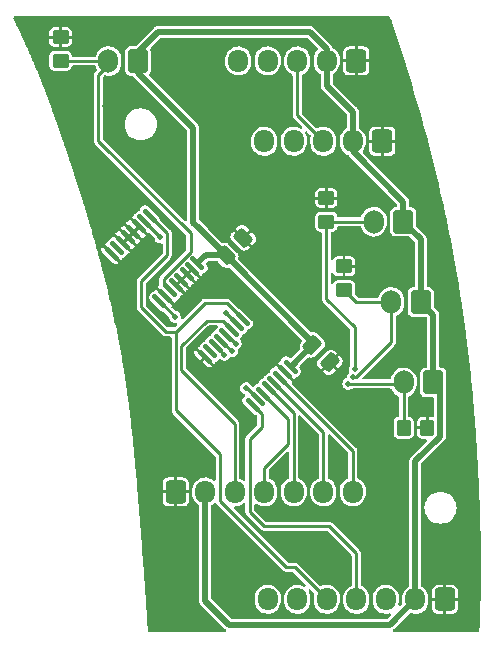
<source format=gtl>
%TF.GenerationSoftware,KiCad,Pcbnew,7.0.9*%
%TF.CreationDate,2023-12-16T21:13:00+01:00*%
%TF.ProjectId,RH_GripLogicBoard_FreeJoy,52485f47-7269-4704-9c6f-676963426f61,rev?*%
%TF.SameCoordinates,Original*%
%TF.FileFunction,Copper,L1,Top*%
%TF.FilePolarity,Positive*%
%FSLAX46Y46*%
G04 Gerber Fmt 4.6, Leading zero omitted, Abs format (unit mm)*
G04 Created by KiCad (PCBNEW 7.0.9) date 2023-12-16 21:13:00*
%MOMM*%
%LPD*%
G01*
G04 APERTURE LIST*
G04 Aperture macros list*
%AMRoundRect*
0 Rectangle with rounded corners*
0 $1 Rounding radius*
0 $2 $3 $4 $5 $6 $7 $8 $9 X,Y pos of 4 corners*
0 Add a 4 corners polygon primitive as box body*
4,1,4,$2,$3,$4,$5,$6,$7,$8,$9,$2,$3,0*
0 Add four circle primitives for the rounded corners*
1,1,$1+$1,$2,$3*
1,1,$1+$1,$4,$5*
1,1,$1+$1,$6,$7*
1,1,$1+$1,$8,$9*
0 Add four rect primitives between the rounded corners*
20,1,$1+$1,$2,$3,$4,$5,0*
20,1,$1+$1,$4,$5,$6,$7,0*
20,1,$1+$1,$6,$7,$8,$9,0*
20,1,$1+$1,$8,$9,$2,$3,0*%
G04 Aperture macros list end*
%TA.AperFunction,ComponentPad*%
%ADD10RoundRect,0.250000X-0.600000X-0.725000X0.600000X-0.725000X0.600000X0.725000X-0.600000X0.725000X0*%
%TD*%
%TA.AperFunction,ComponentPad*%
%ADD11O,1.700000X1.950000*%
%TD*%
%TA.AperFunction,ComponentPad*%
%ADD12RoundRect,0.250000X0.600000X0.725000X-0.600000X0.725000X-0.600000X-0.725000X0.600000X-0.725000X0*%
%TD*%
%TA.AperFunction,SMDPad,CuDef*%
%ADD13RoundRect,0.250000X-0.097227X0.574524X-0.574524X0.097227X0.097227X-0.574524X0.574524X-0.097227X0*%
%TD*%
%TA.AperFunction,SMDPad,CuDef*%
%ADD14RoundRect,0.250000X0.450000X-0.350000X0.450000X0.350000X-0.450000X0.350000X-0.450000X-0.350000X0*%
%TD*%
%TA.AperFunction,SMDPad,CuDef*%
%ADD15RoundRect,0.100000X-0.521491X0.380070X0.380070X-0.521491X0.521491X-0.380070X-0.380070X0.521491X0*%
%TD*%
%TA.AperFunction,ComponentPad*%
%ADD16RoundRect,0.250000X0.600000X0.750000X-0.600000X0.750000X-0.600000X-0.750000X0.600000X-0.750000X0*%
%TD*%
%TA.AperFunction,ComponentPad*%
%ADD17O,1.700000X2.000000*%
%TD*%
%TA.AperFunction,SMDPad,CuDef*%
%ADD18RoundRect,0.250000X-0.350000X-0.450000X0.350000X-0.450000X0.350000X0.450000X-0.350000X0.450000X0*%
%TD*%
%TA.AperFunction,SMDPad,CuDef*%
%ADD19RoundRect,0.250000X0.574524X0.097227X0.097227X0.574524X-0.574524X-0.097227X-0.097227X-0.574524X0*%
%TD*%
%TA.AperFunction,ViaPad*%
%ADD20C,0.800000*%
%TD*%
%TA.AperFunction,ViaPad*%
%ADD21C,0.500000*%
%TD*%
%TA.AperFunction,Conductor*%
%ADD22C,0.500000*%
%TD*%
%TA.AperFunction,Conductor*%
%ADD23C,0.250000*%
%TD*%
G04 APERTURE END LIST*
D10*
X33890000Y-55520000D03*
D11*
X36390000Y-55520000D03*
X38890000Y-55520000D03*
X41390000Y-55520000D03*
X43890000Y-55520000D03*
X46390000Y-55520000D03*
X48890000Y-55520000D03*
D12*
X51390000Y-25830000D03*
D11*
X48890000Y-25830000D03*
X46390000Y-25830000D03*
X43890000Y-25830000D03*
X41390000Y-25830000D03*
D13*
X39603623Y-34006377D03*
X38136377Y-35473623D03*
D12*
X56680000Y-64610000D03*
D11*
X54180000Y-64610000D03*
X51680000Y-64610000D03*
X49180000Y-64610000D03*
X46680000Y-64610000D03*
X44180000Y-64610000D03*
X41680000Y-64610000D03*
D14*
X46630000Y-32640000D03*
X46630000Y-30640000D03*
D15*
X31684575Y-32117239D03*
X31224955Y-32576858D03*
X30765336Y-33036478D03*
X30305717Y-33496097D03*
X29846097Y-33955717D03*
X29386478Y-34415336D03*
X28926858Y-34874955D03*
X28467239Y-35334575D03*
X32515425Y-39382761D03*
X32975045Y-38923142D03*
X33434664Y-38463522D03*
X33894283Y-38003903D03*
X34353903Y-37544283D03*
X34813522Y-37084664D03*
X35273142Y-36625045D03*
X35732761Y-36165425D03*
D12*
X49180000Y-19030000D03*
D11*
X46680000Y-19030000D03*
X44180000Y-19030000D03*
X41680000Y-19030000D03*
X39180000Y-19030000D03*
D16*
X54630000Y-39440000D03*
D17*
X52130000Y-39440000D03*
D18*
X53200000Y-50100000D03*
X55200000Y-50100000D03*
D14*
X48140000Y-38420000D03*
X48140000Y-36420000D03*
D16*
X53160000Y-32640000D03*
D17*
X50660000Y-32640000D03*
D16*
X30700000Y-19035000D03*
D17*
X28200000Y-19035000D03*
D16*
X55700000Y-46250000D03*
D17*
X53200000Y-46250000D03*
D15*
X39564575Y-40867239D03*
X39104955Y-41326858D03*
X38645336Y-41786478D03*
X38185717Y-42246097D03*
X37726097Y-42705717D03*
X37266478Y-43165336D03*
X36806858Y-43624955D03*
X36347239Y-44084575D03*
X40395425Y-48132761D03*
X40855045Y-47673142D03*
X41314664Y-47213522D03*
X41774283Y-46753903D03*
X42233903Y-46294283D03*
X42693522Y-45834664D03*
X43153142Y-45375045D03*
X43612761Y-44915425D03*
D14*
X24140000Y-19010000D03*
X24140000Y-17010000D03*
D19*
X46933623Y-44543623D03*
X45466377Y-43076377D03*
D20*
X48920000Y-48020000D03*
X37770000Y-29620000D03*
D21*
X27930000Y-22810000D03*
X55230000Y-50090000D03*
D20*
X41370000Y-40620000D03*
D21*
X32595500Y-33970000D03*
X38190000Y-40410000D03*
X49042639Y-45111342D03*
X38958645Y-42970344D03*
X48890885Y-45794185D03*
X38651288Y-43598703D03*
X48500323Y-46374500D03*
X38020000Y-43900000D03*
X39860000Y-46730000D03*
X33810000Y-40680000D03*
D22*
X54180000Y-64610000D02*
X52020000Y-66770000D01*
X36424563Y-35473623D02*
X35732761Y-36165425D01*
X56250000Y-46800000D02*
X55700000Y-46250000D01*
X48890000Y-25830000D02*
X48890000Y-23340000D01*
X30700000Y-18290000D02*
X30700000Y-19035000D01*
X46680000Y-18030000D02*
X45220000Y-16570000D01*
X45220000Y-16570000D02*
X32420000Y-16570000D01*
X48890000Y-26686827D02*
X48890000Y-25830000D01*
X38136377Y-35473623D02*
X35745000Y-33082246D01*
X56250000Y-50839949D02*
X56250000Y-46800000D01*
X35370000Y-32707246D02*
X35370000Y-24720000D01*
X54180000Y-52909949D02*
X56250000Y-50839949D01*
X53160000Y-32640000D02*
X53160000Y-30956827D01*
X55700000Y-40510000D02*
X54630000Y-39440000D01*
X48890000Y-23340000D02*
X46680000Y-21130000D01*
X32420000Y-16570000D02*
X30700000Y-18290000D01*
X30700000Y-20050000D02*
X30700000Y-19035000D01*
X53160000Y-30956827D02*
X48890000Y-26686827D01*
X54180000Y-64610000D02*
X54180000Y-52909949D01*
X38420000Y-66770000D02*
X36390000Y-64740000D01*
X52020000Y-66770000D02*
X38420000Y-66770000D01*
X45466377Y-43076377D02*
X45451809Y-43076377D01*
X46680000Y-21130000D02*
X46680000Y-19030000D01*
X54630000Y-39440000D02*
X54630000Y-34110000D01*
X45466377Y-42803623D02*
X38136377Y-35473623D01*
X36390000Y-64740000D02*
X36390000Y-55520000D01*
X38136377Y-35473623D02*
X36424563Y-35473623D01*
X35370000Y-24720000D02*
X30700000Y-20050000D01*
X45466377Y-43076377D02*
X45466377Y-42803623D01*
X46680000Y-19030000D02*
X46680000Y-18030000D01*
X35745000Y-33082246D02*
X35370000Y-32707246D01*
X55700000Y-46250000D02*
X55700000Y-40510000D01*
X54630000Y-34110000D02*
X53160000Y-32640000D01*
X45451809Y-43076377D02*
X43612761Y-44915425D01*
D23*
X33671903Y-39620000D02*
X34170000Y-39620000D01*
X30070000Y-35098859D02*
X29381174Y-34410033D01*
X30765336Y-33036478D02*
X30305717Y-33496097D01*
X35273142Y-36625045D02*
X35275045Y-36625045D01*
X30305717Y-33496097D02*
X29846097Y-33955717D01*
X34170000Y-39620000D02*
X34570000Y-39220000D01*
X34570000Y-38679619D02*
X33899587Y-38009206D01*
X29846097Y-33955717D02*
X29386478Y-34415336D01*
X29570000Y-35970000D02*
X30070000Y-35470000D01*
X30070000Y-35470000D02*
X30070000Y-35098859D01*
X29102665Y-35970000D02*
X29570000Y-35970000D01*
X32980348Y-38928445D02*
X33671903Y-39620000D01*
X34570000Y-39220000D02*
X34570000Y-38679619D01*
X28461936Y-35329271D02*
X29102665Y-35970000D01*
X32595500Y-33970000D02*
X32595500Y-33947403D01*
X44180000Y-23620000D02*
X46390000Y-25830000D01*
X39099652Y-41319652D02*
X38190000Y-40410000D01*
X44180000Y-19030000D02*
X44180000Y-23620000D01*
X39099652Y-41321555D02*
X39099652Y-41319652D01*
X32595500Y-33947403D02*
X31219652Y-32571555D01*
X41180000Y-48917335D02*
X41180000Y-50000000D01*
X46870000Y-58420000D02*
X49180000Y-60730000D01*
X40400729Y-48138064D02*
X41180000Y-48917335D01*
X41180000Y-50000000D02*
X40170000Y-51010000D01*
X49180000Y-60730000D02*
X49180000Y-64610000D01*
X41370000Y-58420000D02*
X46870000Y-58420000D01*
X40170000Y-51010000D02*
X40170000Y-57220000D01*
X40170000Y-57220000D02*
X41370000Y-58420000D01*
X41390000Y-55520000D02*
X41390000Y-53480000D01*
X43440000Y-51430000D02*
X43440000Y-49338859D01*
X43440000Y-49338859D02*
X41319967Y-47218826D01*
X41390000Y-53480000D02*
X43440000Y-51430000D01*
X43890000Y-55520000D02*
X43890000Y-48869619D01*
X43890000Y-48869619D02*
X41779587Y-46759206D01*
X36520000Y-41020000D02*
X37878858Y-41020000D01*
X38890000Y-49740000D02*
X34370000Y-45220000D01*
X38890000Y-55520000D02*
X38890000Y-49740000D01*
X34370000Y-43170000D02*
X36520000Y-41020000D01*
X37878858Y-41020000D02*
X38645336Y-41786478D01*
X34370000Y-45220000D02*
X34370000Y-43170000D01*
X50660000Y-32640000D02*
X46630000Y-32640000D01*
X49042639Y-41562639D02*
X49042639Y-45111342D01*
X46630000Y-32640000D02*
X46630000Y-39150000D01*
X46630000Y-39150000D02*
X49042639Y-41562639D01*
X38229095Y-42240794D02*
X38958645Y-42970344D01*
X38180413Y-42240794D02*
X38229095Y-42240794D01*
X38180413Y-42250413D02*
X38180413Y-42240794D01*
X37720794Y-42700413D02*
X37752998Y-42700413D01*
X52130000Y-39440000D02*
X49160000Y-39440000D01*
X52130000Y-42850000D02*
X52130000Y-39440000D01*
X49185815Y-45794185D02*
X52130000Y-42850000D01*
X37752998Y-42700413D02*
X38651288Y-43598703D01*
X49160000Y-39440000D02*
X48140000Y-38420000D01*
X48890885Y-45794185D02*
X49185815Y-45794185D01*
X53200000Y-50100000D02*
X53200000Y-46250000D01*
X53200000Y-46250000D02*
X53080000Y-46370000D01*
X53080000Y-46370000D02*
X48504823Y-46370000D01*
X37261174Y-43160033D02*
X37280033Y-43160033D01*
X37280033Y-43160033D02*
X38020000Y-43900000D01*
X48504823Y-46370000D02*
X48500323Y-46374500D01*
X28200000Y-19035000D02*
X24165000Y-19035000D01*
X27320000Y-20230000D02*
X28200000Y-19350000D01*
X35170000Y-33620000D02*
X27320000Y-25770000D01*
X27320000Y-25770000D02*
X27320000Y-20230000D01*
X35170000Y-35169017D02*
X35170000Y-33620000D01*
X32883043Y-37455974D02*
X35170000Y-35169017D01*
X33439967Y-38468826D02*
X32883043Y-37911902D01*
X28200000Y-19350000D02*
X28200000Y-19035000D01*
X24165000Y-19035000D02*
X24140000Y-19010000D01*
X32883043Y-37911902D02*
X32883043Y-37455974D01*
X33810000Y-40680000D02*
X32520729Y-39390729D01*
X39911903Y-46730000D02*
X40860348Y-47678445D01*
X39860000Y-46730000D02*
X39911903Y-46730000D01*
X32520729Y-39390729D02*
X32520729Y-39388064D01*
X46390000Y-55520000D02*
X46390000Y-50450381D01*
X46390000Y-50450381D02*
X42239206Y-46299587D01*
X48890000Y-55520000D02*
X48890000Y-52031141D01*
X48890000Y-52031141D02*
X42698826Y-45839967D01*
X36370000Y-39520000D02*
X33920000Y-41970000D01*
X39559271Y-40861936D02*
X38217335Y-39520000D01*
X33170000Y-35470000D02*
X33170000Y-33602665D01*
X43970000Y-61900000D02*
X43270000Y-61900000D01*
X37648905Y-56278905D02*
X37648905Y-52348905D01*
X30970000Y-39870000D02*
X30970000Y-37670000D01*
X33920000Y-41970000D02*
X33070000Y-41970000D01*
X39568064Y-40861936D02*
X39559271Y-40861936D01*
X43270000Y-61900000D02*
X37648905Y-56278905D01*
X33170000Y-33602665D02*
X31684575Y-32117239D01*
X30970000Y-37670000D02*
X33170000Y-35470000D01*
X46680000Y-64610000D02*
X43970000Y-61900000D01*
X33920000Y-48620000D02*
X33920000Y-41970000D01*
X37648905Y-52348905D02*
X33920000Y-48620000D01*
X38217335Y-39520000D02*
X36370000Y-39520000D01*
X33070000Y-41970000D02*
X30970000Y-39870000D01*
%TA.AperFunction,Conductor*%
G36*
X52014448Y-15270185D02*
G01*
X52060203Y-15322989D01*
X52064574Y-15333901D01*
X52073946Y-15360948D01*
X52122223Y-15500741D01*
X52170335Y-15640533D01*
X52218120Y-15779850D01*
X52265834Y-15919433D01*
X52313285Y-16058720D01*
X52360963Y-16199152D01*
X52408214Y-16338806D01*
X52455643Y-16479472D01*
X52482910Y-16560569D01*
X52486839Y-16572254D01*
X52528326Y-16695982D01*
X52570012Y-16820684D01*
X52611484Y-16945133D01*
X52652630Y-17068982D01*
X52693889Y-17193555D01*
X52735225Y-17318757D01*
X52776224Y-17443327D01*
X52816805Y-17567007D01*
X52857533Y-17691531D01*
X52898456Y-17817044D01*
X52939044Y-17941928D01*
X52979429Y-18066581D01*
X53019842Y-18191719D01*
X53060054Y-18316632D01*
X53100113Y-18441470D01*
X53140001Y-18566177D01*
X53393878Y-19369338D01*
X53639437Y-20162297D01*
X53877055Y-20945592D01*
X54106789Y-21718728D01*
X54328763Y-22481420D01*
X54543147Y-23233549D01*
X54750077Y-23974872D01*
X54949694Y-24705169D01*
X55142124Y-25424166D01*
X55327531Y-26131736D01*
X55505950Y-26827241D01*
X55677659Y-27510992D01*
X55842756Y-28182611D01*
X56001293Y-28841517D01*
X56153513Y-29487904D01*
X56299496Y-30121312D01*
X56439418Y-30741653D01*
X56573400Y-31348651D01*
X56701515Y-31941752D01*
X56823940Y-32520907D01*
X56940913Y-33086362D01*
X57052450Y-33637308D01*
X57158729Y-34173706D01*
X57259912Y-34695446D01*
X57356015Y-35201661D01*
X57447369Y-35693143D01*
X57533960Y-36168848D01*
X57616013Y-36629016D01*
X57693547Y-37072749D01*
X57766872Y-37500802D01*
X57836014Y-37912293D01*
X57901131Y-38307121D01*
X57925286Y-38455551D01*
X57949365Y-38604767D01*
X57973206Y-38753764D01*
X57996869Y-38902925D01*
X58003362Y-38944203D01*
X58020301Y-39051891D01*
X58043496Y-39200620D01*
X58066655Y-39350396D01*
X58089378Y-39498628D01*
X58112073Y-39647962D01*
X58134587Y-39797404D01*
X58156942Y-39947083D01*
X58178990Y-40096004D01*
X58200980Y-40245846D01*
X58222717Y-40395269D01*
X58237466Y-40497555D01*
X58244197Y-40544239D01*
X58265603Y-40694023D01*
X58286746Y-40843290D01*
X58307808Y-40993311D01*
X58328592Y-41142699D01*
X58349205Y-41292195D01*
X58369673Y-41441984D01*
X58389800Y-41590608D01*
X58409881Y-41740264D01*
X58429904Y-41890853D01*
X58449583Y-42040226D01*
X58469122Y-42189909D01*
X58488419Y-42339106D01*
X58507713Y-42489678D01*
X58526634Y-42638731D01*
X58545442Y-42788276D01*
X58564131Y-42938293D01*
X58582659Y-43088424D01*
X58623893Y-43427792D01*
X58664327Y-43767913D01*
X58703843Y-44107718D01*
X58742604Y-44448553D01*
X58780468Y-44789085D01*
X58817481Y-45129625D01*
X58853717Y-45470805D01*
X58889148Y-45812288D01*
X58923740Y-46153666D01*
X58957541Y-46495315D01*
X58990562Y-46837277D01*
X59022754Y-47178945D01*
X59054217Y-47521308D01*
X59084831Y-47862964D01*
X59114720Y-48205200D01*
X59143858Y-48547621D01*
X59172236Y-48890072D01*
X59199847Y-49232327D01*
X59226742Y-49574936D01*
X59252882Y-49917308D01*
X59278255Y-50259156D01*
X59302946Y-50601508D01*
X59326929Y-50943921D01*
X59350193Y-51286161D01*
X59362431Y-51471742D01*
X59372767Y-51628482D01*
X59394641Y-51970664D01*
X59415798Y-52312303D01*
X59436303Y-52654301D01*
X59456133Y-52996165D01*
X59475264Y-53337354D01*
X59493761Y-53678901D01*
X59511592Y-54020036D01*
X59517606Y-54137945D01*
X59523535Y-54255665D01*
X59529446Y-54374564D01*
X59535274Y-54493341D01*
X59540981Y-54611173D01*
X59546584Y-54728432D01*
X59552198Y-54847459D01*
X59557655Y-54964754D01*
X59563162Y-55084780D01*
X59568428Y-55201123D01*
X59573801Y-55321506D01*
X59578931Y-55438119D01*
X59584087Y-55556943D01*
X59589088Y-55673934D01*
X59594092Y-55792691D01*
X59599027Y-55911570D01*
X59603902Y-56030780D01*
X59608643Y-56148501D01*
X59613307Y-56266097D01*
X59617977Y-56385690D01*
X59622468Y-56502507D01*
X59626987Y-56621956D01*
X59631353Y-56739254D01*
X59635706Y-56858169D01*
X59639982Y-56976941D01*
X59644135Y-57094228D01*
X59648217Y-57211491D01*
X59652318Y-57331394D01*
X59656252Y-57448504D01*
X59660191Y-57567860D01*
X59663998Y-57685309D01*
X59667804Y-57804929D01*
X59672698Y-57962197D01*
X59678057Y-58138828D01*
X59683732Y-58331124D01*
X59686660Y-58432594D01*
X59689629Y-58537172D01*
X59692610Y-58643960D01*
X59695666Y-58755471D01*
X59698704Y-58868461D01*
X59701773Y-58984930D01*
X59704762Y-59100949D01*
X59707827Y-59222681D01*
X59710780Y-59343032D01*
X59713737Y-59466863D01*
X59716616Y-59590991D01*
X59719426Y-59716126D01*
X59722156Y-59841993D01*
X59724782Y-59967817D01*
X59727316Y-60094466D01*
X59729723Y-60220543D01*
X59732022Y-60347417D01*
X59734177Y-60473490D01*
X59736171Y-60598252D01*
X59738011Y-60722533D01*
X59739676Y-60845570D01*
X59741159Y-60967420D01*
X59742449Y-61087881D01*
X59743526Y-61206066D01*
X59744387Y-61322382D01*
X59745017Y-61436393D01*
X59745626Y-61621165D01*
X59745787Y-61805906D01*
X59745507Y-61990786D01*
X59744798Y-62175506D01*
X59743671Y-62359696D01*
X59742131Y-62544616D01*
X59740197Y-62728903D01*
X59737867Y-62913770D01*
X59735159Y-63098477D01*
X59732089Y-63282840D01*
X59728661Y-63467267D01*
X59724880Y-63652073D01*
X59720746Y-63837510D01*
X59716307Y-64022074D01*
X59711534Y-64207393D01*
X59706453Y-64392856D01*
X59702175Y-64541113D01*
X59697687Y-64690175D01*
X59693031Y-64838982D01*
X59688262Y-64986266D01*
X59683312Y-65134345D01*
X59678317Y-65279454D01*
X59673229Y-65423401D01*
X59668035Y-65566802D01*
X59662866Y-65706260D01*
X59657642Y-65844289D01*
X59652430Y-65979301D01*
X59647284Y-66110198D01*
X59642103Y-66239726D01*
X59636991Y-66365455D01*
X59631992Y-66486543D01*
X59627147Y-66602250D01*
X59622427Y-66713456D01*
X59621339Y-66738753D01*
X59617837Y-66820205D01*
X59613383Y-66922567D01*
X59605201Y-67107465D01*
X59598158Y-67263404D01*
X59575470Y-67329485D01*
X59520655Y-67372811D01*
X59474285Y-67381807D01*
X52410677Y-67381807D01*
X52343638Y-67362122D01*
X52297883Y-67309318D01*
X52287939Y-67240160D01*
X52316964Y-67176604D01*
X52329462Y-67164104D01*
X52332572Y-67161410D01*
X52336012Y-67158638D01*
X52336588Y-67158207D01*
X52348593Y-67149221D01*
X52359720Y-67138092D01*
X52362925Y-67135109D01*
X52402143Y-67101128D01*
X52404751Y-67097068D01*
X52421381Y-67076431D01*
X53692951Y-65804860D01*
X53754272Y-65771377D01*
X53821186Y-65775362D01*
X53919367Y-65809344D01*
X54127398Y-65839254D01*
X54337330Y-65829254D01*
X54541576Y-65779704D01*
X54627199Y-65740601D01*
X54732743Y-65692401D01*
X54732746Y-65692399D01*
X54732753Y-65692396D01*
X54903952Y-65570486D01*
X54908623Y-65565588D01*
X55048985Y-65418379D01*
X55049576Y-65417460D01*
X55071822Y-65382844D01*
X55580000Y-65382844D01*
X55586401Y-65442372D01*
X55586403Y-65442379D01*
X55636645Y-65577086D01*
X55636649Y-65577093D01*
X55722809Y-65692187D01*
X55722812Y-65692190D01*
X55837906Y-65778350D01*
X55837913Y-65778354D01*
X55972620Y-65828596D01*
X55972627Y-65828598D01*
X56032155Y-65834999D01*
X56032172Y-65835000D01*
X56555000Y-65835000D01*
X56555000Y-65071912D01*
X56646025Y-65085000D01*
X56713975Y-65085000D01*
X56805000Y-65071912D01*
X56805000Y-65835000D01*
X57327828Y-65835000D01*
X57327844Y-65834999D01*
X57387372Y-65828598D01*
X57387379Y-65828596D01*
X57522086Y-65778354D01*
X57522093Y-65778350D01*
X57637187Y-65692190D01*
X57637190Y-65692187D01*
X57723350Y-65577093D01*
X57723354Y-65577086D01*
X57773596Y-65442379D01*
X57773598Y-65442372D01*
X57779999Y-65382844D01*
X57780000Y-65382827D01*
X57780000Y-64735000D01*
X57138350Y-64735000D01*
X57155000Y-64678295D01*
X57155000Y-64541705D01*
X57138350Y-64485000D01*
X57780000Y-64485000D01*
X57780000Y-63837172D01*
X57779999Y-63837155D01*
X57773598Y-63777627D01*
X57773596Y-63777620D01*
X57723354Y-63642913D01*
X57723350Y-63642906D01*
X57637190Y-63527812D01*
X57637187Y-63527809D01*
X57522093Y-63441649D01*
X57522086Y-63441645D01*
X57387379Y-63391403D01*
X57387372Y-63391401D01*
X57327844Y-63385000D01*
X56805000Y-63385000D01*
X56805000Y-64148087D01*
X56713975Y-64135000D01*
X56646025Y-64135000D01*
X56555000Y-64148087D01*
X56555000Y-63385000D01*
X56032155Y-63385000D01*
X55972627Y-63391401D01*
X55972620Y-63391403D01*
X55837913Y-63441645D01*
X55837906Y-63441649D01*
X55722812Y-63527809D01*
X55722809Y-63527812D01*
X55636649Y-63642906D01*
X55636645Y-63642913D01*
X55586403Y-63777620D01*
X55586401Y-63777627D01*
X55580000Y-63837155D01*
X55580000Y-64485000D01*
X56221650Y-64485000D01*
X56205000Y-64541705D01*
X56205000Y-64678295D01*
X56221650Y-64735000D01*
X55580000Y-64735000D01*
X55580000Y-65382844D01*
X55071822Y-65382844D01*
X55162613Y-65241572D01*
X55240725Y-65046457D01*
X55280500Y-64840085D01*
X55280500Y-64432575D01*
X55265528Y-64275782D01*
X55206316Y-64074125D01*
X55110011Y-63887318D01*
X55110009Y-63887316D01*
X55110008Y-63887313D01*
X54980094Y-63722116D01*
X54980090Y-63722112D01*
X54821253Y-63584478D01*
X54742500Y-63539010D01*
X54694284Y-63488443D01*
X54680500Y-63431623D01*
X54680500Y-56850000D01*
X54954341Y-56850000D01*
X54974936Y-57085403D01*
X54974938Y-57085413D01*
X55036094Y-57313655D01*
X55036096Y-57313659D01*
X55036097Y-57313663D01*
X55080226Y-57408297D01*
X55135964Y-57527828D01*
X55135965Y-57527830D01*
X55271505Y-57721402D01*
X55438597Y-57888494D01*
X55632169Y-58024034D01*
X55632171Y-58024035D01*
X55846337Y-58123903D01*
X56074592Y-58185063D01*
X56251034Y-58200500D01*
X56368966Y-58200500D01*
X56545408Y-58185063D01*
X56773663Y-58123903D01*
X56987829Y-58024035D01*
X57181401Y-57888495D01*
X57348495Y-57721401D01*
X57484035Y-57527830D01*
X57583903Y-57313663D01*
X57645063Y-57085408D01*
X57665659Y-56850000D01*
X57645063Y-56614592D01*
X57583903Y-56386337D01*
X57484035Y-56172171D01*
X57484034Y-56172169D01*
X57348494Y-55978597D01*
X57181402Y-55811505D01*
X56987830Y-55675965D01*
X56987828Y-55675964D01*
X56799821Y-55588295D01*
X56773663Y-55576097D01*
X56773659Y-55576096D01*
X56773655Y-55576094D01*
X56545413Y-55514938D01*
X56545403Y-55514936D01*
X56368966Y-55499500D01*
X56251034Y-55499500D01*
X56074596Y-55514936D01*
X56074586Y-55514938D01*
X55846344Y-55576094D01*
X55846335Y-55576098D01*
X55632171Y-55675964D01*
X55632169Y-55675965D01*
X55438597Y-55811505D01*
X55271506Y-55978597D01*
X55271501Y-55978604D01*
X55135967Y-56172165D01*
X55135965Y-56172169D01*
X55036098Y-56386335D01*
X55036094Y-56386344D01*
X54974938Y-56614586D01*
X54974936Y-56614596D01*
X54954341Y-56849999D01*
X54954341Y-56850000D01*
X54680500Y-56850000D01*
X54680500Y-53168624D01*
X54700185Y-53101585D01*
X54716814Y-53080948D01*
X56556431Y-51241330D01*
X56577068Y-51224700D01*
X56581128Y-51222092D01*
X56585629Y-51216898D01*
X56588489Y-51213597D01*
X56615109Y-51182874D01*
X56618092Y-51179669D01*
X56629221Y-51168542D01*
X56638637Y-51155963D01*
X56641417Y-51152513D01*
X56643717Y-51149859D01*
X56675377Y-51113322D01*
X56677375Y-51108944D01*
X56690907Y-51086138D01*
X56693796Y-51082280D01*
X56698494Y-51069685D01*
X56705835Y-51050000D01*
X56711922Y-51033677D01*
X56713614Y-51029594D01*
X56719021Y-51017755D01*
X56735165Y-50982406D01*
X56735850Y-50977634D01*
X56742409Y-50951941D01*
X56744091Y-50947432D01*
X56747791Y-50895689D01*
X56748265Y-50891289D01*
X56750500Y-50875748D01*
X56750500Y-50860043D01*
X56750658Y-50855618D01*
X56750925Y-50851890D01*
X56754359Y-50803876D01*
X56753332Y-50799155D01*
X56750500Y-50772807D01*
X56750500Y-47246728D01*
X56758318Y-47203394D01*
X56794091Y-47107483D01*
X56800500Y-47047873D01*
X56800499Y-45452128D01*
X56794091Y-45392517D01*
X56792850Y-45389191D01*
X56743797Y-45257671D01*
X56743793Y-45257664D01*
X56657547Y-45142455D01*
X56657544Y-45142452D01*
X56542335Y-45056206D01*
X56542328Y-45056202D01*
X56407482Y-45005908D01*
X56407483Y-45005908D01*
X56347883Y-44999501D01*
X56347881Y-44999500D01*
X56347873Y-44999500D01*
X56347865Y-44999500D01*
X56324500Y-44999500D01*
X56257461Y-44979815D01*
X56211706Y-44927011D01*
X56200500Y-44875500D01*
X56200500Y-40577143D01*
X56203334Y-40550785D01*
X56204359Y-40546073D01*
X56200658Y-40494329D01*
X56200500Y-40489904D01*
X56200500Y-40474201D01*
X56198264Y-40458657D01*
X56197791Y-40454254D01*
X56194091Y-40402517D01*
X56192407Y-40398002D01*
X56185850Y-40372312D01*
X56185165Y-40367543D01*
X56163612Y-40320351D01*
X56161932Y-40316295D01*
X56143796Y-40267669D01*
X56140905Y-40263807D01*
X56127379Y-40241010D01*
X56125377Y-40236627D01*
X56117856Y-40227947D01*
X56091411Y-40197427D01*
X56088633Y-40193979D01*
X56079229Y-40181417D01*
X56079224Y-40181412D01*
X56079221Y-40181407D01*
X56068097Y-40170283D01*
X56065103Y-40167067D01*
X56031128Y-40127857D01*
X56031125Y-40127854D01*
X56027066Y-40125246D01*
X56006428Y-40108614D01*
X55766818Y-39869004D01*
X55733333Y-39807681D01*
X55730499Y-39781323D01*
X55730499Y-38642129D01*
X55730498Y-38642123D01*
X55730497Y-38642116D01*
X55724091Y-38582517D01*
X55723799Y-38581735D01*
X55673797Y-38447671D01*
X55673793Y-38447664D01*
X55587547Y-38332455D01*
X55587544Y-38332452D01*
X55472335Y-38246206D01*
X55472328Y-38246202D01*
X55337482Y-38195908D01*
X55337483Y-38195908D01*
X55277883Y-38189501D01*
X55277881Y-38189500D01*
X55277873Y-38189500D01*
X55277865Y-38189500D01*
X55254500Y-38189500D01*
X55187461Y-38169815D01*
X55141706Y-38117011D01*
X55130500Y-38065500D01*
X55130500Y-34177143D01*
X55133334Y-34150785D01*
X55134359Y-34146073D01*
X55130658Y-34094329D01*
X55130500Y-34089904D01*
X55130500Y-34074201D01*
X55128264Y-34058657D01*
X55127791Y-34054254D01*
X55127592Y-34051468D01*
X55124091Y-34002517D01*
X55122407Y-33998002D01*
X55115850Y-33972312D01*
X55115165Y-33967543D01*
X55112309Y-33961290D01*
X55093616Y-33920359D01*
X55091932Y-33916295D01*
X55073796Y-33867669D01*
X55070905Y-33863807D01*
X55057379Y-33841010D01*
X55055377Y-33836627D01*
X55043468Y-33822883D01*
X55021411Y-33797427D01*
X55018633Y-33793979D01*
X55009229Y-33781417D01*
X55009224Y-33781412D01*
X55009221Y-33781407D01*
X54998097Y-33770283D01*
X54995103Y-33767067D01*
X54961128Y-33727857D01*
X54961125Y-33727854D01*
X54957066Y-33725246D01*
X54936428Y-33708614D01*
X54296818Y-33069004D01*
X54263333Y-33007681D01*
X54260499Y-32981323D01*
X54260499Y-31842129D01*
X54260498Y-31842123D01*
X54260497Y-31842116D01*
X54254091Y-31782517D01*
X54239296Y-31742850D01*
X54203797Y-31647671D01*
X54203793Y-31647664D01*
X54117547Y-31532455D01*
X54117544Y-31532452D01*
X54002335Y-31446206D01*
X54002328Y-31446202D01*
X53867482Y-31395908D01*
X53867483Y-31395908D01*
X53807883Y-31389501D01*
X53807881Y-31389500D01*
X53807873Y-31389500D01*
X53807865Y-31389500D01*
X53784500Y-31389500D01*
X53717461Y-31369815D01*
X53671706Y-31317011D01*
X53660500Y-31265500D01*
X53660500Y-31023970D01*
X53663334Y-30997612D01*
X53664359Y-30992900D01*
X53660658Y-30941156D01*
X53660500Y-30936731D01*
X53660500Y-30921028D01*
X53658264Y-30905484D01*
X53657791Y-30901081D01*
X53654091Y-30849344D01*
X53652407Y-30844829D01*
X53645850Y-30819139D01*
X53645165Y-30814370D01*
X53623612Y-30767178D01*
X53621932Y-30763122D01*
X53603796Y-30714496D01*
X53600905Y-30710634D01*
X53587379Y-30687837D01*
X53585377Y-30683454D01*
X53577856Y-30674774D01*
X53551411Y-30644254D01*
X53548633Y-30640806D01*
X53539229Y-30628244D01*
X53539224Y-30628239D01*
X53539221Y-30628234D01*
X53528097Y-30617110D01*
X53525103Y-30613894D01*
X53491128Y-30574684D01*
X53491125Y-30574681D01*
X53487066Y-30572073D01*
X53466428Y-30555441D01*
X49742289Y-26831302D01*
X49708804Y-26769979D01*
X49713788Y-26700287D01*
X49740226Y-26658051D01*
X49758986Y-26638378D01*
X49781822Y-26602844D01*
X50290000Y-26602844D01*
X50296401Y-26662372D01*
X50296403Y-26662379D01*
X50346645Y-26797086D01*
X50346649Y-26797093D01*
X50432809Y-26912187D01*
X50432812Y-26912190D01*
X50547906Y-26998350D01*
X50547913Y-26998354D01*
X50682620Y-27048596D01*
X50682627Y-27048598D01*
X50742155Y-27054999D01*
X50742172Y-27055000D01*
X51265000Y-27055000D01*
X51265000Y-26291912D01*
X51356025Y-26305000D01*
X51423975Y-26305000D01*
X51515000Y-26291912D01*
X51515000Y-27055000D01*
X52037828Y-27055000D01*
X52037844Y-27054999D01*
X52097372Y-27048598D01*
X52097379Y-27048596D01*
X52232086Y-26998354D01*
X52232093Y-26998350D01*
X52347187Y-26912190D01*
X52347190Y-26912187D01*
X52433350Y-26797093D01*
X52433354Y-26797086D01*
X52483596Y-26662379D01*
X52483598Y-26662372D01*
X52489999Y-26602844D01*
X52490000Y-26602827D01*
X52490000Y-25955000D01*
X51848350Y-25955000D01*
X51865000Y-25898295D01*
X51865000Y-25761705D01*
X51848350Y-25705000D01*
X52490000Y-25705000D01*
X52490000Y-25057172D01*
X52489999Y-25057155D01*
X52483598Y-24997627D01*
X52483596Y-24997620D01*
X52433354Y-24862913D01*
X52433350Y-24862906D01*
X52347190Y-24747812D01*
X52347187Y-24747809D01*
X52232093Y-24661649D01*
X52232086Y-24661645D01*
X52097379Y-24611403D01*
X52097372Y-24611401D01*
X52037844Y-24605000D01*
X51515000Y-24605000D01*
X51515000Y-25368087D01*
X51423975Y-25355000D01*
X51356025Y-25355000D01*
X51265000Y-25368087D01*
X51265000Y-24605000D01*
X50742155Y-24605000D01*
X50682627Y-24611401D01*
X50682620Y-24611403D01*
X50547913Y-24661645D01*
X50547906Y-24661649D01*
X50432812Y-24747809D01*
X50432809Y-24747812D01*
X50346649Y-24862906D01*
X50346645Y-24862913D01*
X50296403Y-24997620D01*
X50296401Y-24997627D01*
X50290000Y-25057155D01*
X50290000Y-25705000D01*
X50931650Y-25705000D01*
X50915000Y-25761705D01*
X50915000Y-25898295D01*
X50931650Y-25955000D01*
X50290000Y-25955000D01*
X50290000Y-26602844D01*
X49781822Y-26602844D01*
X49872613Y-26461572D01*
X49950725Y-26266457D01*
X49990500Y-26060085D01*
X49990500Y-25652575D01*
X49975528Y-25495782D01*
X49916316Y-25294125D01*
X49820011Y-25107318D01*
X49820009Y-25107316D01*
X49820008Y-25107313D01*
X49690094Y-24942116D01*
X49690090Y-24942112D01*
X49531253Y-24804478D01*
X49452500Y-24759010D01*
X49404284Y-24708443D01*
X49390500Y-24651623D01*
X49390500Y-23407143D01*
X49393334Y-23380785D01*
X49394359Y-23376073D01*
X49390658Y-23324329D01*
X49390500Y-23319904D01*
X49390500Y-23304201D01*
X49388264Y-23288657D01*
X49387791Y-23284254D01*
X49384091Y-23232517D01*
X49382407Y-23228002D01*
X49375850Y-23202312D01*
X49375165Y-23197543D01*
X49353612Y-23150351D01*
X49351932Y-23146295D01*
X49333796Y-23097669D01*
X49330905Y-23093807D01*
X49317379Y-23071010D01*
X49315377Y-23066627D01*
X49307856Y-23057947D01*
X49281411Y-23027427D01*
X49278633Y-23023979D01*
X49269229Y-23011417D01*
X49269224Y-23011412D01*
X49269221Y-23011407D01*
X49258097Y-23000283D01*
X49255103Y-22997067D01*
X49221128Y-22957857D01*
X49221125Y-22957854D01*
X49217066Y-22955246D01*
X49196428Y-22938614D01*
X47216819Y-20959005D01*
X47183334Y-20897682D01*
X47180500Y-20871324D01*
X47180500Y-20213531D01*
X47200185Y-20146492D01*
X47232573Y-20112523D01*
X47232748Y-20112398D01*
X47232753Y-20112396D01*
X47403952Y-19990486D01*
X47410448Y-19983674D01*
X47548985Y-19838379D01*
X47552524Y-19832873D01*
X47571823Y-19802844D01*
X48080000Y-19802844D01*
X48086401Y-19862372D01*
X48086403Y-19862379D01*
X48136645Y-19997086D01*
X48136649Y-19997093D01*
X48222809Y-20112187D01*
X48222812Y-20112190D01*
X48337906Y-20198350D01*
X48337913Y-20198354D01*
X48472620Y-20248596D01*
X48472627Y-20248598D01*
X48532155Y-20254999D01*
X48532172Y-20255000D01*
X49055000Y-20255000D01*
X49055000Y-19491912D01*
X49146025Y-19505000D01*
X49213975Y-19505000D01*
X49305000Y-19491912D01*
X49305000Y-20255000D01*
X49827828Y-20255000D01*
X49827844Y-20254999D01*
X49887372Y-20248598D01*
X49887379Y-20248596D01*
X50022086Y-20198354D01*
X50022093Y-20198350D01*
X50137187Y-20112190D01*
X50137190Y-20112187D01*
X50223350Y-19997093D01*
X50223354Y-19997086D01*
X50273596Y-19862379D01*
X50273598Y-19862372D01*
X50279999Y-19802844D01*
X50280000Y-19802827D01*
X50280000Y-19155000D01*
X49638350Y-19155000D01*
X49655000Y-19098295D01*
X49655000Y-18961705D01*
X49638350Y-18905000D01*
X50280000Y-18905000D01*
X50280000Y-18257172D01*
X50279999Y-18257155D01*
X50273598Y-18197627D01*
X50273596Y-18197620D01*
X50223354Y-18062913D01*
X50223350Y-18062906D01*
X50137190Y-17947812D01*
X50137187Y-17947809D01*
X50022093Y-17861649D01*
X50022086Y-17861645D01*
X49887379Y-17811403D01*
X49887372Y-17811401D01*
X49827844Y-17805000D01*
X49305000Y-17805000D01*
X49305000Y-18568087D01*
X49213975Y-18555000D01*
X49146025Y-18555000D01*
X49055000Y-18568087D01*
X49055000Y-17805000D01*
X48532155Y-17805000D01*
X48472627Y-17811401D01*
X48472620Y-17811403D01*
X48337913Y-17861645D01*
X48337906Y-17861649D01*
X48222812Y-17947809D01*
X48222809Y-17947812D01*
X48136649Y-18062906D01*
X48136645Y-18062913D01*
X48086403Y-18197620D01*
X48086401Y-18197627D01*
X48080000Y-18257155D01*
X48080000Y-18905000D01*
X48721650Y-18905000D01*
X48705000Y-18961705D01*
X48705000Y-19098295D01*
X48721650Y-19155000D01*
X48080000Y-19155000D01*
X48080000Y-19802844D01*
X47571823Y-19802844D01*
X47662613Y-19661572D01*
X47740725Y-19466457D01*
X47780500Y-19260085D01*
X47780500Y-18852575D01*
X47765528Y-18695782D01*
X47706316Y-18494125D01*
X47610011Y-18307318D01*
X47610009Y-18307316D01*
X47610008Y-18307313D01*
X47480094Y-18142116D01*
X47480090Y-18142112D01*
X47321253Y-18004478D01*
X47216126Y-17943783D01*
X47167910Y-17893216D01*
X47165333Y-17887910D01*
X47152586Y-17859999D01*
X47143612Y-17840351D01*
X47141932Y-17836295D01*
X47123796Y-17787669D01*
X47120905Y-17783807D01*
X47107379Y-17761010D01*
X47105377Y-17756627D01*
X47076996Y-17723873D01*
X47071411Y-17717427D01*
X47068633Y-17713979D01*
X47059229Y-17701417D01*
X47059224Y-17701412D01*
X47059221Y-17701407D01*
X47048097Y-17690283D01*
X47045103Y-17687067D01*
X47011128Y-17647857D01*
X47011125Y-17647854D01*
X47007066Y-17645246D01*
X46986428Y-17628614D01*
X45621385Y-16263571D01*
X45604750Y-16242928D01*
X45602145Y-16238874D01*
X45602142Y-16238871D01*
X45576491Y-16216645D01*
X45562932Y-16204896D01*
X45559700Y-16201886D01*
X45548596Y-16190782D01*
X45548591Y-16190778D01*
X45536008Y-16181358D01*
X45532583Y-16178598D01*
X45493373Y-16144623D01*
X45493371Y-16144622D01*
X45493367Y-16144619D01*
X45488983Y-16142617D01*
X45466194Y-16129096D01*
X45462331Y-16126204D01*
X45462329Y-16126203D01*
X45413716Y-16108071D01*
X45409642Y-16106383D01*
X45362457Y-16084835D01*
X45362455Y-16084834D01*
X45357682Y-16084148D01*
X45332000Y-16077593D01*
X45327485Y-16075909D01*
X45275740Y-16072207D01*
X45271343Y-16071734D01*
X45255799Y-16069500D01*
X45240094Y-16069500D01*
X45235671Y-16069342D01*
X45218083Y-16068084D01*
X45183929Y-16065641D01*
X45183925Y-16065641D01*
X45179215Y-16066666D01*
X45152857Y-16069500D01*
X32487143Y-16069500D01*
X32460785Y-16066666D01*
X32456074Y-16065641D01*
X32456070Y-16065641D01*
X32417552Y-16068396D01*
X32404328Y-16069342D01*
X32399906Y-16069500D01*
X32384199Y-16069500D01*
X32368656Y-16071734D01*
X32364260Y-16072207D01*
X32312517Y-16075909D01*
X32312513Y-16075910D01*
X32307986Y-16077598D01*
X32282327Y-16084146D01*
X32277550Y-16084833D01*
X32277543Y-16084835D01*
X32230353Y-16106385D01*
X32226264Y-16108078D01*
X32177675Y-16126200D01*
X32177668Y-16126204D01*
X32173800Y-16129100D01*
X32151019Y-16142617D01*
X32146628Y-16144622D01*
X32107428Y-16178587D01*
X32103988Y-16181360D01*
X32091408Y-16190778D01*
X32080298Y-16201886D01*
X32077064Y-16204897D01*
X32037858Y-16238870D01*
X32037856Y-16238873D01*
X32035245Y-16242936D01*
X32018615Y-16263570D01*
X30534003Y-17748181D01*
X30472680Y-17781666D01*
X30446322Y-17784500D01*
X30052129Y-17784500D01*
X30052123Y-17784501D01*
X29992516Y-17790908D01*
X29857671Y-17841202D01*
X29857664Y-17841206D01*
X29742455Y-17927452D01*
X29742452Y-17927455D01*
X29656206Y-18042664D01*
X29656202Y-18042671D01*
X29605908Y-18177517D01*
X29601749Y-18216206D01*
X29599501Y-18237123D01*
X29599500Y-18237135D01*
X29599500Y-19832870D01*
X29599501Y-19832876D01*
X29605908Y-19892483D01*
X29656202Y-20027328D01*
X29656206Y-20027335D01*
X29742452Y-20142544D01*
X29742455Y-20142547D01*
X29857664Y-20228793D01*
X29857671Y-20228797D01*
X29860103Y-20229704D01*
X29992517Y-20279091D01*
X30052127Y-20285500D01*
X30185176Y-20285499D01*
X30252215Y-20305183D01*
X30278888Y-20328296D01*
X30308583Y-20362565D01*
X30311362Y-20366013D01*
X30320775Y-20378588D01*
X30320782Y-20378596D01*
X30331886Y-20389700D01*
X30334896Y-20392932D01*
X30362810Y-20425147D01*
X30368871Y-20432142D01*
X30368874Y-20432145D01*
X30372928Y-20434750D01*
X30393571Y-20451385D01*
X34833181Y-24890994D01*
X34866666Y-24952317D01*
X34869500Y-24978675D01*
X34869500Y-32489100D01*
X34849815Y-32556139D01*
X34797011Y-32601894D01*
X34727853Y-32611838D01*
X34664297Y-32582813D01*
X34657819Y-32576781D01*
X27731819Y-25650781D01*
X27698334Y-25589458D01*
X27695500Y-25563100D01*
X27695500Y-24390000D01*
X29574341Y-24390000D01*
X29594936Y-24625403D01*
X29594938Y-24625413D01*
X29656094Y-24853655D01*
X29656096Y-24853659D01*
X29656097Y-24853663D01*
X29704659Y-24957804D01*
X29755964Y-25067828D01*
X29755965Y-25067830D01*
X29891505Y-25261402D01*
X30058597Y-25428494D01*
X30252169Y-25564034D01*
X30252171Y-25564035D01*
X30466337Y-25663903D01*
X30694592Y-25725063D01*
X30871034Y-25740500D01*
X30988966Y-25740500D01*
X31165408Y-25725063D01*
X31393663Y-25663903D01*
X31607829Y-25564035D01*
X31801401Y-25428495D01*
X31968495Y-25261401D01*
X32104035Y-25067830D01*
X32203903Y-24853663D01*
X32265063Y-24625408D01*
X32285659Y-24390000D01*
X32265063Y-24154592D01*
X32216908Y-23974872D01*
X32203905Y-23926344D01*
X32203904Y-23926343D01*
X32203903Y-23926337D01*
X32104035Y-23712171D01*
X32104034Y-23712169D01*
X31968494Y-23518597D01*
X31801402Y-23351505D01*
X31607830Y-23215965D01*
X31607828Y-23215964D01*
X31500746Y-23166031D01*
X31393663Y-23116097D01*
X31393659Y-23116096D01*
X31393655Y-23116094D01*
X31165413Y-23054938D01*
X31165403Y-23054936D01*
X30988966Y-23039500D01*
X30871034Y-23039500D01*
X30694596Y-23054936D01*
X30694586Y-23054938D01*
X30466344Y-23116094D01*
X30466335Y-23116098D01*
X30252171Y-23215964D01*
X30252169Y-23215965D01*
X30058597Y-23351505D01*
X29891506Y-23518597D01*
X29891501Y-23518604D01*
X29755967Y-23712165D01*
X29755965Y-23712169D01*
X29656098Y-23926335D01*
X29656094Y-23926344D01*
X29594938Y-24154586D01*
X29594936Y-24154596D01*
X29574341Y-24389999D01*
X29574341Y-24390000D01*
X27695500Y-24390000D01*
X27695500Y-20436899D01*
X27715185Y-20369860D01*
X27731813Y-20349223D01*
X27797065Y-20283971D01*
X27858384Y-20250489D01*
X27925301Y-20254475D01*
X27939367Y-20259344D01*
X28147398Y-20289254D01*
X28357330Y-20279254D01*
X28561576Y-20229704D01*
X28641191Y-20193345D01*
X28752743Y-20142401D01*
X28752746Y-20142399D01*
X28752753Y-20142396D01*
X28923952Y-20020486D01*
X28928702Y-20015505D01*
X29068985Y-19868379D01*
X29072841Y-19862379D01*
X29182613Y-19691572D01*
X29260725Y-19496457D01*
X29300500Y-19290085D01*
X29300500Y-18832575D01*
X29285528Y-18675782D01*
X29226316Y-18474125D01*
X29130011Y-18287318D01*
X29130009Y-18287316D01*
X29130008Y-18287313D01*
X29000094Y-18122116D01*
X29000090Y-18122112D01*
X28841253Y-17984478D01*
X28659249Y-17879398D01*
X28659245Y-17879396D01*
X28659244Y-17879396D01*
X28460633Y-17810656D01*
X28252602Y-17780746D01*
X28252598Y-17780746D01*
X28042672Y-17790745D01*
X27838421Y-17840296D01*
X27838417Y-17840298D01*
X27647256Y-17927598D01*
X27647251Y-17927601D01*
X27476046Y-18049515D01*
X27476040Y-18049520D01*
X27331014Y-18201620D01*
X27217388Y-18378425D01*
X27201257Y-18418719D01*
X27140065Y-18571571D01*
X27137080Y-18579027D01*
X27135156Y-18578257D01*
X27102427Y-18629202D01*
X27038875Y-18658235D01*
X27021211Y-18659500D01*
X25206977Y-18659500D01*
X25139938Y-18639815D01*
X25094183Y-18587011D01*
X25086733Y-18559865D01*
X25085876Y-18560068D01*
X25084092Y-18552520D01*
X25033797Y-18417671D01*
X25033793Y-18417664D01*
X24947547Y-18302455D01*
X24947544Y-18302452D01*
X24832335Y-18216206D01*
X24832328Y-18216202D01*
X24697482Y-18165908D01*
X24697483Y-18165908D01*
X24637883Y-18159501D01*
X24637881Y-18159500D01*
X24637873Y-18159500D01*
X24637864Y-18159500D01*
X23642129Y-18159500D01*
X23642123Y-18159501D01*
X23582516Y-18165908D01*
X23447671Y-18216202D01*
X23447664Y-18216206D01*
X23332455Y-18302452D01*
X23332452Y-18302455D01*
X23246206Y-18417664D01*
X23246202Y-18417671D01*
X23195908Y-18552517D01*
X23189501Y-18612116D01*
X23189500Y-18612135D01*
X23189500Y-19407870D01*
X23189501Y-19407876D01*
X23195908Y-19467483D01*
X23246202Y-19602328D01*
X23246206Y-19602335D01*
X23332452Y-19717544D01*
X23332455Y-19717547D01*
X23447664Y-19803793D01*
X23447671Y-19803797D01*
X23582517Y-19854091D01*
X23582516Y-19854091D01*
X23589444Y-19854835D01*
X23642127Y-19860500D01*
X24637872Y-19860499D01*
X24697483Y-19854091D01*
X24832331Y-19803796D01*
X24947546Y-19717546D01*
X25033796Y-19602331D01*
X25064565Y-19519836D01*
X25075258Y-19491167D01*
X25117129Y-19435233D01*
X25182593Y-19410816D01*
X25191440Y-19410500D01*
X27026428Y-19410500D01*
X27093467Y-19430185D01*
X27139222Y-19482989D01*
X27145404Y-19499562D01*
X27151923Y-19521763D01*
X27173684Y-19595875D01*
X27217033Y-19679962D01*
X27230255Y-19748569D01*
X27204287Y-19813433D01*
X27194498Y-19824462D01*
X27091108Y-19927852D01*
X27071254Y-19943976D01*
X27062165Y-19949914D01*
X27062164Y-19949915D01*
X27040363Y-19977923D01*
X27035286Y-19983674D01*
X27032484Y-19986477D01*
X27032474Y-19986488D01*
X27018905Y-20005495D01*
X26985192Y-20048808D01*
X26981447Y-20055729D01*
X26977988Y-20062804D01*
X26962329Y-20115403D01*
X26944500Y-20167338D01*
X26943206Y-20175092D01*
X26942231Y-20182911D01*
X26944500Y-20237755D01*
X26944500Y-25718196D01*
X26941862Y-25743634D01*
X26939633Y-25754268D01*
X26939633Y-25754269D01*
X26939633Y-25754271D01*
X26944023Y-25789491D01*
X26944500Y-25797167D01*
X26944500Y-25801116D01*
X26948342Y-25824141D01*
X26955134Y-25878627D01*
X26957373Y-25886147D01*
X26959934Y-25893608D01*
X26959935Y-25893610D01*
X26969275Y-25910869D01*
X26986055Y-25941877D01*
X27010174Y-25991211D01*
X27014742Y-25997609D01*
X27019582Y-26003827D01*
X27059971Y-26041009D01*
X34758181Y-33739218D01*
X34791666Y-33800541D01*
X34794500Y-33826899D01*
X34794500Y-34962116D01*
X34774815Y-35029155D01*
X34758181Y-35049797D01*
X32654151Y-37153826D01*
X32634297Y-37169950D01*
X32625208Y-37175888D01*
X32625207Y-37175889D01*
X32603406Y-37203897D01*
X32598329Y-37209648D01*
X32595527Y-37212451D01*
X32595517Y-37212462D01*
X32581948Y-37231469D01*
X32548235Y-37274782D01*
X32544490Y-37281703D01*
X32541031Y-37288778D01*
X32525372Y-37341377D01*
X32507543Y-37393312D01*
X32506249Y-37401066D01*
X32505274Y-37408885D01*
X32507543Y-37463729D01*
X32507543Y-37860098D01*
X32504905Y-37885536D01*
X32502676Y-37896170D01*
X32502676Y-37896171D01*
X32502676Y-37896173D01*
X32507066Y-37931393D01*
X32507543Y-37939069D01*
X32507543Y-37943016D01*
X32508387Y-37948075D01*
X32508976Y-37951605D01*
X32500591Y-38020969D01*
X32456036Y-38074790D01*
X32426931Y-38089290D01*
X32426087Y-38089579D01*
X32370984Y-38130667D01*
X32370971Y-38130679D01*
X32365165Y-38136484D01*
X32365164Y-38136485D01*
X32975044Y-38746364D01*
X33026409Y-38746363D01*
X33026409Y-38749678D01*
X33071015Y-38752852D01*
X33115407Y-38781369D01*
X33116820Y-38782782D01*
X33150305Y-38844105D01*
X33148326Y-38871780D01*
X33151822Y-38871780D01*
X33151822Y-38923142D01*
X33761701Y-39533021D01*
X33761702Y-39533021D01*
X33767505Y-39527216D01*
X33767508Y-39527213D01*
X33808609Y-39472097D01*
X33833446Y-39399746D01*
X33873831Y-39342730D01*
X33910462Y-39322728D01*
X33983860Y-39297530D01*
X34039056Y-39256373D01*
X34227515Y-39067914D01*
X34268672Y-39012718D01*
X34293869Y-38939321D01*
X34334253Y-38882308D01*
X34370888Y-38862304D01*
X34443238Y-38837467D01*
X34498350Y-38796372D01*
X34504162Y-38790559D01*
X33894283Y-38180680D01*
X33842921Y-38180680D01*
X33842921Y-38177374D01*
X33798226Y-38174161D01*
X33753923Y-38145677D01*
X33752508Y-38144262D01*
X33719023Y-38082939D01*
X33724007Y-38013247D01*
X33730012Y-38003903D01*
X34071060Y-38003903D01*
X34680939Y-38613782D01*
X34680940Y-38613782D01*
X34686743Y-38607977D01*
X34686746Y-38607974D01*
X34727847Y-38552858D01*
X34752889Y-38479910D01*
X34793274Y-38422894D01*
X34829910Y-38402889D01*
X34902858Y-38377847D01*
X34957970Y-38336752D01*
X34963782Y-38330939D01*
X34353903Y-37721060D01*
X34071060Y-38003903D01*
X33730012Y-38003903D01*
X33752508Y-37968899D01*
X33894283Y-37827126D01*
X34177126Y-37544283D01*
X34530680Y-37544283D01*
X35140559Y-38154162D01*
X35140560Y-38154162D01*
X35146363Y-38148357D01*
X35146366Y-38148354D01*
X35187467Y-38093238D01*
X35212509Y-38020291D01*
X35252894Y-37963275D01*
X35289530Y-37943270D01*
X35362477Y-37918228D01*
X35417589Y-37877133D01*
X35423401Y-37871320D01*
X34813522Y-37261441D01*
X34813521Y-37261441D01*
X34555869Y-37519094D01*
X34530680Y-37544283D01*
X34177126Y-37544283D01*
X34636745Y-37084664D01*
X34990299Y-37084664D01*
X35600178Y-37694543D01*
X35600179Y-37694543D01*
X35605982Y-37688738D01*
X35605985Y-37688735D01*
X35647086Y-37633619D01*
X35672128Y-37560672D01*
X35712513Y-37503656D01*
X35749149Y-37483651D01*
X35822097Y-37458609D01*
X35877209Y-37417514D01*
X35883021Y-37411701D01*
X35883020Y-37411699D01*
X35273143Y-36801822D01*
X35273142Y-36801822D01*
X34990299Y-37084663D01*
X34990299Y-37084664D01*
X34636745Y-37084664D01*
X34813522Y-36907887D01*
X35071175Y-36650233D01*
X35071179Y-36650230D01*
X35185461Y-36535949D01*
X35246784Y-36502464D01*
X35316476Y-36507448D01*
X35360823Y-36535949D01*
X36059798Y-37234924D01*
X36059799Y-37234924D01*
X36065602Y-37229119D01*
X36065605Y-37229116D01*
X36106706Y-37174000D01*
X36131543Y-37101649D01*
X36171928Y-37044633D01*
X36208559Y-37024631D01*
X36281957Y-36999433D01*
X36337153Y-36958276D01*
X36525612Y-36769817D01*
X36566769Y-36714621D01*
X36604752Y-36603983D01*
X36604752Y-36487007D01*
X36566769Y-36376369D01*
X36525612Y-36321172D01*
X36492901Y-36288461D01*
X36459416Y-36227138D01*
X36464400Y-36157446D01*
X36492901Y-36113099D01*
X36595558Y-36010442D01*
X36656881Y-35976957D01*
X36683239Y-35974123D01*
X37400405Y-35974123D01*
X37467444Y-35993808D01*
X37488086Y-36010442D01*
X37913545Y-36435900D01*
X37913555Y-36435909D01*
X37960230Y-36473524D01*
X38023600Y-36502464D01*
X38091147Y-36533312D01*
X38091146Y-36533312D01*
X38109053Y-36535886D01*
X38233604Y-36553794D01*
X38376061Y-36533312D01*
X38376065Y-36533310D01*
X38384569Y-36530814D01*
X38385042Y-36532427D01*
X38443913Y-36523959D01*
X38507471Y-36552978D01*
X38513957Y-36559017D01*
X44568611Y-42613671D01*
X44602096Y-42674994D01*
X44597112Y-42744686D01*
X44568612Y-42789033D01*
X44504090Y-42853555D01*
X44466475Y-42900230D01*
X44406687Y-43031147D01*
X44386206Y-43173604D01*
X44406688Y-43316062D01*
X44408118Y-43320932D01*
X44408118Y-43390802D01*
X44376822Y-43443548D01*
X43665086Y-44155284D01*
X43603763Y-44188769D01*
X43534071Y-44183785D01*
X43489724Y-44155284D01*
X43457012Y-44122572D01*
X43401819Y-44081418D01*
X43401820Y-44081418D01*
X43378150Y-44073292D01*
X43291179Y-44043434D01*
X43174203Y-44043434D01*
X43098239Y-44069513D01*
X43063567Y-44081416D01*
X43063561Y-44081419D01*
X43008370Y-44122572D01*
X42819908Y-44311034D01*
X42778755Y-44366225D01*
X42778753Y-44366227D01*
X42778753Y-44366229D01*
X42761679Y-44415962D01*
X42753555Y-44439626D01*
X42713168Y-44496641D01*
X42676537Y-44516642D01*
X42604187Y-44541479D01*
X42549081Y-44582570D01*
X42549068Y-44582582D01*
X42543262Y-44588387D01*
X42543261Y-44588387D01*
X43939798Y-45984924D01*
X43939799Y-45984924D01*
X43945602Y-45979119D01*
X43945605Y-45979116D01*
X43986706Y-45924000D01*
X44011543Y-45851649D01*
X44051928Y-45794633D01*
X44088559Y-45774631D01*
X44161957Y-45749433D01*
X44217153Y-45708276D01*
X44405612Y-45519817D01*
X44446769Y-45464621D01*
X44484752Y-45353983D01*
X44484752Y-45321440D01*
X46332582Y-45321440D01*
X46516663Y-45505521D01*
X46563298Y-45543101D01*
X46694077Y-45602827D01*
X46694082Y-45602828D01*
X46836396Y-45623288D01*
X46978709Y-45602828D01*
X46978714Y-45602827D01*
X47109493Y-45543101D01*
X47156128Y-45505521D01*
X47437436Y-45224213D01*
X47437436Y-45224212D01*
X46933624Y-44720400D01*
X46933623Y-44720400D01*
X46332582Y-45321439D01*
X46332582Y-45321440D01*
X44484752Y-45321440D01*
X44484752Y-45237007D01*
X44446769Y-45126369D01*
X44446767Y-45126366D01*
X44405613Y-45071173D01*
X44372900Y-45038460D01*
X44339415Y-44977137D01*
X44344399Y-44907445D01*
X44372896Y-44863103D01*
X44595149Y-44640850D01*
X45853957Y-44640850D01*
X45874417Y-44783163D01*
X45874418Y-44783168D01*
X45934144Y-44913947D01*
X45971724Y-44960582D01*
X46155805Y-45144663D01*
X46756845Y-44543624D01*
X47110400Y-44543624D01*
X47614212Y-45047436D01*
X47614213Y-45047436D01*
X47895521Y-44766128D01*
X47933101Y-44719493D01*
X47992827Y-44588714D01*
X47992828Y-44588709D01*
X48013288Y-44446396D01*
X47992828Y-44304082D01*
X47992827Y-44304077D01*
X47933101Y-44173298D01*
X47895521Y-44126663D01*
X47711440Y-43942582D01*
X47711439Y-43942582D01*
X47110400Y-44543622D01*
X47110400Y-44543624D01*
X46756845Y-44543624D01*
X46933623Y-44366846D01*
X47534663Y-43765805D01*
X47534663Y-43765804D01*
X47350586Y-43581728D01*
X47350582Y-43581724D01*
X47303947Y-43544144D01*
X47173168Y-43484418D01*
X47173163Y-43484417D01*
X47030850Y-43463957D01*
X46888536Y-43484417D01*
X46888531Y-43484418D01*
X46757752Y-43544144D01*
X46711117Y-43581724D01*
X45971724Y-44321117D01*
X45934144Y-44367752D01*
X45874418Y-44498531D01*
X45874417Y-44498536D01*
X45853957Y-44640850D01*
X44595149Y-44640850D01*
X45078797Y-44157201D01*
X45140118Y-44123718D01*
X45209810Y-44128702D01*
X45217980Y-44132087D01*
X45226693Y-44136066D01*
X45369150Y-44156548D01*
X45511607Y-44136066D01*
X45621649Y-44085810D01*
X45642521Y-44076279D01*
X45642521Y-44076278D01*
X45642523Y-44076278D01*
X45689205Y-44038660D01*
X46428658Y-43299205D01*
X46466278Y-43252523D01*
X46526066Y-43121607D01*
X46546548Y-42979150D01*
X46526066Y-42836693D01*
X46466278Y-42705777D01*
X46466275Y-42705772D01*
X46428662Y-42659096D01*
X46428655Y-42659088D01*
X45883667Y-42114103D01*
X45883660Y-42114096D01*
X45836977Y-42076476D01*
X45757601Y-42040226D01*
X45706059Y-42016687D01*
X45706061Y-42016687D01*
X45563604Y-41996206D01*
X45563603Y-41996206D01*
X45452952Y-42012114D01*
X45383793Y-42002170D01*
X45347625Y-41977057D01*
X39221771Y-35851203D01*
X39188286Y-35789880D01*
X39193270Y-35720188D01*
X39195933Y-35713758D01*
X39196064Y-35713311D01*
X39196066Y-35713307D01*
X39216548Y-35570850D01*
X39196066Y-35428393D01*
X39160621Y-35350780D01*
X39136279Y-35297478D01*
X39125099Y-35283604D01*
X39098660Y-35250795D01*
X39098655Y-35250790D01*
X39098651Y-35250785D01*
X38359208Y-34511345D01*
X38359198Y-34511336D01*
X38312523Y-34473721D01*
X38181605Y-34413933D01*
X38181607Y-34413933D01*
X38039150Y-34393452D01*
X37896693Y-34413933D01*
X37888182Y-34416433D01*
X37887708Y-34414821D01*
X37828820Y-34423283D01*
X37765267Y-34394253D01*
X37758796Y-34388228D01*
X37279718Y-33909150D01*
X38523957Y-33909150D01*
X38544417Y-34051463D01*
X38544418Y-34051468D01*
X38604144Y-34182247D01*
X38641724Y-34228882D01*
X39381117Y-34968275D01*
X39427752Y-35005855D01*
X39558531Y-35065581D01*
X39558536Y-35065582D01*
X39700850Y-35086042D01*
X39843163Y-35065582D01*
X39843168Y-35065581D01*
X39973947Y-35005855D01*
X40020582Y-34968275D01*
X40204663Y-34784194D01*
X40204663Y-34784193D01*
X39603623Y-34183154D01*
X39426847Y-34006378D01*
X39780400Y-34006378D01*
X40381439Y-34607417D01*
X40381440Y-34607417D01*
X40565521Y-34423336D01*
X40603101Y-34376701D01*
X40662827Y-34245922D01*
X40662828Y-34245917D01*
X40683288Y-34103604D01*
X40662828Y-33961290D01*
X40662827Y-33961285D01*
X40603101Y-33830506D01*
X40565521Y-33783871D01*
X40284213Y-33502563D01*
X40284212Y-33502563D01*
X39780400Y-34006376D01*
X39780400Y-34006378D01*
X39426847Y-34006378D01*
X38825805Y-33405336D01*
X38825804Y-33405336D01*
X38641728Y-33589412D01*
X38604144Y-33636052D01*
X38544418Y-33766831D01*
X38544417Y-33766836D01*
X38523957Y-33909150D01*
X37279718Y-33909150D01*
X36599127Y-33228559D01*
X39002582Y-33228559D01*
X39603623Y-33829600D01*
X39603624Y-33829600D01*
X40107436Y-33325786D01*
X39826128Y-33044478D01*
X39817928Y-33037870D01*
X45679500Y-33037870D01*
X45679501Y-33037876D01*
X45685908Y-33097483D01*
X45736202Y-33232328D01*
X45736206Y-33232335D01*
X45822452Y-33347544D01*
X45822455Y-33347547D01*
X45937664Y-33433793D01*
X45937671Y-33433797D01*
X46072516Y-33484091D01*
X46132113Y-33490499D01*
X46132122Y-33490499D01*
X46132127Y-33490500D01*
X46132131Y-33490499D01*
X46135434Y-33490677D01*
X46135424Y-33490855D01*
X46135431Y-33490856D01*
X46135417Y-33490977D01*
X46135366Y-33491946D01*
X46197478Y-33510144D01*
X46243264Y-33562921D01*
X46254500Y-33614499D01*
X46254500Y-39098196D01*
X46251862Y-39123634D01*
X46249633Y-39134268D01*
X46249633Y-39134269D01*
X46249633Y-39134271D01*
X46254023Y-39169491D01*
X46254500Y-39177167D01*
X46254500Y-39181116D01*
X46258342Y-39204141D01*
X46265134Y-39258627D01*
X46267373Y-39266147D01*
X46269934Y-39273608D01*
X46269935Y-39273610D01*
X46287906Y-39306818D01*
X46296055Y-39321877D01*
X46320174Y-39371211D01*
X46324742Y-39377609D01*
X46329582Y-39383827D01*
X46369970Y-39421008D01*
X48630820Y-41681857D01*
X48664305Y-41743180D01*
X48667139Y-41769538D01*
X48667139Y-44734157D01*
X48647454Y-44801196D01*
X48636854Y-44815358D01*
X48617262Y-44837969D01*
X48617261Y-44837970D01*
X48557473Y-44968885D01*
X48536992Y-45111342D01*
X48557473Y-45253798D01*
X48559239Y-45257664D01*
X48571938Y-45285471D01*
X48572482Y-45286661D01*
X48582426Y-45355819D01*
X48553402Y-45419375D01*
X48465508Y-45520812D01*
X48465507Y-45520813D01*
X48405719Y-45651728D01*
X48383976Y-45802963D01*
X48382615Y-45802767D01*
X48365553Y-45860875D01*
X48312749Y-45906630D01*
X48296175Y-45912813D01*
X48290270Y-45914546D01*
X48169196Y-45992356D01*
X48074946Y-46101126D01*
X48074945Y-46101128D01*
X48015157Y-46232043D01*
X47994676Y-46374500D01*
X48015157Y-46516956D01*
X48071226Y-46639727D01*
X48074946Y-46647873D01*
X48169195Y-46756643D01*
X48290270Y-46834453D01*
X48290273Y-46834454D01*
X48290272Y-46834454D01*
X48397430Y-46865917D01*
X48419701Y-46872457D01*
X48428359Y-46874999D01*
X48428361Y-46875000D01*
X48428362Y-46875000D01*
X48572285Y-46875000D01*
X48572285Y-46874999D01*
X48679444Y-46843535D01*
X48710373Y-46834454D01*
X48710374Y-46834454D01*
X48742082Y-46814077D01*
X48818159Y-46765184D01*
X48885199Y-46745500D01*
X52064399Y-46745500D01*
X52131438Y-46765185D01*
X52174613Y-46812678D01*
X52221250Y-46903141D01*
X52269991Y-46997686D01*
X52399905Y-47162883D01*
X52399909Y-47162887D01*
X52558746Y-47300521D01*
X52740746Y-47405599D01*
X52740749Y-47405600D01*
X52740756Y-47405604D01*
X52741046Y-47405704D01*
X52741173Y-47405795D01*
X52746121Y-47408054D01*
X52745685Y-47409007D01*
X52797962Y-47446224D01*
X52823937Y-47511085D01*
X52824500Y-47522887D01*
X52824500Y-49039235D01*
X52804815Y-49106274D01*
X52752011Y-49152029D01*
X52743834Y-49155417D01*
X52607669Y-49206203D01*
X52607664Y-49206206D01*
X52492455Y-49292452D01*
X52492452Y-49292455D01*
X52406206Y-49407664D01*
X52406202Y-49407671D01*
X52355908Y-49542517D01*
X52352423Y-49574936D01*
X52349501Y-49602123D01*
X52349500Y-49602135D01*
X52349500Y-50597870D01*
X52349501Y-50597876D01*
X52355908Y-50657483D01*
X52406202Y-50792328D01*
X52406206Y-50792335D01*
X52492452Y-50907544D01*
X52492455Y-50907547D01*
X52607664Y-50993793D01*
X52607671Y-50993797D01*
X52742517Y-51044091D01*
X52742516Y-51044091D01*
X52749444Y-51044835D01*
X52802127Y-51050500D01*
X53597872Y-51050499D01*
X53657483Y-51044091D01*
X53792331Y-50993796D01*
X53907546Y-50907546D01*
X53993796Y-50792331D01*
X54044091Y-50657483D01*
X54050500Y-50597873D01*
X54050499Y-49975000D01*
X54350000Y-49975000D01*
X55075000Y-49975000D01*
X55075000Y-49150000D01*
X54802155Y-49150000D01*
X54742627Y-49156401D01*
X54742620Y-49156403D01*
X54607913Y-49206645D01*
X54607906Y-49206649D01*
X54492812Y-49292809D01*
X54492809Y-49292812D01*
X54406649Y-49407906D01*
X54406645Y-49407913D01*
X54356403Y-49542620D01*
X54356401Y-49542627D01*
X54350000Y-49602155D01*
X54350000Y-49975000D01*
X54050499Y-49975000D01*
X54050499Y-49602128D01*
X54044091Y-49542517D01*
X54033143Y-49513165D01*
X53993797Y-49407671D01*
X53993793Y-49407664D01*
X53907547Y-49292455D01*
X53907544Y-49292452D01*
X53792335Y-49206206D01*
X53792330Y-49206203D01*
X53656166Y-49155417D01*
X53600233Y-49113545D01*
X53575816Y-49048081D01*
X53575500Y-49039235D01*
X53575500Y-47518035D01*
X53595185Y-47450996D01*
X53647989Y-47405241D01*
X53752743Y-47357401D01*
X53752746Y-47357399D01*
X53752753Y-47357396D01*
X53923952Y-47235486D01*
X53934565Y-47224356D01*
X54068985Y-47083379D01*
X54091797Y-47047883D01*
X54182613Y-46906572D01*
X54260725Y-46711457D01*
X54300500Y-46505085D01*
X54300500Y-46047575D01*
X54285528Y-45890782D01*
X54226316Y-45689125D01*
X54130011Y-45502318D01*
X54130009Y-45502316D01*
X54130008Y-45502313D01*
X54000094Y-45337116D01*
X54000090Y-45337112D01*
X53841253Y-45199478D01*
X53659249Y-45094398D01*
X53659245Y-45094396D01*
X53659244Y-45094396D01*
X53460633Y-45025656D01*
X53252602Y-44995746D01*
X53252598Y-44995746D01*
X53042672Y-45005745D01*
X52838421Y-45055296D01*
X52838417Y-45055298D01*
X52647256Y-45142598D01*
X52647251Y-45142601D01*
X52476046Y-45264515D01*
X52476040Y-45264520D01*
X52331014Y-45416620D01*
X52217388Y-45593425D01*
X52139275Y-45788543D01*
X52118956Y-45893968D01*
X52086940Y-45956070D01*
X52026431Y-45991005D01*
X51997197Y-45994500D01*
X49815899Y-45994500D01*
X49748860Y-45974815D01*
X49703105Y-45922011D01*
X49693161Y-45852853D01*
X49722186Y-45789297D01*
X49728218Y-45782819D01*
X50384671Y-45126366D01*
X52358889Y-43152146D01*
X52378746Y-43136022D01*
X52387836Y-43130084D01*
X52409638Y-43102071D01*
X52414733Y-43096303D01*
X52417519Y-43093518D01*
X52421156Y-43088424D01*
X52431086Y-43074516D01*
X52464807Y-43031192D01*
X52468547Y-43024278D01*
X52472006Y-43017203D01*
X52472010Y-43017199D01*
X52483338Y-42979150D01*
X52487672Y-42964593D01*
X52505500Y-42912661D01*
X52506791Y-42904924D01*
X52507768Y-42897086D01*
X52505500Y-42842244D01*
X52505500Y-40708035D01*
X52525185Y-40640996D01*
X52577989Y-40595241D01*
X52682743Y-40547401D01*
X52682746Y-40547399D01*
X52682753Y-40547396D01*
X52853952Y-40425486D01*
X52923179Y-40352883D01*
X52998985Y-40273379D01*
X53002655Y-40267669D01*
X53112613Y-40096572D01*
X53190725Y-39901457D01*
X53230500Y-39695085D01*
X53230500Y-39237575D01*
X53215528Y-39080782D01*
X53156316Y-38879125D01*
X53060011Y-38692318D01*
X53060009Y-38692316D01*
X53060008Y-38692313D01*
X52930094Y-38527116D01*
X52930090Y-38527112D01*
X52771253Y-38389478D01*
X52589249Y-38284398D01*
X52589245Y-38284396D01*
X52589244Y-38284396D01*
X52390633Y-38215656D01*
X52182602Y-38185746D01*
X52182598Y-38185746D01*
X51972672Y-38195745D01*
X51768421Y-38245296D01*
X51768417Y-38245298D01*
X51577256Y-38332598D01*
X51577251Y-38332601D01*
X51406046Y-38454515D01*
X51406040Y-38454520D01*
X51261014Y-38606620D01*
X51147388Y-38783425D01*
X51133598Y-38817872D01*
X51070891Y-38974508D01*
X51067080Y-38984027D01*
X51065156Y-38983257D01*
X51032427Y-39034202D01*
X50968875Y-39063235D01*
X50951211Y-39064500D01*
X49366899Y-39064500D01*
X49299860Y-39044815D01*
X49279218Y-39028181D01*
X49225541Y-38974504D01*
X49126817Y-38875779D01*
X49093333Y-38814458D01*
X49090499Y-38788108D01*
X49090499Y-38022128D01*
X49084470Y-37966042D01*
X49084091Y-37962516D01*
X49033797Y-37827671D01*
X49033793Y-37827664D01*
X48947547Y-37712455D01*
X48947544Y-37712452D01*
X48832335Y-37626206D01*
X48832328Y-37626202D01*
X48697482Y-37575908D01*
X48697483Y-37575908D01*
X48637883Y-37569501D01*
X48637881Y-37569500D01*
X48637873Y-37569500D01*
X48637864Y-37569500D01*
X47642129Y-37569500D01*
X47642123Y-37569501D01*
X47582516Y-37575908D01*
X47447671Y-37626202D01*
X47447664Y-37626206D01*
X47332455Y-37712452D01*
X47332452Y-37712455D01*
X47246206Y-37827664D01*
X47246201Y-37827673D01*
X47245681Y-37829069D01*
X47244788Y-37830261D01*
X47241953Y-37835454D01*
X47241206Y-37835046D01*
X47203810Y-37885002D01*
X47138345Y-37909418D01*
X47070072Y-37894566D01*
X47020667Y-37845160D01*
X47005500Y-37785734D01*
X47005500Y-37052835D01*
X47025185Y-36985796D01*
X47077989Y-36940041D01*
X47147147Y-36930097D01*
X47210703Y-36959122D01*
X47242161Y-37004432D01*
X47242396Y-37004304D01*
X47243589Y-37006489D01*
X47245683Y-37009505D01*
X47246645Y-37012086D01*
X47246649Y-37012093D01*
X47332809Y-37127187D01*
X47332812Y-37127190D01*
X47447906Y-37213350D01*
X47447913Y-37213354D01*
X47582620Y-37263596D01*
X47582627Y-37263598D01*
X47642155Y-37269999D01*
X47642172Y-37270000D01*
X48015000Y-37270000D01*
X48015000Y-36545000D01*
X48265000Y-36545000D01*
X48265000Y-37270000D01*
X48637828Y-37270000D01*
X48637844Y-37269999D01*
X48697372Y-37263598D01*
X48697379Y-37263596D01*
X48832086Y-37213354D01*
X48832093Y-37213350D01*
X48947187Y-37127190D01*
X48947190Y-37127187D01*
X49033350Y-37012093D01*
X49033354Y-37012086D01*
X49083596Y-36877379D01*
X49083598Y-36877372D01*
X49089999Y-36817844D01*
X49090000Y-36817827D01*
X49090000Y-36545000D01*
X48265000Y-36545000D01*
X48015000Y-36545000D01*
X48015000Y-35570000D01*
X48265000Y-35570000D01*
X48265000Y-36295000D01*
X49090000Y-36295000D01*
X49090000Y-36022172D01*
X49089999Y-36022155D01*
X49083598Y-35962627D01*
X49083596Y-35962620D01*
X49033354Y-35827913D01*
X49033350Y-35827906D01*
X48947190Y-35712812D01*
X48947187Y-35712809D01*
X48832093Y-35626649D01*
X48832086Y-35626645D01*
X48697379Y-35576403D01*
X48697372Y-35576401D01*
X48637844Y-35570000D01*
X48265000Y-35570000D01*
X48015000Y-35570000D01*
X47642155Y-35570000D01*
X47582627Y-35576401D01*
X47582620Y-35576403D01*
X47447913Y-35626645D01*
X47447906Y-35626649D01*
X47332812Y-35712809D01*
X47332809Y-35712812D01*
X47246649Y-35827906D01*
X47246646Y-35827911D01*
X47245682Y-35830498D01*
X47244027Y-35832707D01*
X47242396Y-35835696D01*
X47241966Y-35835461D01*
X47203810Y-35886431D01*
X47138346Y-35910848D01*
X47070073Y-35895996D01*
X47020668Y-35846591D01*
X47005500Y-35787164D01*
X47005500Y-33614499D01*
X47025185Y-33547460D01*
X47077989Y-33501705D01*
X47124611Y-33491562D01*
X47124576Y-33490900D01*
X47124571Y-33490854D01*
X47124573Y-33490853D01*
X47124564Y-33490676D01*
X47127857Y-33490499D01*
X47127872Y-33490499D01*
X47187483Y-33484091D01*
X47322331Y-33433796D01*
X47437546Y-33347546D01*
X47523796Y-33232331D01*
X47549565Y-33163242D01*
X47574582Y-33096167D01*
X47616453Y-33040233D01*
X47681917Y-33015816D01*
X47690764Y-33015500D01*
X49486428Y-33015500D01*
X49553467Y-33035185D01*
X49599222Y-33087989D01*
X49605404Y-33104562D01*
X49633684Y-33200875D01*
X49647956Y-33228559D01*
X49729991Y-33387686D01*
X49859905Y-33552883D01*
X49859909Y-33552887D01*
X50018746Y-33690521D01*
X50200750Y-33795601D01*
X50200752Y-33795601D01*
X50200756Y-33795604D01*
X50399367Y-33864344D01*
X50607398Y-33894254D01*
X50817330Y-33884254D01*
X51021576Y-33834704D01*
X51110751Y-33793979D01*
X51212743Y-33747401D01*
X51212746Y-33747399D01*
X51212753Y-33747396D01*
X51383952Y-33625486D01*
X51386444Y-33622873D01*
X51528985Y-33473379D01*
X51544750Y-33448849D01*
X51642613Y-33296572D01*
X51720725Y-33101457D01*
X51760500Y-32895085D01*
X51760500Y-32437575D01*
X51745528Y-32280782D01*
X51686316Y-32079125D01*
X51590011Y-31892318D01*
X51590009Y-31892316D01*
X51590008Y-31892313D01*
X51460094Y-31727116D01*
X51460090Y-31727112D01*
X51301253Y-31589478D01*
X51119249Y-31484398D01*
X51119245Y-31484396D01*
X51119244Y-31484396D01*
X50920633Y-31415656D01*
X50712602Y-31385746D01*
X50712598Y-31385746D01*
X50502672Y-31395745D01*
X50298421Y-31445296D01*
X50298417Y-31445298D01*
X50107256Y-31532598D01*
X50107251Y-31532601D01*
X49936046Y-31654515D01*
X49936040Y-31654520D01*
X49791014Y-31806620D01*
X49677388Y-31983425D01*
X49659680Y-32027658D01*
X49599463Y-32178075D01*
X49597080Y-32184027D01*
X49595156Y-32183257D01*
X49562427Y-32234202D01*
X49498875Y-32263235D01*
X49481211Y-32264500D01*
X47690764Y-32264500D01*
X47623725Y-32244815D01*
X47577970Y-32192011D01*
X47574582Y-32183833D01*
X47523797Y-32047671D01*
X47523793Y-32047664D01*
X47437547Y-31932455D01*
X47437544Y-31932452D01*
X47322335Y-31846206D01*
X47322328Y-31846202D01*
X47187482Y-31795908D01*
X47187483Y-31795908D01*
X47127883Y-31789501D01*
X47127881Y-31789500D01*
X47127873Y-31789500D01*
X47127864Y-31789500D01*
X46132129Y-31789500D01*
X46132123Y-31789501D01*
X46072516Y-31795908D01*
X45937671Y-31846202D01*
X45937664Y-31846206D01*
X45822455Y-31932452D01*
X45822452Y-31932455D01*
X45736206Y-32047664D01*
X45736202Y-32047671D01*
X45685908Y-32182517D01*
X45679501Y-32242116D01*
X45679500Y-32242135D01*
X45679500Y-33037870D01*
X39817928Y-33037870D01*
X39779493Y-33006898D01*
X39648714Y-32947172D01*
X39648709Y-32947171D01*
X39506396Y-32926711D01*
X39364082Y-32947171D01*
X39364077Y-32947172D01*
X39233298Y-33006898D01*
X39186658Y-33044482D01*
X39002582Y-33228558D01*
X39002582Y-33228559D01*
X36599127Y-33228559D01*
X35906819Y-32536251D01*
X35873334Y-32474928D01*
X35870500Y-32448570D01*
X35870500Y-30765000D01*
X45680000Y-30765000D01*
X45680000Y-31037844D01*
X45686401Y-31097372D01*
X45686403Y-31097379D01*
X45736645Y-31232086D01*
X45736649Y-31232093D01*
X45822809Y-31347187D01*
X45822812Y-31347190D01*
X45937906Y-31433350D01*
X45937913Y-31433354D01*
X46072620Y-31483596D01*
X46072627Y-31483598D01*
X46132155Y-31489999D01*
X46132172Y-31490000D01*
X46505000Y-31490000D01*
X46505000Y-30765000D01*
X46755000Y-30765000D01*
X46755000Y-31490000D01*
X47127828Y-31490000D01*
X47127844Y-31489999D01*
X47187372Y-31483598D01*
X47187379Y-31483596D01*
X47322086Y-31433354D01*
X47322093Y-31433350D01*
X47437187Y-31347190D01*
X47437190Y-31347187D01*
X47523350Y-31232093D01*
X47523354Y-31232086D01*
X47573596Y-31097379D01*
X47573598Y-31097372D01*
X47579999Y-31037844D01*
X47580000Y-31037827D01*
X47580000Y-30765000D01*
X46755000Y-30765000D01*
X46505000Y-30765000D01*
X45680000Y-30765000D01*
X35870500Y-30765000D01*
X35870500Y-30515000D01*
X45680000Y-30515000D01*
X46505000Y-30515000D01*
X46505000Y-29790000D01*
X46755000Y-29790000D01*
X46755000Y-30515000D01*
X47580000Y-30515000D01*
X47580000Y-30242172D01*
X47579999Y-30242155D01*
X47573598Y-30182627D01*
X47573596Y-30182620D01*
X47523354Y-30047913D01*
X47523350Y-30047906D01*
X47437190Y-29932812D01*
X47437187Y-29932809D01*
X47322093Y-29846649D01*
X47322086Y-29846645D01*
X47187379Y-29796403D01*
X47187372Y-29796401D01*
X47127844Y-29790000D01*
X46755000Y-29790000D01*
X46505000Y-29790000D01*
X46132155Y-29790000D01*
X46072627Y-29796401D01*
X46072620Y-29796403D01*
X45937913Y-29846645D01*
X45937906Y-29846649D01*
X45822812Y-29932809D01*
X45822809Y-29932812D01*
X45736649Y-30047906D01*
X45736645Y-30047913D01*
X45686403Y-30182620D01*
X45686401Y-30182627D01*
X45680000Y-30242155D01*
X45680000Y-30515000D01*
X35870500Y-30515000D01*
X35870500Y-26007425D01*
X40289500Y-26007425D01*
X40304472Y-26164218D01*
X40363684Y-26365875D01*
X40375889Y-26389549D01*
X40459991Y-26552686D01*
X40589905Y-26717883D01*
X40589909Y-26717887D01*
X40748746Y-26855521D01*
X40930750Y-26960601D01*
X40930752Y-26960601D01*
X40930756Y-26960604D01*
X41129367Y-27029344D01*
X41337398Y-27059254D01*
X41547330Y-27049254D01*
X41751576Y-26999704D01*
X41867430Y-26946795D01*
X41942743Y-26912401D01*
X41942746Y-26912399D01*
X41942753Y-26912396D01*
X42113952Y-26790486D01*
X42123050Y-26780945D01*
X42258985Y-26638379D01*
X42258988Y-26638375D01*
X42372613Y-26461572D01*
X42450725Y-26266457D01*
X42490500Y-26060085D01*
X42490500Y-26007425D01*
X42789500Y-26007425D01*
X42804472Y-26164218D01*
X42863684Y-26365875D01*
X42875889Y-26389549D01*
X42959991Y-26552686D01*
X43089905Y-26717883D01*
X43089909Y-26717887D01*
X43248746Y-26855521D01*
X43430750Y-26960601D01*
X43430752Y-26960601D01*
X43430756Y-26960604D01*
X43629367Y-27029344D01*
X43837398Y-27059254D01*
X44047330Y-27049254D01*
X44251576Y-26999704D01*
X44367430Y-26946795D01*
X44442743Y-26912401D01*
X44442746Y-26912399D01*
X44442753Y-26912396D01*
X44613952Y-26790486D01*
X44623050Y-26780945D01*
X44758985Y-26638379D01*
X44758988Y-26638375D01*
X44872613Y-26461572D01*
X44950725Y-26266457D01*
X44990500Y-26060085D01*
X44990500Y-25652575D01*
X44975528Y-25495782D01*
X44916316Y-25294125D01*
X44847812Y-25161246D01*
X44834591Y-25092641D01*
X44860559Y-25027776D01*
X44917473Y-24987248D01*
X44987263Y-24983923D01*
X45045710Y-25016747D01*
X45298412Y-25269450D01*
X45331897Y-25330773D01*
X45329869Y-25387642D01*
X45330393Y-25387743D01*
X45329745Y-25391100D01*
X45329712Y-25392051D01*
X45329277Y-25393532D01*
X45289955Y-25597556D01*
X45289500Y-25599915D01*
X45289500Y-26007425D01*
X45304472Y-26164218D01*
X45363684Y-26365875D01*
X45375889Y-26389549D01*
X45459991Y-26552686D01*
X45589905Y-26717883D01*
X45589909Y-26717887D01*
X45748746Y-26855521D01*
X45930750Y-26960601D01*
X45930752Y-26960601D01*
X45930756Y-26960604D01*
X46129367Y-27029344D01*
X46337398Y-27059254D01*
X46547330Y-27049254D01*
X46751576Y-26999704D01*
X46867430Y-26946795D01*
X46942743Y-26912401D01*
X46942746Y-26912399D01*
X46942753Y-26912396D01*
X47113952Y-26790486D01*
X47123050Y-26780945D01*
X47258985Y-26638379D01*
X47258988Y-26638375D01*
X47372613Y-26461572D01*
X47450725Y-26266457D01*
X47490500Y-26060085D01*
X47490500Y-25652575D01*
X47475528Y-25495782D01*
X47416316Y-25294125D01*
X47320011Y-25107318D01*
X47320009Y-25107316D01*
X47320008Y-25107313D01*
X47190094Y-24942116D01*
X47190090Y-24942112D01*
X47031253Y-24804478D01*
X46849249Y-24699398D01*
X46849245Y-24699396D01*
X46849244Y-24699396D01*
X46650633Y-24630656D01*
X46442602Y-24600746D01*
X46442598Y-24600746D01*
X46232672Y-24610745D01*
X46028427Y-24660295D01*
X46028425Y-24660295D01*
X46014924Y-24666461D01*
X45916516Y-24711402D01*
X45847360Y-24721345D01*
X45783804Y-24692320D01*
X45777326Y-24686288D01*
X44591819Y-23500781D01*
X44558334Y-23439458D01*
X44555500Y-23413100D01*
X44555500Y-20273035D01*
X44575185Y-20205996D01*
X44627989Y-20160241D01*
X44732743Y-20112401D01*
X44732746Y-20112399D01*
X44732753Y-20112396D01*
X44903952Y-19990486D01*
X44910448Y-19983674D01*
X45048985Y-19838379D01*
X45052524Y-19832873D01*
X45162613Y-19661572D01*
X45240725Y-19466457D01*
X45280500Y-19260085D01*
X45280500Y-18852575D01*
X45265528Y-18695782D01*
X45206316Y-18494125D01*
X45110011Y-18307318D01*
X45110009Y-18307316D01*
X45110008Y-18307313D01*
X44980094Y-18142116D01*
X44980090Y-18142112D01*
X44821253Y-18004478D01*
X44639249Y-17899398D01*
X44639245Y-17899396D01*
X44639244Y-17899396D01*
X44440633Y-17830656D01*
X44232602Y-17800746D01*
X44232598Y-17800746D01*
X44022672Y-17810745D01*
X43818421Y-17860296D01*
X43818417Y-17860298D01*
X43627256Y-17947598D01*
X43627251Y-17947601D01*
X43456046Y-18069515D01*
X43456040Y-18069520D01*
X43311014Y-18221620D01*
X43197388Y-18398425D01*
X43119274Y-18593544D01*
X43090328Y-18743733D01*
X43079500Y-18799915D01*
X43079500Y-19207425D01*
X43094472Y-19364218D01*
X43113842Y-19430185D01*
X43140731Y-19521763D01*
X43153684Y-19565875D01*
X43208370Y-19671951D01*
X43249991Y-19752686D01*
X43379905Y-19917883D01*
X43379909Y-19917887D01*
X43538746Y-20055521D01*
X43720746Y-20160599D01*
X43720749Y-20160600D01*
X43720756Y-20160604D01*
X43721046Y-20160704D01*
X43721173Y-20160795D01*
X43726121Y-20163054D01*
X43725685Y-20164007D01*
X43777962Y-20201224D01*
X43803937Y-20266085D01*
X43804500Y-20277887D01*
X43804500Y-23568196D01*
X43801862Y-23593634D01*
X43799633Y-23604268D01*
X43799633Y-23604269D01*
X43799633Y-23604271D01*
X43804023Y-23639491D01*
X43804500Y-23647167D01*
X43804500Y-23651116D01*
X43808342Y-23674141D01*
X43815134Y-23728627D01*
X43817373Y-23736147D01*
X43819934Y-23743608D01*
X43819935Y-23743610D01*
X43846055Y-23791877D01*
X43870174Y-23841211D01*
X43874742Y-23847609D01*
X43879582Y-23853827D01*
X43919970Y-23891008D01*
X44580233Y-24551270D01*
X44613718Y-24612593D01*
X44608734Y-24682284D01*
X44566863Y-24738218D01*
X44501398Y-24762635D01*
X44433125Y-24747783D01*
X44430552Y-24746338D01*
X44349249Y-24699398D01*
X44349245Y-24699396D01*
X44349244Y-24699396D01*
X44150633Y-24630656D01*
X43942602Y-24600746D01*
X43942598Y-24600746D01*
X43732672Y-24610745D01*
X43528421Y-24660296D01*
X43528417Y-24660298D01*
X43337256Y-24747598D01*
X43337251Y-24747601D01*
X43166046Y-24869515D01*
X43166040Y-24869520D01*
X43021014Y-25021620D01*
X42907388Y-25198425D01*
X42829274Y-25393544D01*
X42789500Y-25599914D01*
X42789500Y-25599915D01*
X42789500Y-26007425D01*
X42490500Y-26007425D01*
X42490500Y-25652575D01*
X42475528Y-25495782D01*
X42416316Y-25294125D01*
X42320011Y-25107318D01*
X42320009Y-25107316D01*
X42320008Y-25107313D01*
X42190094Y-24942116D01*
X42190090Y-24942112D01*
X42031253Y-24804478D01*
X41849249Y-24699398D01*
X41849245Y-24699396D01*
X41849244Y-24699396D01*
X41650633Y-24630656D01*
X41442602Y-24600746D01*
X41442598Y-24600746D01*
X41232672Y-24610745D01*
X41028421Y-24660296D01*
X41028417Y-24660298D01*
X40837256Y-24747598D01*
X40837251Y-24747601D01*
X40666046Y-24869515D01*
X40666040Y-24869520D01*
X40521014Y-25021620D01*
X40407388Y-25198425D01*
X40329274Y-25393544D01*
X40289500Y-25599914D01*
X40289500Y-25599915D01*
X40289500Y-26007425D01*
X35870500Y-26007425D01*
X35870500Y-24787143D01*
X35873334Y-24760785D01*
X35874359Y-24756073D01*
X35870658Y-24704329D01*
X35870500Y-24699904D01*
X35870500Y-24684201D01*
X35868264Y-24668657D01*
X35867791Y-24664254D01*
X35867605Y-24661649D01*
X35864091Y-24612517D01*
X35862407Y-24608002D01*
X35855850Y-24582312D01*
X35855165Y-24577543D01*
X35852799Y-24572363D01*
X35833616Y-24530359D01*
X35831932Y-24526295D01*
X35813796Y-24477669D01*
X35810905Y-24473807D01*
X35797379Y-24451010D01*
X35795377Y-24446627D01*
X35795375Y-24446625D01*
X35795375Y-24446624D01*
X35795374Y-24446623D01*
X35761403Y-24407418D01*
X35758625Y-24403970D01*
X35749224Y-24391412D01*
X35749222Y-24391410D01*
X35749220Y-24391407D01*
X35738117Y-24380304D01*
X35735100Y-24377063D01*
X35701128Y-24337857D01*
X35697071Y-24335250D01*
X35676427Y-24318614D01*
X31666229Y-20308415D01*
X31632744Y-20247092D01*
X31637728Y-20177400D01*
X31654644Y-20146423D01*
X31743793Y-20027335D01*
X31743792Y-20027335D01*
X31743796Y-20027331D01*
X31794091Y-19892483D01*
X31800500Y-19832873D01*
X31800500Y-19207425D01*
X38079500Y-19207425D01*
X38094472Y-19364218D01*
X38113842Y-19430185D01*
X38140731Y-19521763D01*
X38153684Y-19565875D01*
X38208370Y-19671951D01*
X38249991Y-19752686D01*
X38379905Y-19917883D01*
X38379909Y-19917887D01*
X38538746Y-20055521D01*
X38720750Y-20160601D01*
X38720752Y-20160601D01*
X38720756Y-20160604D01*
X38919367Y-20229344D01*
X39127398Y-20259254D01*
X39337330Y-20249254D01*
X39541576Y-20199704D01*
X39623486Y-20162297D01*
X39732743Y-20112401D01*
X39732746Y-20112399D01*
X39732753Y-20112396D01*
X39903952Y-19990486D01*
X39910448Y-19983674D01*
X40048985Y-19838379D01*
X40052524Y-19832873D01*
X40162613Y-19661572D01*
X40240725Y-19466457D01*
X40280500Y-19260085D01*
X40280500Y-19207425D01*
X40579500Y-19207425D01*
X40594472Y-19364218D01*
X40613842Y-19430185D01*
X40640731Y-19521763D01*
X40653684Y-19565875D01*
X40708370Y-19671951D01*
X40749991Y-19752686D01*
X40879905Y-19917883D01*
X40879909Y-19917887D01*
X41038746Y-20055521D01*
X41220750Y-20160601D01*
X41220752Y-20160601D01*
X41220756Y-20160604D01*
X41419367Y-20229344D01*
X41627398Y-20259254D01*
X41837330Y-20249254D01*
X42041576Y-20199704D01*
X42123486Y-20162297D01*
X42232743Y-20112401D01*
X42232746Y-20112399D01*
X42232753Y-20112396D01*
X42403952Y-19990486D01*
X42410448Y-19983674D01*
X42548985Y-19838379D01*
X42552524Y-19832873D01*
X42662613Y-19661572D01*
X42740725Y-19466457D01*
X42780500Y-19260085D01*
X42780500Y-18852575D01*
X42765528Y-18695782D01*
X42706316Y-18494125D01*
X42610011Y-18307318D01*
X42610009Y-18307316D01*
X42610008Y-18307313D01*
X42480094Y-18142116D01*
X42480090Y-18142112D01*
X42321253Y-18004478D01*
X42139249Y-17899398D01*
X42139245Y-17899396D01*
X42139244Y-17899396D01*
X41940633Y-17830656D01*
X41732602Y-17800746D01*
X41732598Y-17800746D01*
X41522672Y-17810745D01*
X41318421Y-17860296D01*
X41318417Y-17860298D01*
X41127256Y-17947598D01*
X41127251Y-17947601D01*
X40956046Y-18069515D01*
X40956040Y-18069520D01*
X40811014Y-18221620D01*
X40697388Y-18398425D01*
X40619274Y-18593544D01*
X40590328Y-18743733D01*
X40579500Y-18799915D01*
X40579500Y-19207425D01*
X40280500Y-19207425D01*
X40280500Y-18852575D01*
X40265528Y-18695782D01*
X40206316Y-18494125D01*
X40110011Y-18307318D01*
X40110009Y-18307316D01*
X40110008Y-18307313D01*
X39980094Y-18142116D01*
X39980090Y-18142112D01*
X39821253Y-18004478D01*
X39639249Y-17899398D01*
X39639245Y-17899396D01*
X39639244Y-17899396D01*
X39440633Y-17830656D01*
X39232602Y-17800746D01*
X39232598Y-17800746D01*
X39022672Y-17810745D01*
X38818421Y-17860296D01*
X38818417Y-17860298D01*
X38627256Y-17947598D01*
X38627251Y-17947601D01*
X38456046Y-18069515D01*
X38456040Y-18069520D01*
X38311014Y-18221620D01*
X38197388Y-18398425D01*
X38119274Y-18593544D01*
X38090328Y-18743733D01*
X38079500Y-18799915D01*
X38079500Y-19207425D01*
X31800500Y-19207425D01*
X31800499Y-18237128D01*
X31794091Y-18177517D01*
X31791789Y-18171346D01*
X31753809Y-18069515D01*
X31747560Y-18052763D01*
X31742577Y-17983073D01*
X31776060Y-17921752D01*
X32590994Y-17106819D01*
X32652317Y-17073334D01*
X32678675Y-17070500D01*
X44961324Y-17070500D01*
X45028363Y-17090185D01*
X45049005Y-17106819D01*
X45897592Y-17955406D01*
X45931077Y-18016729D01*
X45926093Y-18086421D01*
X45899655Y-18128656D01*
X45811012Y-18221623D01*
X45697388Y-18398425D01*
X45619274Y-18593544D01*
X45590328Y-18743733D01*
X45579500Y-18799915D01*
X45579500Y-19207425D01*
X45594472Y-19364218D01*
X45613842Y-19430185D01*
X45640731Y-19521763D01*
X45653684Y-19565875D01*
X45708370Y-19671951D01*
X45749991Y-19752686D01*
X45879905Y-19917883D01*
X45879909Y-19917887D01*
X46031002Y-20048811D01*
X46038744Y-20055519D01*
X46117500Y-20100989D01*
X46165715Y-20151554D01*
X46179500Y-20208375D01*
X46179500Y-21062858D01*
X46176667Y-21089206D01*
X46175641Y-21093927D01*
X46175641Y-21093929D01*
X46175641Y-21093930D01*
X46179342Y-21145669D01*
X46179500Y-21150094D01*
X46179500Y-21165799D01*
X46181734Y-21181343D01*
X46182207Y-21185740D01*
X46185909Y-21237485D01*
X46187593Y-21242000D01*
X46194148Y-21267682D01*
X46194834Y-21272455D01*
X46194835Y-21272457D01*
X46216383Y-21319642D01*
X46218071Y-21323716D01*
X46236203Y-21372329D01*
X46239096Y-21376194D01*
X46252617Y-21398983D01*
X46254619Y-21403367D01*
X46254622Y-21403371D01*
X46254623Y-21403373D01*
X46288598Y-21442583D01*
X46291362Y-21446013D01*
X46300775Y-21458588D01*
X46300782Y-21458596D01*
X46311886Y-21469700D01*
X46314896Y-21472932D01*
X46317784Y-21476265D01*
X46348871Y-21512142D01*
X46348874Y-21512145D01*
X46352928Y-21514750D01*
X46373571Y-21531385D01*
X48353181Y-23510995D01*
X48386666Y-23572318D01*
X48389500Y-23598676D01*
X48389500Y-24646467D01*
X48369815Y-24713506D01*
X48337427Y-24747474D01*
X48166052Y-24869509D01*
X48166040Y-24869520D01*
X48021014Y-25021620D01*
X47907388Y-25198425D01*
X47829274Y-25393544D01*
X47789500Y-25599914D01*
X47789500Y-25599915D01*
X47789500Y-26007425D01*
X47804472Y-26164218D01*
X47863684Y-26365875D01*
X47875889Y-26389549D01*
X47959991Y-26552686D01*
X48089905Y-26717883D01*
X48089909Y-26717887D01*
X48248746Y-26855521D01*
X48430753Y-26960603D01*
X48430756Y-26960604D01*
X48447448Y-26966381D01*
X48504362Y-27006906D01*
X48506131Y-27009211D01*
X48509308Y-27013455D01*
X48510779Y-27015420D01*
X48521886Y-27026527D01*
X48524896Y-27029759D01*
X48531229Y-27037068D01*
X48558871Y-27068969D01*
X48558874Y-27068972D01*
X48562928Y-27071577D01*
X48583571Y-27088212D01*
X52623181Y-31127822D01*
X52656666Y-31189145D01*
X52659500Y-31215503D01*
X52659500Y-31265500D01*
X52639815Y-31332539D01*
X52587011Y-31378294D01*
X52535505Y-31389500D01*
X52512132Y-31389500D01*
X52512123Y-31389501D01*
X52452516Y-31395908D01*
X52317671Y-31446202D01*
X52317664Y-31446206D01*
X52202455Y-31532452D01*
X52202452Y-31532455D01*
X52116206Y-31647664D01*
X52116202Y-31647671D01*
X52065908Y-31782517D01*
X52059501Y-31842116D01*
X52059501Y-31842123D01*
X52059500Y-31842135D01*
X52059500Y-33437870D01*
X52059501Y-33437876D01*
X52065908Y-33497483D01*
X52116202Y-33632328D01*
X52116206Y-33632335D01*
X52202452Y-33747544D01*
X52202455Y-33747547D01*
X52317664Y-33833793D01*
X52317671Y-33833797D01*
X52452517Y-33884091D01*
X52452516Y-33884091D01*
X52459444Y-33884835D01*
X52512127Y-33890500D01*
X53651323Y-33890499D01*
X53718362Y-33910184D01*
X53739004Y-33926818D01*
X54093181Y-34280995D01*
X54126666Y-34342318D01*
X54129500Y-34368676D01*
X54129500Y-38065500D01*
X54109815Y-38132539D01*
X54057011Y-38178294D01*
X54005505Y-38189500D01*
X53982132Y-38189500D01*
X53982123Y-38189501D01*
X53922516Y-38195908D01*
X53787671Y-38246202D01*
X53787664Y-38246206D01*
X53672455Y-38332452D01*
X53672452Y-38332455D01*
X53586206Y-38447664D01*
X53586202Y-38447671D01*
X53535908Y-38582517D01*
X53529501Y-38642116D01*
X53529501Y-38642123D01*
X53529500Y-38642135D01*
X53529500Y-40237870D01*
X53529501Y-40237876D01*
X53535908Y-40297483D01*
X53586202Y-40432328D01*
X53586206Y-40432335D01*
X53672452Y-40547544D01*
X53672455Y-40547547D01*
X53787664Y-40633793D01*
X53787671Y-40633797D01*
X53922517Y-40684091D01*
X53922516Y-40684091D01*
X53929444Y-40684835D01*
X53982127Y-40690500D01*
X55075500Y-40690499D01*
X55142539Y-40710184D01*
X55188294Y-40762987D01*
X55199500Y-40814499D01*
X55199500Y-44875500D01*
X55179815Y-44942539D01*
X55127011Y-44988294D01*
X55075505Y-44999500D01*
X55052132Y-44999500D01*
X55052123Y-44999501D01*
X54992516Y-45005908D01*
X54857671Y-45056202D01*
X54857664Y-45056206D01*
X54742455Y-45142452D01*
X54742452Y-45142455D01*
X54656206Y-45257664D01*
X54656202Y-45257671D01*
X54605908Y-45392517D01*
X54601311Y-45435283D01*
X54599501Y-45452123D01*
X54599500Y-45452135D01*
X54599500Y-47047870D01*
X54599501Y-47047876D01*
X54605908Y-47107483D01*
X54656202Y-47242328D01*
X54656206Y-47242335D01*
X54742452Y-47357544D01*
X54742455Y-47357547D01*
X54857664Y-47443793D01*
X54857671Y-47443797D01*
X54878193Y-47451451D01*
X54992517Y-47494091D01*
X55052127Y-47500500D01*
X55625500Y-47500499D01*
X55692539Y-47520183D01*
X55738294Y-47572987D01*
X55749500Y-47624499D01*
X55749500Y-49028260D01*
X55729815Y-49095299D01*
X55677011Y-49141054D01*
X55612245Y-49151550D01*
X55597828Y-49150000D01*
X55325000Y-49150000D01*
X55325000Y-50101000D01*
X55305315Y-50168039D01*
X55252511Y-50213794D01*
X55201000Y-50225000D01*
X54350000Y-50225000D01*
X54350000Y-50597844D01*
X54356401Y-50657372D01*
X54356403Y-50657379D01*
X54406645Y-50792086D01*
X54406649Y-50792093D01*
X54492809Y-50907187D01*
X54492812Y-50907190D01*
X54607906Y-50993350D01*
X54607913Y-50993354D01*
X54742620Y-51043596D01*
X54742627Y-51043598D01*
X54802155Y-51049999D01*
X54802172Y-51050000D01*
X55032773Y-51050000D01*
X55099812Y-51069685D01*
X55145567Y-51122489D01*
X55155511Y-51191647D01*
X55126486Y-51255203D01*
X55120454Y-51261681D01*
X53873568Y-52508565D01*
X53852938Y-52525192D01*
X53848876Y-52527803D01*
X53848867Y-52527810D01*
X53814905Y-52567004D01*
X53811892Y-52570240D01*
X53800781Y-52581351D01*
X53791354Y-52593945D01*
X53788587Y-52597377D01*
X53786046Y-52600311D01*
X53754623Y-52636575D01*
X53754617Y-52636585D01*
X53752615Y-52640969D01*
X53739100Y-52663748D01*
X53736206Y-52667613D01*
X53736200Y-52667624D01*
X53718078Y-52716213D01*
X53716385Y-52720302D01*
X53694835Y-52767492D01*
X53694833Y-52767499D01*
X53694146Y-52772276D01*
X53687598Y-52797935D01*
X53685910Y-52802462D01*
X53685909Y-52802466D01*
X53682207Y-52854209D01*
X53681734Y-52858605D01*
X53679500Y-52874148D01*
X53679500Y-52889853D01*
X53679342Y-52894278D01*
X53675641Y-52946018D01*
X53675641Y-52946022D01*
X53676666Y-52950734D01*
X53679500Y-52977092D01*
X53679500Y-63426467D01*
X53659815Y-63493506D01*
X53627427Y-63527474D01*
X53456052Y-63649509D01*
X53456040Y-63649520D01*
X53311014Y-63801620D01*
X53197388Y-63978425D01*
X53119274Y-64173544D01*
X53092724Y-64311301D01*
X53079500Y-64379915D01*
X53079500Y-64787425D01*
X53092566Y-64924258D01*
X53092710Y-64925764D01*
X53079486Y-64994371D01*
X53056952Y-65025232D01*
X52956273Y-65125911D01*
X52894950Y-65159396D01*
X52825258Y-65154412D01*
X52769325Y-65112540D01*
X52744908Y-65047076D01*
X52746832Y-65014767D01*
X52780500Y-64840085D01*
X52780500Y-64432575D01*
X52765528Y-64275782D01*
X52706316Y-64074125D01*
X52610011Y-63887318D01*
X52610009Y-63887316D01*
X52610008Y-63887313D01*
X52480094Y-63722116D01*
X52480090Y-63722112D01*
X52321253Y-63584478D01*
X52139249Y-63479398D01*
X52139245Y-63479396D01*
X52139244Y-63479396D01*
X51940633Y-63410656D01*
X51732602Y-63380746D01*
X51732598Y-63380746D01*
X51522672Y-63390745D01*
X51318421Y-63440296D01*
X51318417Y-63440298D01*
X51127256Y-63527598D01*
X51127251Y-63527601D01*
X50956046Y-63649515D01*
X50956040Y-63649520D01*
X50811014Y-63801620D01*
X50697388Y-63978425D01*
X50619274Y-64173544D01*
X50592724Y-64311301D01*
X50579500Y-64379915D01*
X50579500Y-64787425D01*
X50594472Y-64944218D01*
X50613742Y-65009846D01*
X50652365Y-65141385D01*
X50653684Y-65145875D01*
X50710355Y-65255802D01*
X50749991Y-65332686D01*
X50879905Y-65497883D01*
X50879909Y-65497887D01*
X51038746Y-65635521D01*
X51220750Y-65740601D01*
X51220752Y-65740601D01*
X51220756Y-65740604D01*
X51419367Y-65809344D01*
X51627398Y-65839254D01*
X51837330Y-65829254D01*
X51956818Y-65800266D01*
X52026609Y-65803590D01*
X52083523Y-65844118D01*
X52109491Y-65908982D01*
X52096269Y-65977589D01*
X52073734Y-66008451D01*
X51849005Y-66233181D01*
X51787682Y-66266666D01*
X51761324Y-66269500D01*
X38678676Y-66269500D01*
X38611637Y-66249815D01*
X38590995Y-66233181D01*
X37145239Y-64787425D01*
X40579500Y-64787425D01*
X40594472Y-64944218D01*
X40613742Y-65009846D01*
X40652365Y-65141385D01*
X40653684Y-65145875D01*
X40710355Y-65255802D01*
X40749991Y-65332686D01*
X40879905Y-65497883D01*
X40879909Y-65497887D01*
X41038746Y-65635521D01*
X41220750Y-65740601D01*
X41220752Y-65740601D01*
X41220756Y-65740604D01*
X41419367Y-65809344D01*
X41627398Y-65839254D01*
X41837330Y-65829254D01*
X42041576Y-65779704D01*
X42127199Y-65740601D01*
X42232743Y-65692401D01*
X42232746Y-65692399D01*
X42232753Y-65692396D01*
X42403952Y-65570486D01*
X42408623Y-65565588D01*
X42548985Y-65418379D01*
X42549576Y-65417460D01*
X42662613Y-65241572D01*
X42740725Y-65046457D01*
X42780500Y-64840085D01*
X42780500Y-64432575D01*
X42765528Y-64275782D01*
X42706316Y-64074125D01*
X42610011Y-63887318D01*
X42610009Y-63887316D01*
X42610008Y-63887313D01*
X42480094Y-63722116D01*
X42480090Y-63722112D01*
X42321253Y-63584478D01*
X42139249Y-63479398D01*
X42139245Y-63479396D01*
X42139244Y-63479396D01*
X41940633Y-63410656D01*
X41732602Y-63380746D01*
X41732598Y-63380746D01*
X41522672Y-63390745D01*
X41318421Y-63440296D01*
X41318417Y-63440298D01*
X41127256Y-63527598D01*
X41127251Y-63527601D01*
X40956046Y-63649515D01*
X40956040Y-63649520D01*
X40811014Y-63801620D01*
X40697388Y-63978425D01*
X40619274Y-64173544D01*
X40592724Y-64311301D01*
X40579500Y-64379915D01*
X40579500Y-64787425D01*
X37145239Y-64787425D01*
X36926819Y-64569005D01*
X36893334Y-64507682D01*
X36890500Y-64481324D01*
X36890500Y-56703531D01*
X36910185Y-56636492D01*
X36942573Y-56602523D01*
X36942748Y-56602398D01*
X36942753Y-56602396D01*
X37113952Y-56480486D01*
X37133515Y-56459967D01*
X37194022Y-56425033D01*
X37263813Y-56428356D01*
X37320728Y-56468883D01*
X37334659Y-56491075D01*
X37339079Y-56500116D01*
X37343647Y-56506514D01*
X37348486Y-56512731D01*
X37388876Y-56549913D01*
X41573708Y-60734746D01*
X42967850Y-62128888D01*
X42983975Y-62148744D01*
X42987009Y-62153387D01*
X42989916Y-62157836D01*
X43012618Y-62175506D01*
X43017925Y-62179636D01*
X43023687Y-62184725D01*
X43026482Y-62187520D01*
X43045495Y-62201094D01*
X43088811Y-62234809D01*
X43088818Y-62234811D01*
X43095720Y-62238547D01*
X43102796Y-62242006D01*
X43102801Y-62242010D01*
X43155403Y-62257670D01*
X43207338Y-62275500D01*
X43215072Y-62276790D01*
X43222910Y-62277767D01*
X43222912Y-62277768D01*
X43222913Y-62277767D01*
X43222914Y-62277768D01*
X43277756Y-62275500D01*
X43763101Y-62275500D01*
X43830140Y-62295185D01*
X43850782Y-62311819D01*
X44870232Y-63331270D01*
X44903717Y-63392593D01*
X44898733Y-63462285D01*
X44856861Y-63518218D01*
X44791397Y-63542635D01*
X44723124Y-63527783D01*
X44720551Y-63526338D01*
X44639249Y-63479398D01*
X44639245Y-63479396D01*
X44639244Y-63479396D01*
X44440633Y-63410656D01*
X44232602Y-63380746D01*
X44232598Y-63380746D01*
X44022672Y-63390745D01*
X43818421Y-63440296D01*
X43818417Y-63440298D01*
X43627256Y-63527598D01*
X43627251Y-63527601D01*
X43456046Y-63649515D01*
X43456040Y-63649520D01*
X43311014Y-63801620D01*
X43197388Y-63978425D01*
X43119274Y-64173544D01*
X43092724Y-64311301D01*
X43079500Y-64379915D01*
X43079500Y-64787425D01*
X43094472Y-64944218D01*
X43113742Y-65009846D01*
X43152365Y-65141385D01*
X43153684Y-65145875D01*
X43210355Y-65255802D01*
X43249991Y-65332686D01*
X43379905Y-65497883D01*
X43379909Y-65497887D01*
X43538746Y-65635521D01*
X43720750Y-65740601D01*
X43720752Y-65740601D01*
X43720756Y-65740604D01*
X43919367Y-65809344D01*
X44127398Y-65839254D01*
X44337330Y-65829254D01*
X44541576Y-65779704D01*
X44627199Y-65740601D01*
X44732743Y-65692401D01*
X44732746Y-65692399D01*
X44732753Y-65692396D01*
X44903952Y-65570486D01*
X44908623Y-65565588D01*
X45048985Y-65418379D01*
X45049576Y-65417460D01*
X45162613Y-65241572D01*
X45240725Y-65046457D01*
X45280500Y-64840085D01*
X45280500Y-64432575D01*
X45265528Y-64275782D01*
X45206316Y-64074125D01*
X45137813Y-63941247D01*
X45124592Y-63872643D01*
X45150560Y-63807778D01*
X45207474Y-63767250D01*
X45277264Y-63763925D01*
X45335711Y-63796749D01*
X45588412Y-64049450D01*
X45621897Y-64110773D01*
X45619869Y-64167642D01*
X45620393Y-64167743D01*
X45619745Y-64171100D01*
X45619712Y-64172051D01*
X45619277Y-64173532D01*
X45603280Y-64256535D01*
X45579500Y-64379915D01*
X45579500Y-64787425D01*
X45594472Y-64944218D01*
X45613742Y-65009846D01*
X45652365Y-65141385D01*
X45653684Y-65145875D01*
X45710355Y-65255802D01*
X45749991Y-65332686D01*
X45879905Y-65497883D01*
X45879909Y-65497887D01*
X46038746Y-65635521D01*
X46220750Y-65740601D01*
X46220752Y-65740601D01*
X46220756Y-65740604D01*
X46419367Y-65809344D01*
X46627398Y-65839254D01*
X46837330Y-65829254D01*
X47041576Y-65779704D01*
X47127199Y-65740601D01*
X47232743Y-65692401D01*
X47232746Y-65692399D01*
X47232753Y-65692396D01*
X47403952Y-65570486D01*
X47408623Y-65565588D01*
X47548985Y-65418379D01*
X47549576Y-65417460D01*
X47662613Y-65241572D01*
X47740725Y-65046457D01*
X47780500Y-64840085D01*
X47780500Y-64432575D01*
X47765528Y-64275782D01*
X47706316Y-64074125D01*
X47610011Y-63887318D01*
X47610009Y-63887316D01*
X47610008Y-63887313D01*
X47480094Y-63722116D01*
X47480090Y-63722112D01*
X47321253Y-63584478D01*
X47139249Y-63479398D01*
X47139245Y-63479396D01*
X47139244Y-63479396D01*
X46940633Y-63410656D01*
X46732602Y-63380746D01*
X46732598Y-63380746D01*
X46522672Y-63390745D01*
X46318427Y-63440295D01*
X46318425Y-63440295D01*
X46290910Y-63452861D01*
X46206516Y-63491402D01*
X46137360Y-63501345D01*
X46073804Y-63472320D01*
X46067326Y-63466288D01*
X44272149Y-61671111D01*
X44256022Y-61651252D01*
X44250086Y-61642167D01*
X44250083Y-61642163D01*
X44235123Y-61630519D01*
X44222072Y-61620361D01*
X44216310Y-61615272D01*
X44213515Y-61612477D01*
X44194505Y-61598906D01*
X44151189Y-61565190D01*
X44144274Y-61561448D01*
X44137200Y-61557990D01*
X44084596Y-61542329D01*
X44032658Y-61524499D01*
X44024923Y-61523208D01*
X44017085Y-61522231D01*
X43962244Y-61524500D01*
X43476899Y-61524500D01*
X43409860Y-61504815D01*
X43389218Y-61488181D01*
X38857003Y-56955965D01*
X38823518Y-56894642D01*
X38828502Y-56824950D01*
X38870374Y-56769017D01*
X38935838Y-56744600D01*
X38938744Y-56744426D01*
X39047330Y-56739254D01*
X39251576Y-56689704D01*
X39337199Y-56650601D01*
X39442743Y-56602401D01*
X39442746Y-56602399D01*
X39442753Y-56602396D01*
X39598573Y-56491436D01*
X39664600Y-56468584D01*
X39732500Y-56485057D01*
X39780715Y-56535624D01*
X39794500Y-56592444D01*
X39794500Y-57168196D01*
X39791862Y-57193634D01*
X39789633Y-57204268D01*
X39789633Y-57204269D01*
X39789633Y-57204271D01*
X39794023Y-57239491D01*
X39794500Y-57247167D01*
X39794500Y-57251116D01*
X39798342Y-57274141D01*
X39805134Y-57328627D01*
X39807373Y-57336147D01*
X39809934Y-57343608D01*
X39809935Y-57343610D01*
X39836055Y-57391877D01*
X39860174Y-57441211D01*
X39864742Y-57447609D01*
X39869582Y-57453827D01*
X39909971Y-57491009D01*
X41067849Y-58648886D01*
X41083978Y-58668747D01*
X41088793Y-58676118D01*
X41089916Y-58677836D01*
X41117932Y-58699641D01*
X41123693Y-58704730D01*
X41126482Y-58707519D01*
X41145483Y-58721085D01*
X41171848Y-58741606D01*
X41188811Y-58754809D01*
X41195722Y-58758549D01*
X41202800Y-58762010D01*
X41255405Y-58777671D01*
X41307340Y-58795500D01*
X41307342Y-58795500D01*
X41315079Y-58796791D01*
X41322909Y-58797767D01*
X41322911Y-58797768D01*
X41322912Y-58797767D01*
X41322913Y-58797768D01*
X41377755Y-58795500D01*
X46663101Y-58795500D01*
X46730140Y-58815185D01*
X46750782Y-58831819D01*
X48768181Y-60849218D01*
X48801666Y-60910541D01*
X48804500Y-60936899D01*
X48804500Y-63366964D01*
X48784815Y-63434003D01*
X48732013Y-63479758D01*
X48627240Y-63527607D01*
X48456052Y-63649509D01*
X48456040Y-63649520D01*
X48311014Y-63801620D01*
X48197388Y-63978425D01*
X48119274Y-64173544D01*
X48092724Y-64311301D01*
X48079500Y-64379915D01*
X48079500Y-64787425D01*
X48094472Y-64944218D01*
X48113742Y-65009846D01*
X48152365Y-65141385D01*
X48153684Y-65145875D01*
X48210355Y-65255802D01*
X48249991Y-65332686D01*
X48379905Y-65497883D01*
X48379909Y-65497887D01*
X48538746Y-65635521D01*
X48720750Y-65740601D01*
X48720752Y-65740601D01*
X48720756Y-65740604D01*
X48919367Y-65809344D01*
X49127398Y-65839254D01*
X49337330Y-65829254D01*
X49541576Y-65779704D01*
X49627199Y-65740601D01*
X49732743Y-65692401D01*
X49732746Y-65692399D01*
X49732753Y-65692396D01*
X49903952Y-65570486D01*
X49908623Y-65565588D01*
X50048985Y-65418379D01*
X50049576Y-65417460D01*
X50162613Y-65241572D01*
X50240725Y-65046457D01*
X50280500Y-64840085D01*
X50280500Y-64432575D01*
X50265528Y-64275782D01*
X50206316Y-64074125D01*
X50110011Y-63887318D01*
X50110009Y-63887316D01*
X50110008Y-63887313D01*
X49980094Y-63722116D01*
X49980090Y-63722112D01*
X49821253Y-63584478D01*
X49639249Y-63479399D01*
X49639247Y-63479398D01*
X49639244Y-63479396D01*
X49639240Y-63479394D01*
X49639231Y-63479390D01*
X49638928Y-63479286D01*
X49638796Y-63479192D01*
X49633867Y-63476941D01*
X49634301Y-63475990D01*
X49582019Y-63438750D01*
X49556060Y-63373882D01*
X49555500Y-63362111D01*
X49555500Y-60781803D01*
X49558139Y-60756358D01*
X49558785Y-60753274D01*
X49560367Y-60745731D01*
X49558287Y-60729051D01*
X49555977Y-60710508D01*
X49555500Y-60702832D01*
X49555500Y-60698889D01*
X49555499Y-60698883D01*
X49554206Y-60691137D01*
X49551655Y-60675847D01*
X49544865Y-60621374D01*
X49544865Y-60621373D01*
X49542617Y-60613827D01*
X49540065Y-60606390D01*
X49513942Y-60558119D01*
X49489826Y-60508788D01*
X49489823Y-60508785D01*
X49489823Y-60508784D01*
X49485267Y-60502402D01*
X49480423Y-60496178D01*
X49480419Y-60496174D01*
X49440041Y-60459003D01*
X47172149Y-58191111D01*
X47156022Y-58171252D01*
X47150086Y-58162167D01*
X47150083Y-58162163D01*
X47122074Y-58140363D01*
X47116310Y-58135272D01*
X47113515Y-58132477D01*
X47094505Y-58118906D01*
X47051189Y-58085190D01*
X47044274Y-58081448D01*
X47037200Y-58077990D01*
X46984596Y-58062329D01*
X46932658Y-58044499D01*
X46924923Y-58043208D01*
X46917085Y-58042231D01*
X46862244Y-58044500D01*
X41576899Y-58044500D01*
X41509860Y-58024815D01*
X41489218Y-58008181D01*
X40581819Y-57100781D01*
X40548334Y-57039458D01*
X40545500Y-57013100D01*
X40545500Y-56640929D01*
X40565185Y-56573890D01*
X40617989Y-56528135D01*
X40687147Y-56518191D01*
X40742844Y-56543626D01*
X40743935Y-56542095D01*
X40748744Y-56545519D01*
X40930750Y-56650601D01*
X40930752Y-56650601D01*
X40930756Y-56650604D01*
X41129367Y-56719344D01*
X41337398Y-56749254D01*
X41547330Y-56739254D01*
X41751576Y-56689704D01*
X41837199Y-56650601D01*
X41942743Y-56602401D01*
X41942746Y-56602399D01*
X41942753Y-56602396D01*
X42113952Y-56480486D01*
X42125016Y-56468883D01*
X42258985Y-56328379D01*
X42258986Y-56328378D01*
X42372613Y-56151572D01*
X42450725Y-55956457D01*
X42490500Y-55750085D01*
X42490500Y-55342575D01*
X42475528Y-55185782D01*
X42416316Y-54984125D01*
X42320011Y-54797318D01*
X42320009Y-54797316D01*
X42320008Y-54797313D01*
X42190094Y-54632116D01*
X42190090Y-54632112D01*
X42031253Y-54494478D01*
X41849249Y-54389399D01*
X41849247Y-54389398D01*
X41849244Y-54389396D01*
X41849240Y-54389394D01*
X41849231Y-54389390D01*
X41848928Y-54389286D01*
X41848796Y-54389192D01*
X41843867Y-54386941D01*
X41844301Y-54385990D01*
X41792019Y-54348750D01*
X41766060Y-54283882D01*
X41765500Y-54272111D01*
X41765500Y-53686899D01*
X41785185Y-53619860D01*
X41801819Y-53599218D01*
X43302819Y-52098218D01*
X43364142Y-52064733D01*
X43433834Y-52069717D01*
X43489767Y-52111589D01*
X43514184Y-52177053D01*
X43514500Y-52185899D01*
X43514500Y-54276964D01*
X43494815Y-54344003D01*
X43442013Y-54389758D01*
X43337240Y-54437607D01*
X43166052Y-54559509D01*
X43166040Y-54559520D01*
X43021014Y-54711620D01*
X42907388Y-54888425D01*
X42829274Y-55083544D01*
X42789500Y-55289914D01*
X42789500Y-55289915D01*
X42789500Y-55697425D01*
X42802566Y-55834258D01*
X42804472Y-55854217D01*
X42804473Y-55854221D01*
X42850213Y-56009999D01*
X42863684Y-56055875D01*
X42923635Y-56172165D01*
X42959991Y-56242686D01*
X43089905Y-56407883D01*
X43089909Y-56407887D01*
X43248746Y-56545521D01*
X43430750Y-56650601D01*
X43430752Y-56650601D01*
X43430756Y-56650604D01*
X43629367Y-56719344D01*
X43837398Y-56749254D01*
X44047330Y-56739254D01*
X44251576Y-56689704D01*
X44337199Y-56650601D01*
X44442743Y-56602401D01*
X44442746Y-56602399D01*
X44442753Y-56602396D01*
X44613952Y-56480486D01*
X44625016Y-56468883D01*
X44758985Y-56328379D01*
X44758986Y-56328378D01*
X44872613Y-56151572D01*
X44950725Y-55956457D01*
X44990500Y-55750085D01*
X44990500Y-55342575D01*
X44975528Y-55185782D01*
X44916316Y-54984125D01*
X44820011Y-54797318D01*
X44820009Y-54797316D01*
X44820008Y-54797313D01*
X44690094Y-54632116D01*
X44690090Y-54632112D01*
X44531253Y-54494478D01*
X44349249Y-54389399D01*
X44349247Y-54389398D01*
X44349244Y-54389396D01*
X44349240Y-54389394D01*
X44349231Y-54389390D01*
X44348928Y-54389286D01*
X44348796Y-54389192D01*
X44343867Y-54386941D01*
X44344301Y-54385990D01*
X44292019Y-54348750D01*
X44266060Y-54283882D01*
X44265500Y-54272111D01*
X44265500Y-49156280D01*
X44285185Y-49089241D01*
X44337989Y-49043486D01*
X44407147Y-49033542D01*
X44470703Y-49062567D01*
X44477181Y-49068599D01*
X45978181Y-50569599D01*
X46011666Y-50630922D01*
X46014500Y-50657280D01*
X46014500Y-54276964D01*
X45994815Y-54344003D01*
X45942013Y-54389758D01*
X45837240Y-54437607D01*
X45666052Y-54559509D01*
X45666040Y-54559520D01*
X45521014Y-54711620D01*
X45407388Y-54888425D01*
X45329274Y-55083544D01*
X45289500Y-55289914D01*
X45289500Y-55289915D01*
X45289500Y-55697425D01*
X45302566Y-55834258D01*
X45304472Y-55854217D01*
X45304473Y-55854221D01*
X45350213Y-56009999D01*
X45363684Y-56055875D01*
X45423635Y-56172165D01*
X45459991Y-56242686D01*
X45589905Y-56407883D01*
X45589909Y-56407887D01*
X45748746Y-56545521D01*
X45930750Y-56650601D01*
X45930752Y-56650601D01*
X45930756Y-56650604D01*
X46129367Y-56719344D01*
X46337398Y-56749254D01*
X46547330Y-56739254D01*
X46751576Y-56689704D01*
X46837199Y-56650601D01*
X46942743Y-56602401D01*
X46942746Y-56602399D01*
X46942753Y-56602396D01*
X47113952Y-56480486D01*
X47125016Y-56468883D01*
X47258985Y-56328379D01*
X47258986Y-56328378D01*
X47372613Y-56151572D01*
X47450725Y-55956457D01*
X47490500Y-55750085D01*
X47490500Y-55342575D01*
X47475528Y-55185782D01*
X47416316Y-54984125D01*
X47320011Y-54797318D01*
X47320009Y-54797316D01*
X47320008Y-54797313D01*
X47190094Y-54632116D01*
X47190090Y-54632112D01*
X47031253Y-54494478D01*
X46849249Y-54389399D01*
X46849247Y-54389398D01*
X46849244Y-54389396D01*
X46849240Y-54389394D01*
X46849231Y-54389390D01*
X46848928Y-54389286D01*
X46848796Y-54389192D01*
X46843867Y-54386941D01*
X46844301Y-54385990D01*
X46792019Y-54348750D01*
X46766060Y-54283882D01*
X46765500Y-54272111D01*
X46765500Y-50737040D01*
X46785185Y-50670001D01*
X46837989Y-50624246D01*
X46907147Y-50614302D01*
X46970703Y-50643327D01*
X46977181Y-50649359D01*
X48478181Y-52150359D01*
X48511666Y-52211682D01*
X48514500Y-52238040D01*
X48514500Y-54276964D01*
X48494815Y-54344003D01*
X48442013Y-54389758D01*
X48337240Y-54437607D01*
X48166052Y-54559509D01*
X48166040Y-54559520D01*
X48021014Y-54711620D01*
X47907388Y-54888425D01*
X47829274Y-55083544D01*
X47789500Y-55289914D01*
X47789500Y-55289915D01*
X47789500Y-55697425D01*
X47802566Y-55834258D01*
X47804472Y-55854217D01*
X47804473Y-55854221D01*
X47850213Y-56009999D01*
X47863684Y-56055875D01*
X47923635Y-56172165D01*
X47959991Y-56242686D01*
X48089905Y-56407883D01*
X48089909Y-56407887D01*
X48248746Y-56545521D01*
X48430750Y-56650601D01*
X48430752Y-56650601D01*
X48430756Y-56650604D01*
X48629367Y-56719344D01*
X48837398Y-56749254D01*
X49047330Y-56739254D01*
X49251576Y-56689704D01*
X49337199Y-56650601D01*
X49442743Y-56602401D01*
X49442746Y-56602399D01*
X49442753Y-56602396D01*
X49613952Y-56480486D01*
X49625016Y-56468883D01*
X49758985Y-56328379D01*
X49758986Y-56328378D01*
X49872613Y-56151572D01*
X49950725Y-55956457D01*
X49990500Y-55750085D01*
X49990500Y-55342575D01*
X49975528Y-55185782D01*
X49916316Y-54984125D01*
X49820011Y-54797318D01*
X49820009Y-54797316D01*
X49820008Y-54797313D01*
X49690094Y-54632116D01*
X49690090Y-54632112D01*
X49531253Y-54494478D01*
X49349249Y-54389399D01*
X49349247Y-54389398D01*
X49349244Y-54389396D01*
X49349240Y-54389394D01*
X49349231Y-54389390D01*
X49348928Y-54389286D01*
X49348796Y-54389192D01*
X49343867Y-54386941D01*
X49344301Y-54385990D01*
X49292019Y-54348750D01*
X49266060Y-54283882D01*
X49265500Y-54272111D01*
X49265500Y-52082945D01*
X49268139Y-52057500D01*
X49268785Y-52054416D01*
X49270367Y-52046873D01*
X49268498Y-52031881D01*
X49265977Y-52011647D01*
X49265500Y-52003971D01*
X49265500Y-52000030D01*
X49265498Y-52000017D01*
X49261657Y-51977000D01*
X49254866Y-51922517D01*
X49254866Y-51922515D01*
X49254864Y-51922511D01*
X49252622Y-51914981D01*
X49250065Y-51907533D01*
X49250065Y-51907531D01*
X49223944Y-51859263D01*
X49199826Y-51809930D01*
X49199824Y-51809928D01*
X49199824Y-51809927D01*
X49195267Y-51803545D01*
X49190415Y-51797310D01*
X49150029Y-51760133D01*
X43744136Y-46354239D01*
X43710651Y-46292916D01*
X43715635Y-46223224D01*
X43754524Y-46171274D01*
X43753813Y-46170452D01*
X43757208Y-46167515D01*
X43763021Y-46161701D01*
X42366485Y-44765165D01*
X42360667Y-44770985D01*
X42319579Y-44826086D01*
X42319576Y-44826091D01*
X42294739Y-44898440D01*
X42254353Y-44955456D01*
X42217723Y-44975458D01*
X42205032Y-44979815D01*
X42144326Y-45000656D01*
X42144324Y-45000656D01*
X42144322Y-45000658D01*
X42089131Y-45041811D01*
X41900669Y-45230273D01*
X41859516Y-45285464D01*
X41859514Y-45285467D01*
X41859514Y-45285468D01*
X41836066Y-45353770D01*
X41834522Y-45358266D01*
X41794136Y-45415281D01*
X41757505Y-45435282D01*
X41684707Y-45460275D01*
X41684706Y-45460275D01*
X41684703Y-45460277D01*
X41629512Y-45501430D01*
X41441050Y-45689892D01*
X41399897Y-45745083D01*
X41399895Y-45745087D01*
X41374901Y-45817887D01*
X41334517Y-45874901D01*
X41297888Y-45894901D01*
X41263726Y-45906630D01*
X41225089Y-45919894D01*
X41225083Y-45919897D01*
X41169892Y-45961050D01*
X40981430Y-46149512D01*
X40940277Y-46204703D01*
X40940274Y-46204710D01*
X40915283Y-46277505D01*
X40874897Y-46334520D01*
X40838266Y-46354521D01*
X40765468Y-46379514D01*
X40765467Y-46379514D01*
X40765464Y-46379516D01*
X40710273Y-46420669D01*
X40533598Y-46597344D01*
X40472275Y-46630829D01*
X40402583Y-46625845D01*
X40346650Y-46583973D01*
X40333123Y-46561175D01*
X40324530Y-46542360D01*
X40285377Y-46456627D01*
X40191128Y-46347857D01*
X40070053Y-46270047D01*
X40070051Y-46270046D01*
X40070049Y-46270045D01*
X40070050Y-46270045D01*
X39931963Y-46229500D01*
X39931961Y-46229500D01*
X39788039Y-46229500D01*
X39788036Y-46229500D01*
X39649949Y-46270045D01*
X39528873Y-46347856D01*
X39434623Y-46456626D01*
X39434622Y-46456628D01*
X39374834Y-46587543D01*
X39354353Y-46730000D01*
X39374834Y-46872456D01*
X39408233Y-46945588D01*
X39434623Y-47003373D01*
X39528872Y-47112143D01*
X39649947Y-47189953D01*
X39674403Y-47197134D01*
X39733180Y-47234906D01*
X39762207Y-47298462D01*
X39752264Y-47367620D01*
X39727151Y-47403792D01*
X39602570Y-47528373D01*
X39561419Y-47583561D01*
X39561417Y-47583565D01*
X39523434Y-47694203D01*
X39523434Y-47811179D01*
X39561417Y-47921817D01*
X39561418Y-47921819D01*
X39602572Y-47977012D01*
X40551173Y-48925613D01*
X40606366Y-48966767D01*
X40606367Y-48966768D01*
X40606368Y-48966768D01*
X40606369Y-48966769D01*
X40717007Y-49004752D01*
X40717009Y-49004752D01*
X40719374Y-49005564D01*
X40766792Y-49035164D01*
X40768181Y-49036553D01*
X40801666Y-49097876D01*
X40804500Y-49124234D01*
X40804500Y-49793099D01*
X40784815Y-49860138D01*
X40768181Y-49880780D01*
X39941108Y-50707852D01*
X39921254Y-50723976D01*
X39912165Y-50729914D01*
X39912164Y-50729915D01*
X39890363Y-50757923D01*
X39885286Y-50763674D01*
X39882484Y-50766477D01*
X39882474Y-50766488D01*
X39868905Y-50785495D01*
X39835192Y-50828808D01*
X39831447Y-50835729D01*
X39827988Y-50842804D01*
X39812329Y-50895403D01*
X39794500Y-50947338D01*
X39793206Y-50955092D01*
X39792231Y-50962911D01*
X39794500Y-51017755D01*
X39794500Y-54451061D01*
X39774815Y-54518100D01*
X39722011Y-54563855D01*
X39652853Y-54573799D01*
X39589297Y-54544774D01*
X39531253Y-54494478D01*
X39349249Y-54389399D01*
X39349247Y-54389398D01*
X39349244Y-54389396D01*
X39349240Y-54389394D01*
X39349231Y-54389390D01*
X39348928Y-54389286D01*
X39348796Y-54389192D01*
X39343867Y-54386941D01*
X39344301Y-54385990D01*
X39292019Y-54348750D01*
X39266060Y-54283882D01*
X39265500Y-54272111D01*
X39265500Y-49791803D01*
X39268139Y-49766358D01*
X39268785Y-49763274D01*
X39270367Y-49755731D01*
X39268287Y-49739051D01*
X39265977Y-49720508D01*
X39265500Y-49712832D01*
X39265500Y-49708889D01*
X39265499Y-49708883D01*
X39261655Y-49685846D01*
X39254865Y-49631373D01*
X39252617Y-49623827D01*
X39250066Y-49616393D01*
X39250065Y-49616391D01*
X39250065Y-49616390D01*
X39223939Y-49568114D01*
X39199826Y-49518789D01*
X39199823Y-49518786D01*
X39199823Y-49518785D01*
X39195271Y-49512409D01*
X39190415Y-49506169D01*
X39150029Y-49468992D01*
X34781819Y-45100781D01*
X34748334Y-45039458D01*
X34745500Y-45013100D01*
X34745500Y-44491161D01*
X36117429Y-44491161D01*
X36503307Y-44877039D01*
X36503316Y-44877047D01*
X36558420Y-44918137D01*
X36558421Y-44918138D01*
X36668904Y-44956066D01*
X36785714Y-44956066D01*
X36896195Y-44918138D01*
X36951306Y-44877044D01*
X36957118Y-44871231D01*
X36957117Y-44871229D01*
X36347240Y-44261352D01*
X36117429Y-44491161D01*
X34745500Y-44491161D01*
X34745500Y-43762909D01*
X35475748Y-43762909D01*
X35513675Y-43873390D01*
X35554770Y-43928503D01*
X35940651Y-44314384D01*
X36170461Y-44084574D01*
X35560582Y-43474695D01*
X35554764Y-43480515D01*
X35513676Y-43535616D01*
X35513675Y-43535617D01*
X35475748Y-43646100D01*
X35475748Y-43762909D01*
X34745500Y-43762909D01*
X34745500Y-43376899D01*
X34765185Y-43309860D01*
X34781819Y-43289218D01*
X36639218Y-41431819D01*
X36700541Y-41398334D01*
X36726899Y-41395500D01*
X37339709Y-41395500D01*
X37406748Y-41415185D01*
X37452503Y-41467989D01*
X37462447Y-41537147D01*
X37433422Y-41600703D01*
X37427390Y-41607181D01*
X37392866Y-41641704D01*
X37392864Y-41641706D01*
X37351711Y-41696897D01*
X37351708Y-41696903D01*
X37344405Y-41718176D01*
X37326715Y-41769701D01*
X37286331Y-41826715D01*
X37249702Y-41846715D01*
X37203699Y-41862508D01*
X37176903Y-41871708D01*
X37176897Y-41871711D01*
X37121706Y-41912864D01*
X36933244Y-42101326D01*
X36892091Y-42156517D01*
X36892089Y-42156520D01*
X36892089Y-42156521D01*
X36875151Y-42205860D01*
X36867097Y-42229319D01*
X36826711Y-42286334D01*
X36790080Y-42306335D01*
X36717282Y-42331328D01*
X36717281Y-42331328D01*
X36717278Y-42331330D01*
X36662087Y-42372483D01*
X36473625Y-42560945D01*
X36432472Y-42616136D01*
X36432469Y-42616143D01*
X36407478Y-42688937D01*
X36367091Y-42745952D01*
X36330461Y-42765954D01*
X36257662Y-42790947D01*
X36257660Y-42790947D01*
X36257658Y-42790949D01*
X36202467Y-42832102D01*
X36014005Y-43020564D01*
X35972852Y-43075755D01*
X35972850Y-43075757D01*
X35972850Y-43075759D01*
X35960133Y-43112801D01*
X35947652Y-43149156D01*
X35907265Y-43206171D01*
X35870634Y-43226172D01*
X35798284Y-43251009D01*
X35743178Y-43292100D01*
X35743165Y-43292112D01*
X35737359Y-43297917D01*
X35737358Y-43297917D01*
X37133895Y-44694454D01*
X37133896Y-44694454D01*
X37139699Y-44688649D01*
X37139702Y-44688646D01*
X37180803Y-44633530D01*
X37205640Y-44561179D01*
X37246025Y-44504163D01*
X37282656Y-44484161D01*
X37356054Y-44458963D01*
X37411250Y-44417806D01*
X37531794Y-44297262D01*
X37593117Y-44263777D01*
X37662809Y-44268761D01*
X37686515Y-44280628D01*
X37809948Y-44359954D01*
X37948036Y-44400499D01*
X37948038Y-44400500D01*
X37948039Y-44400500D01*
X38091962Y-44400500D01*
X38091962Y-44400499D01*
X38230053Y-44359953D01*
X38351128Y-44282143D01*
X38445377Y-44173373D01*
X38446853Y-44170140D01*
X38449178Y-44167456D01*
X38450169Y-44165915D01*
X38450390Y-44166057D01*
X38492602Y-44117337D01*
X38559640Y-44097648D01*
X38577303Y-44098911D01*
X38579321Y-44099201D01*
X38579327Y-44099203D01*
X38579333Y-44099203D01*
X38723250Y-44099203D01*
X38723250Y-44099202D01*
X38861341Y-44058656D01*
X38982416Y-43980846D01*
X39076665Y-43872076D01*
X39136453Y-43741160D01*
X39156935Y-43598703D01*
X39147106Y-43530340D01*
X39157050Y-43461181D01*
X39202803Y-43408378D01*
X39289773Y-43352487D01*
X39384022Y-43243717D01*
X39443810Y-43112801D01*
X39464292Y-42970344D01*
X39443810Y-42827887D01*
X39384022Y-42696971D01*
X39342664Y-42649241D01*
X39313640Y-42585687D01*
X39323583Y-42516529D01*
X39348693Y-42480362D01*
X39438187Y-42390870D01*
X39479344Y-42335674D01*
X39504337Y-42262873D01*
X39544722Y-42205860D01*
X39581349Y-42185859D01*
X39654151Y-42160866D01*
X39709347Y-42119709D01*
X39897806Y-41931250D01*
X39938963Y-41876054D01*
X39963955Y-41803254D01*
X40004339Y-41746242D01*
X40040969Y-41726240D01*
X40113771Y-41701247D01*
X40168967Y-41660090D01*
X40357426Y-41471631D01*
X40398583Y-41416435D01*
X40436566Y-41305797D01*
X40436566Y-41188821D01*
X40398583Y-41078183D01*
X40377164Y-41049457D01*
X40357427Y-41022987D01*
X39408826Y-40074386D01*
X39353633Y-40033232D01*
X39353634Y-40033232D01*
X39324916Y-40023373D01*
X39242993Y-39995248D01*
X39242992Y-39995248D01*
X39240624Y-39994435D01*
X39193207Y-39964835D01*
X38519484Y-39291111D01*
X38503357Y-39271252D01*
X38497421Y-39262167D01*
X38497418Y-39262163D01*
X38469409Y-39240363D01*
X38463645Y-39235272D01*
X38460850Y-39232477D01*
X38441840Y-39218906D01*
X38398524Y-39185190D01*
X38391609Y-39181448D01*
X38384535Y-39177990D01*
X38331931Y-39162329D01*
X38279993Y-39144499D01*
X38272258Y-39143208D01*
X38264420Y-39142231D01*
X38209579Y-39144500D01*
X36421804Y-39144500D01*
X36396359Y-39141861D01*
X36385733Y-39139633D01*
X36385730Y-39139633D01*
X36350508Y-39144023D01*
X36342832Y-39144500D01*
X36338886Y-39144500D01*
X36321615Y-39147381D01*
X36315858Y-39148342D01*
X36261370Y-39155134D01*
X36253857Y-39157371D01*
X36246387Y-39159936D01*
X36198122Y-39186055D01*
X36148792Y-39210171D01*
X36142375Y-39214753D01*
X36136175Y-39219579D01*
X36098992Y-39259970D01*
X34518078Y-40840883D01*
X34456755Y-40874368D01*
X34387063Y-40869384D01*
X34331130Y-40827512D01*
X34306713Y-40762048D01*
X34307658Y-40735559D01*
X34315647Y-40680000D01*
X34295165Y-40537543D01*
X34235377Y-40406627D01*
X34141128Y-40297857D01*
X34020053Y-40220047D01*
X34020051Y-40220046D01*
X34020049Y-40220045D01*
X34020050Y-40220045D01*
X33881965Y-40179500D01*
X33874429Y-40178417D01*
X33810874Y-40149391D01*
X33804397Y-40143360D01*
X33564513Y-39903475D01*
X33531028Y-39842152D01*
X33536012Y-39772460D01*
X33576066Y-39718954D01*
X33575716Y-39718549D01*
X33577572Y-39716943D01*
X33577884Y-39716527D01*
X33578075Y-39716384D01*
X33579114Y-39715609D01*
X33584924Y-39709798D01*
X32975045Y-39099919D01*
X32923683Y-39099919D01*
X32923683Y-39096611D01*
X32879032Y-39093418D01*
X32834685Y-39064917D01*
X32833270Y-39063502D01*
X32799785Y-39002179D01*
X32801764Y-38974504D01*
X32798268Y-38974504D01*
X32798268Y-38923142D01*
X32188388Y-38313262D01*
X32182570Y-38319082D01*
X32141482Y-38374183D01*
X32141479Y-38374188D01*
X32116642Y-38446537D01*
X32076256Y-38503553D01*
X32039626Y-38523555D01*
X32029254Y-38527116D01*
X31966229Y-38548753D01*
X31966227Y-38548753D01*
X31966225Y-38548755D01*
X31911034Y-38589908D01*
X31722572Y-38778370D01*
X31681419Y-38833561D01*
X31681416Y-38833567D01*
X31676126Y-38848977D01*
X31643434Y-38944203D01*
X31643434Y-39061179D01*
X31681417Y-39171817D01*
X31681418Y-39171819D01*
X31722572Y-39227012D01*
X32671173Y-40175613D01*
X32726366Y-40216767D01*
X32726367Y-40216768D01*
X32726368Y-40216768D01*
X32726369Y-40216769D01*
X32835317Y-40254172D01*
X32882734Y-40283771D01*
X33279432Y-40680469D01*
X33312917Y-40741792D01*
X33314489Y-40750502D01*
X33324834Y-40822454D01*
X33324835Y-40822458D01*
X33384622Y-40953371D01*
X33384623Y-40953373D01*
X33478872Y-41062143D01*
X33599947Y-41139953D01*
X33599950Y-41139954D01*
X33599949Y-41139954D01*
X33738036Y-41180499D01*
X33738038Y-41180500D01*
X33879100Y-41180500D01*
X33946139Y-41200185D01*
X33991894Y-41252989D01*
X34001838Y-41322147D01*
X33972813Y-41385703D01*
X33966781Y-41392181D01*
X33800781Y-41558181D01*
X33739458Y-41591666D01*
X33713100Y-41594500D01*
X33276900Y-41594500D01*
X33209861Y-41574815D01*
X33189219Y-41558181D01*
X31381819Y-39750781D01*
X31348334Y-39689458D01*
X31345500Y-39663100D01*
X31345500Y-37876899D01*
X31365185Y-37809860D01*
X31381819Y-37789218D01*
X32369590Y-36801447D01*
X33398892Y-35772144D01*
X33418741Y-35756025D01*
X33427836Y-35750084D01*
X33449644Y-35722062D01*
X33454721Y-35716316D01*
X33457520Y-35713518D01*
X33471094Y-35694504D01*
X33504809Y-35651189D01*
X33504809Y-35651187D01*
X33508547Y-35644280D01*
X33512003Y-35637207D01*
X33512010Y-35637199D01*
X33527670Y-35584596D01*
X33545500Y-35532660D01*
X33545500Y-35532655D01*
X33546790Y-35524924D01*
X33547768Y-35517085D01*
X33545500Y-35462244D01*
X33545500Y-33654469D01*
X33548139Y-33629024D01*
X33548785Y-33625940D01*
X33550367Y-33618397D01*
X33547661Y-33596687D01*
X33545977Y-33583171D01*
X33545500Y-33575495D01*
X33545500Y-33571554D01*
X33545498Y-33571541D01*
X33541657Y-33548524D01*
X33535295Y-33497483D01*
X33534866Y-33494039D01*
X33534864Y-33494035D01*
X33532622Y-33486505D01*
X33530065Y-33479057D01*
X33530065Y-33479055D01*
X33503944Y-33430787D01*
X33479826Y-33381454D01*
X33479824Y-33381452D01*
X33479824Y-33381451D01*
X33475276Y-33375081D01*
X33470420Y-33368841D01*
X33470419Y-33368839D01*
X33430029Y-33331657D01*
X33008968Y-32910596D01*
X32586978Y-32488605D01*
X32557378Y-32441188D01*
X32556566Y-32438822D01*
X32556566Y-32438821D01*
X32518583Y-32328183D01*
X32477426Y-32272986D01*
X31528828Y-31324388D01*
X31528826Y-31324386D01*
X31473633Y-31283232D01*
X31473634Y-31283232D01*
X31469013Y-31281645D01*
X31362993Y-31245248D01*
X31246017Y-31245248D01*
X31170053Y-31271327D01*
X31135381Y-31283230D01*
X31135375Y-31283233D01*
X31080184Y-31324386D01*
X30891722Y-31512848D01*
X30850569Y-31568039D01*
X30850566Y-31568046D01*
X30825575Y-31640840D01*
X30785188Y-31697855D01*
X30748558Y-31717857D01*
X30675759Y-31742850D01*
X30675757Y-31742850D01*
X30675755Y-31742852D01*
X30620564Y-31784005D01*
X30432102Y-31972467D01*
X30390949Y-32027658D01*
X30390947Y-32027660D01*
X30390947Y-32027662D01*
X30384078Y-32047671D01*
X30365749Y-32101059D01*
X30325362Y-32158074D01*
X30288731Y-32178075D01*
X30216381Y-32202912D01*
X30161275Y-32244003D01*
X30161262Y-32244015D01*
X30155456Y-32249820D01*
X30155455Y-32249820D01*
X31551992Y-33646357D01*
X31551993Y-33646357D01*
X31557796Y-33640552D01*
X31560731Y-33637160D01*
X31561600Y-33637911D01*
X31613268Y-33599062D01*
X31682949Y-33593929D01*
X31744343Y-33627283D01*
X32061138Y-33944078D01*
X32094623Y-34005401D01*
X32096195Y-34014112D01*
X32110334Y-34112456D01*
X32163505Y-34228882D01*
X32170123Y-34243373D01*
X32264372Y-34352143D01*
X32385447Y-34429953D01*
X32385450Y-34429954D01*
X32385449Y-34429954D01*
X32450680Y-34449107D01*
X32510590Y-34466698D01*
X32523536Y-34470499D01*
X32523538Y-34470500D01*
X32670500Y-34470500D01*
X32737539Y-34490185D01*
X32783294Y-34542989D01*
X32794500Y-34594500D01*
X32794500Y-35263099D01*
X32774815Y-35330138D01*
X32758181Y-35350780D01*
X30741108Y-37367852D01*
X30721254Y-37383976D01*
X30712165Y-37389914D01*
X30712164Y-37389915D01*
X30690363Y-37417923D01*
X30685286Y-37423674D01*
X30682484Y-37426477D01*
X30682474Y-37426488D01*
X30668905Y-37445495D01*
X30635192Y-37488808D01*
X30631447Y-37495729D01*
X30627988Y-37502804D01*
X30612329Y-37555403D01*
X30594500Y-37607338D01*
X30593206Y-37615092D01*
X30592231Y-37622911D01*
X30594500Y-37677755D01*
X30594500Y-39818196D01*
X30591862Y-39843634D01*
X30589633Y-39854268D01*
X30589633Y-39854269D01*
X30589633Y-39854271D01*
X30594023Y-39889491D01*
X30594500Y-39897167D01*
X30594500Y-39901116D01*
X30598342Y-39924141D01*
X30605134Y-39978627D01*
X30607373Y-39986147D01*
X30609934Y-39993608D01*
X30609935Y-39993610D01*
X30628468Y-40027857D01*
X30636055Y-40041877D01*
X30660174Y-40091211D01*
X30664742Y-40097609D01*
X30669582Y-40103827D01*
X30709971Y-40141009D01*
X32767849Y-42198886D01*
X32783978Y-42218747D01*
X32788086Y-42225036D01*
X32789916Y-42227836D01*
X32817932Y-42249641D01*
X32823693Y-42254730D01*
X32826482Y-42257519D01*
X32845483Y-42271085D01*
X32882724Y-42300071D01*
X32888811Y-42304809D01*
X32895722Y-42308549D01*
X32902800Y-42312010D01*
X32925722Y-42318834D01*
X32955405Y-42327671D01*
X33007340Y-42345500D01*
X33007342Y-42345500D01*
X33015079Y-42346791D01*
X33022909Y-42347767D01*
X33022911Y-42347768D01*
X33022912Y-42347767D01*
X33022913Y-42347768D01*
X33077755Y-42345500D01*
X33420500Y-42345500D01*
X33487539Y-42365185D01*
X33533294Y-42417989D01*
X33544500Y-42469500D01*
X33544500Y-48568196D01*
X33541862Y-48593634D01*
X33539633Y-48604268D01*
X33539633Y-48604269D01*
X33539633Y-48604271D01*
X33544023Y-48639491D01*
X33544500Y-48647167D01*
X33544500Y-48651116D01*
X33548342Y-48674141D01*
X33555134Y-48728627D01*
X33557373Y-48736147D01*
X33559934Y-48743608D01*
X33559935Y-48743610D01*
X33586055Y-48791877D01*
X33610174Y-48841211D01*
X33614742Y-48847609D01*
X33619582Y-48853827D01*
X33659971Y-48891009D01*
X37237086Y-52468123D01*
X37270571Y-52529446D01*
X37273405Y-52555804D01*
X37273405Y-54432782D01*
X37253720Y-54499821D01*
X37200916Y-54545576D01*
X37131758Y-54555520D01*
X37068202Y-54526495D01*
X37031253Y-54494478D01*
X36849249Y-54389398D01*
X36849245Y-54389396D01*
X36849244Y-54389396D01*
X36650633Y-54320656D01*
X36442602Y-54290746D01*
X36442598Y-54290746D01*
X36232672Y-54300745D01*
X36028421Y-54350296D01*
X36028417Y-54350298D01*
X35837256Y-54437598D01*
X35837251Y-54437601D01*
X35666046Y-54559515D01*
X35666040Y-54559520D01*
X35521014Y-54711620D01*
X35407388Y-54888425D01*
X35329274Y-55083544D01*
X35289500Y-55289914D01*
X35289500Y-55289915D01*
X35289500Y-55697425D01*
X35302566Y-55834258D01*
X35304472Y-55854217D01*
X35304473Y-55854221D01*
X35350213Y-56009999D01*
X35363684Y-56055875D01*
X35423635Y-56172165D01*
X35459991Y-56242686D01*
X35589905Y-56407883D01*
X35589909Y-56407887D01*
X35744792Y-56542095D01*
X35748744Y-56545519D01*
X35827500Y-56590989D01*
X35875715Y-56641554D01*
X35889500Y-56698375D01*
X35889500Y-64672858D01*
X35886667Y-64699206D01*
X35885641Y-64703927D01*
X35885641Y-64703929D01*
X35885641Y-64703930D01*
X35889342Y-64755669D01*
X35889500Y-64760094D01*
X35889500Y-64775799D01*
X35891734Y-64791343D01*
X35892207Y-64795740D01*
X35895909Y-64847485D01*
X35897593Y-64852000D01*
X35904148Y-64877682D01*
X35904834Y-64882455D01*
X35904835Y-64882457D01*
X35926383Y-64929642D01*
X35928071Y-64933716D01*
X35946203Y-64982329D01*
X35949096Y-64986194D01*
X35962617Y-65008983D01*
X35964619Y-65013367D01*
X35964622Y-65013371D01*
X35964623Y-65013373D01*
X35998598Y-65052583D01*
X36001362Y-65056013D01*
X36010775Y-65068588D01*
X36010782Y-65068596D01*
X36021886Y-65079700D01*
X36024896Y-65082932D01*
X36026688Y-65085000D01*
X36058871Y-65122142D01*
X36058874Y-65122145D01*
X36062928Y-65124750D01*
X36083571Y-65141385D01*
X38018614Y-67076428D01*
X38035246Y-67097066D01*
X38037854Y-67101125D01*
X38037857Y-67101128D01*
X38077067Y-67135103D01*
X38080283Y-67138097D01*
X38091407Y-67149221D01*
X38091414Y-67149226D01*
X38091415Y-67149227D01*
X38103979Y-67158632D01*
X38107426Y-67161410D01*
X38110522Y-67164093D01*
X38148298Y-67222870D01*
X38148299Y-67292740D01*
X38110525Y-67351519D01*
X38046970Y-67380545D01*
X38029321Y-67381807D01*
X31651374Y-67381807D01*
X31584335Y-67362122D01*
X31538580Y-67309318D01*
X31527592Y-67265149D01*
X31526923Y-67253875D01*
X31525387Y-67227786D01*
X31525386Y-67227785D01*
X31525209Y-67224765D01*
X31525182Y-67224530D01*
X31521354Y-67159963D01*
X31521250Y-67158207D01*
X31521248Y-67157964D01*
X31519573Y-67129928D01*
X31517963Y-67102763D01*
X31517937Y-67102532D01*
X31517853Y-67101130D01*
X31513946Y-67035697D01*
X31513945Y-67035477D01*
X31512302Y-67008152D01*
X31510833Y-66983544D01*
X31510832Y-66983541D01*
X31510648Y-66980456D01*
X31510621Y-66980216D01*
X31506615Y-66913602D01*
X31506614Y-66913379D01*
X31506433Y-66910397D01*
X31506434Y-66910394D01*
X31504917Y-66885349D01*
X31503468Y-66861238D01*
X31503466Y-66861233D01*
X31503305Y-66858544D01*
X31503282Y-66858334D01*
X31499224Y-66791327D01*
X31499223Y-66791095D01*
X31497511Y-66763004D01*
X31495869Y-66735888D01*
X31495844Y-66735670D01*
X31491756Y-66668608D01*
X31491754Y-66668387D01*
X31490027Y-66640226D01*
X31488399Y-66613513D01*
X31488372Y-66613277D01*
X31484230Y-66545792D01*
X31484229Y-66545562D01*
X31482453Y-66516824D01*
X31482453Y-66516823D01*
X31481025Y-66493544D01*
X31481024Y-66493541D01*
X31480854Y-66490767D01*
X31480829Y-66490541D01*
X31480280Y-66481658D01*
X31476660Y-66423081D01*
X31476659Y-66422849D01*
X31474946Y-66395328D01*
X31473241Y-66367720D01*
X31473214Y-66367477D01*
X31472783Y-66360546D01*
X31469011Y-66299924D01*
X31469010Y-66299728D01*
X31468832Y-66296892D01*
X31468833Y-66296889D01*
X31467354Y-66273268D01*
X31465766Y-66247738D01*
X31465765Y-66247735D01*
X31465586Y-66244854D01*
X31465561Y-66244645D01*
X31461324Y-66176952D01*
X31461321Y-66176725D01*
X31459640Y-66150063D01*
X31459640Y-66150062D01*
X31458048Y-66124628D01*
X31458046Y-66124621D01*
X31457868Y-66121777D01*
X31457843Y-66121552D01*
X31453569Y-66053757D01*
X31453568Y-66053534D01*
X31451788Y-66025490D01*
X31451676Y-66023713D01*
X31450269Y-66001373D01*
X31450268Y-66001369D01*
X31450079Y-65998370D01*
X31450053Y-65998151D01*
X31445748Y-65930272D01*
X31445744Y-65930039D01*
X31445557Y-65927118D01*
X31445558Y-65927116D01*
X31443885Y-65900911D01*
X31443885Y-65900910D01*
X31442245Y-65875043D01*
X31442217Y-65874804D01*
X31437874Y-65806799D01*
X31437871Y-65806575D01*
X31437678Y-65803571D01*
X31437679Y-65803566D01*
X31435957Y-65776773D01*
X31434530Y-65754421D01*
X31434340Y-65751438D01*
X31434314Y-65751215D01*
X31429936Y-65683083D01*
X31429933Y-65682864D01*
X31428196Y-65656016D01*
X31426879Y-65635519D01*
X31426571Y-65630720D01*
X31426570Y-65630717D01*
X31426383Y-65627803D01*
X31426357Y-65627576D01*
X31421943Y-65559350D01*
X31421941Y-65559105D01*
X31420069Y-65530363D01*
X31418550Y-65506864D01*
X31418548Y-65506860D01*
X31418374Y-65504155D01*
X31418350Y-65503946D01*
X31413866Y-65435068D01*
X31413863Y-65434841D01*
X31413676Y-65431994D01*
X31413677Y-65431992D01*
X31412718Y-65417350D01*
X31412011Y-65406550D01*
X31410279Y-65379954D01*
X31410254Y-65379737D01*
X31405767Y-65311230D01*
X31405764Y-65311026D01*
X31404057Y-65285123D01*
X31403686Y-65279454D01*
X31402325Y-65258678D01*
X31402324Y-65258675D01*
X31402136Y-65255802D01*
X31402109Y-65255574D01*
X31397556Y-65186479D01*
X31397552Y-65186249D01*
X31395693Y-65158219D01*
X31394880Y-65145875D01*
X31394120Y-65134345D01*
X31394119Y-65134343D01*
X31393927Y-65131420D01*
X31393901Y-65131206D01*
X31389315Y-65062064D01*
X31389313Y-65061849D01*
X31387394Y-65033082D01*
X31386087Y-65013373D01*
X31385853Y-65009846D01*
X31385852Y-65009844D01*
X31385661Y-65006958D01*
X31385634Y-65006734D01*
X31381005Y-64937359D01*
X31381002Y-64937131D01*
X31380137Y-64924258D01*
X31379141Y-64909422D01*
X31377524Y-64885180D01*
X31377523Y-64885179D01*
X31377333Y-64882317D01*
X31377306Y-64882095D01*
X31372651Y-64812772D01*
X31372648Y-64812551D01*
X31372440Y-64809481D01*
X31372441Y-64809479D01*
X31370778Y-64784871D01*
X31369132Y-64760342D01*
X31369131Y-64760339D01*
X31368926Y-64757281D01*
X31368899Y-64757055D01*
X31364219Y-64687769D01*
X31364216Y-64687550D01*
X31364006Y-64684468D01*
X31364007Y-64684466D01*
X31362429Y-64661250D01*
X31360679Y-64635333D01*
X31360678Y-64635332D01*
X31360481Y-64632402D01*
X31360452Y-64632159D01*
X31355704Y-64562289D01*
X31355701Y-64562056D01*
X31353778Y-64533934D01*
X31353618Y-64531578D01*
X31352162Y-64510148D01*
X31352160Y-64510143D01*
X31351959Y-64507176D01*
X31351934Y-64506969D01*
X31347152Y-64437020D01*
X31347149Y-64436811D01*
X31346950Y-64433921D01*
X31346951Y-64433917D01*
X31345217Y-64408715D01*
X31343582Y-64384785D01*
X31343581Y-64384783D01*
X31343389Y-64381967D01*
X31343363Y-64381748D01*
X31338535Y-64311534D01*
X31338530Y-64311301D01*
X31338327Y-64308374D01*
X31338328Y-64308371D01*
X31336556Y-64282755D01*
X31334939Y-64259241D01*
X31334937Y-64259236D01*
X31334752Y-64256535D01*
X31334728Y-64256333D01*
X31329855Y-64185910D01*
X31329853Y-64185708D01*
X31327999Y-64159062D01*
X31326040Y-64130742D01*
X31326012Y-64130505D01*
X31321101Y-64059925D01*
X31321097Y-64059708D01*
X31320888Y-64056729D01*
X31320889Y-64056726D01*
X31319192Y-64032482D01*
X31317461Y-64007598D01*
X31317460Y-64007596D01*
X31317262Y-64004743D01*
X31317235Y-64004519D01*
X31312286Y-63933810D01*
X31312283Y-63933599D01*
X31312073Y-63930624D01*
X31312074Y-63930622D01*
X31310329Y-63905839D01*
X31308626Y-63881495D01*
X31308624Y-63881490D01*
X31308412Y-63878450D01*
X31308386Y-63878240D01*
X31303400Y-63807404D01*
X31303397Y-63807187D01*
X31301370Y-63778553D01*
X31299518Y-63752234D01*
X31299492Y-63752024D01*
X31294464Y-63680991D01*
X31294458Y-63680671D01*
X31292516Y-63653457D01*
X31292237Y-63649514D01*
X31290765Y-63628715D01*
X31290763Y-63628711D01*
X31290565Y-63625901D01*
X31290527Y-63625588D01*
X31276750Y-63432540D01*
X31276743Y-63432175D01*
X31275192Y-63410656D01*
X31274794Y-63405126D01*
X31273025Y-63380328D01*
X31273023Y-63380323D01*
X31272812Y-63377358D01*
X31272766Y-63376989D01*
X31258034Y-63172506D01*
X31258027Y-63172174D01*
X31257817Y-63169287D01*
X31257818Y-63169283D01*
X31256046Y-63144904D01*
X31254268Y-63120218D01*
X31254266Y-63120212D01*
X31254069Y-63117473D01*
X31254029Y-63117147D01*
X31239737Y-62920449D01*
X31238356Y-62901445D01*
X31238349Y-62901148D01*
X31238138Y-62898271D01*
X31238139Y-62898267D01*
X31236333Y-62873607D01*
X31234559Y-62849190D01*
X31234558Y-62849187D01*
X31234362Y-62846486D01*
X31234324Y-62846176D01*
X31227955Y-62759200D01*
X31217768Y-62620087D01*
X31217763Y-62619822D01*
X31215774Y-62592851D01*
X31213955Y-62568007D01*
X31213954Y-62568004D01*
X31213750Y-62565215D01*
X31213716Y-62564947D01*
X31196376Y-62329830D01*
X31196371Y-62329575D01*
X31196144Y-62326523D01*
X31196145Y-62326520D01*
X31194379Y-62302731D01*
X31192513Y-62277426D01*
X31192512Y-62277425D01*
X31192306Y-62274619D01*
X31192272Y-62274347D01*
X31174179Y-62030611D01*
X31174174Y-62030375D01*
X31173945Y-62027314D01*
X31173946Y-62027311D01*
X31172070Y-62002195D01*
X31170290Y-61978212D01*
X31170289Y-61978209D01*
X31170076Y-61975337D01*
X31170047Y-61975099D01*
X31151264Y-61723601D01*
X31151259Y-61723398D01*
X31151021Y-61720232D01*
X31151022Y-61720228D01*
X31149307Y-61697401D01*
X31147345Y-61671125D01*
X31147343Y-61671119D01*
X31147122Y-61668156D01*
X31147093Y-61667920D01*
X31127669Y-61409330D01*
X31127663Y-61409091D01*
X31125538Y-61380972D01*
X31123519Y-61354083D01*
X31123490Y-61353851D01*
X31122732Y-61343817D01*
X31103476Y-61088877D01*
X31103472Y-61088651D01*
X31101274Y-61059700D01*
X31101163Y-61058228D01*
X31099513Y-61036383D01*
X31099511Y-61036379D01*
X31099275Y-61033245D01*
X31099249Y-61033044D01*
X31095726Y-60986645D01*
X31078696Y-60762331D01*
X31078692Y-60762132D01*
X31076602Y-60734746D01*
X31074762Y-60710508D01*
X31074743Y-60710254D01*
X31074742Y-60710250D01*
X31074530Y-60707458D01*
X31074505Y-60707258D01*
X31071630Y-60669591D01*
X31053465Y-60431533D01*
X31053462Y-60431352D01*
X31051465Y-60405314D01*
X31049254Y-60376330D01*
X31049225Y-60376100D01*
X31044458Y-60313935D01*
X31028765Y-60109268D01*
X31027793Y-60096589D01*
X31027788Y-60096399D01*
X31027557Y-60093405D01*
X31027558Y-60093401D01*
X31025617Y-60068209D01*
X31023783Y-60044291D01*
X31023782Y-60044288D01*
X31023545Y-60041195D01*
X31023519Y-60040991D01*
X31001743Y-59758357D01*
X31001737Y-59758145D01*
X30999509Y-59729357D01*
X30997708Y-59705981D01*
X30997707Y-59705979D01*
X30997479Y-59703013D01*
X30997452Y-59702802D01*
X30975364Y-59417495D01*
X30975360Y-59417307D01*
X30975122Y-59414252D01*
X30975123Y-59414249D01*
X30973193Y-59389439D01*
X30971312Y-59365139D01*
X30971310Y-59365135D01*
X30971075Y-59362089D01*
X30971050Y-59361893D01*
X30948725Y-59074864D01*
X30948719Y-59074655D01*
X30946484Y-59046064D01*
X30946484Y-59046063D01*
X30944654Y-59022525D01*
X30944653Y-59022522D01*
X30944434Y-59019703D01*
X30944409Y-59019512D01*
X30921876Y-58731175D01*
X30921870Y-58730956D01*
X30919608Y-58702146D01*
X30917574Y-58676118D01*
X30917549Y-58675920D01*
X30894885Y-58387291D01*
X30894880Y-58387089D01*
X30894647Y-58384142D01*
X30894648Y-58384139D01*
X30892668Y-58359045D01*
X30891237Y-58340818D01*
X30890546Y-58332012D01*
X30890518Y-58331796D01*
X30873721Y-58118906D01*
X30867820Y-58044132D01*
X30867815Y-58043905D01*
X30865476Y-58014402D01*
X30863450Y-57988729D01*
X30863424Y-57988535D01*
X30840699Y-57701912D01*
X30840693Y-57701695D01*
X30840455Y-57698716D01*
X30840456Y-57698714D01*
X30838526Y-57674501D01*
X30836554Y-57649621D01*
X30836553Y-57649619D01*
X30836338Y-57646900D01*
X30836310Y-57646685D01*
X30813612Y-57361843D01*
X30813607Y-57361633D01*
X30811534Y-57335750D01*
X30809799Y-57313980D01*
X30809450Y-57309597D01*
X30809448Y-57309593D01*
X30809220Y-57306722D01*
X30809189Y-57306493D01*
X30786615Y-57024668D01*
X30786610Y-57024445D01*
X30784366Y-56996574D01*
X30782214Y-56969707D01*
X30782183Y-56969477D01*
X30759748Y-56690895D01*
X30759742Y-56690670D01*
X30759510Y-56687809D01*
X30759511Y-56687806D01*
X30757439Y-56662216D01*
X30755548Y-56638731D01*
X30755546Y-56638726D01*
X30755307Y-56635753D01*
X30755274Y-56635508D01*
X30733091Y-56361591D01*
X30733084Y-56361342D01*
X30730953Y-56335195D01*
X30728638Y-56306600D01*
X30728601Y-56306328D01*
X30727503Y-56292844D01*
X32790000Y-56292844D01*
X32796401Y-56352372D01*
X32796403Y-56352379D01*
X32846645Y-56487086D01*
X32846649Y-56487093D01*
X32932809Y-56602187D01*
X32932812Y-56602190D01*
X33047906Y-56688350D01*
X33047913Y-56688354D01*
X33182620Y-56738596D01*
X33182627Y-56738598D01*
X33242155Y-56744999D01*
X33242172Y-56745000D01*
X33765000Y-56745000D01*
X33765000Y-55981912D01*
X33856025Y-55995000D01*
X33923975Y-55995000D01*
X34015000Y-55981912D01*
X34015000Y-56745000D01*
X34537828Y-56745000D01*
X34537844Y-56744999D01*
X34597372Y-56738598D01*
X34597379Y-56738596D01*
X34732086Y-56688354D01*
X34732093Y-56688350D01*
X34847187Y-56602190D01*
X34847190Y-56602187D01*
X34933350Y-56487093D01*
X34933354Y-56487086D01*
X34983596Y-56352379D01*
X34983598Y-56352372D01*
X34989999Y-56292844D01*
X34990000Y-56292827D01*
X34990000Y-55645000D01*
X34348350Y-55645000D01*
X34365000Y-55588295D01*
X34365000Y-55451705D01*
X34348350Y-55395000D01*
X34990000Y-55395000D01*
X34990000Y-54747172D01*
X34989999Y-54747155D01*
X34983598Y-54687627D01*
X34983596Y-54687620D01*
X34933354Y-54552913D01*
X34933350Y-54552906D01*
X34847190Y-54437812D01*
X34847187Y-54437809D01*
X34732093Y-54351649D01*
X34732086Y-54351645D01*
X34597379Y-54301403D01*
X34597372Y-54301401D01*
X34537844Y-54295000D01*
X34015000Y-54295000D01*
X34015000Y-55058087D01*
X33923975Y-55045000D01*
X33856025Y-55045000D01*
X33765000Y-55058087D01*
X33765000Y-54295000D01*
X33242155Y-54295000D01*
X33182627Y-54301401D01*
X33182620Y-54301403D01*
X33047913Y-54351645D01*
X33047906Y-54351649D01*
X32932812Y-54437809D01*
X32932809Y-54437812D01*
X32846649Y-54552906D01*
X32846645Y-54552913D01*
X32796403Y-54687620D01*
X32796401Y-54687627D01*
X32790000Y-54747155D01*
X32790000Y-55395000D01*
X33431650Y-55395000D01*
X33415000Y-55451705D01*
X33415000Y-55588295D01*
X33431650Y-55645000D01*
X32790000Y-55645000D01*
X32790000Y-56292844D01*
X30727503Y-56292844D01*
X30708198Y-56055875D01*
X30706702Y-56037511D01*
X30706694Y-56037248D01*
X30706448Y-56034254D01*
X30706449Y-56034252D01*
X30704460Y-56009999D01*
X30702440Y-55985193D01*
X30702439Y-55985189D01*
X30702212Y-55982402D01*
X30702176Y-55982132D01*
X30680596Y-55718872D01*
X30680587Y-55718577D01*
X30678335Y-55691291D01*
X30677291Y-55678556D01*
X30676330Y-55666829D01*
X30676328Y-55666825D01*
X30676084Y-55663839D01*
X30676043Y-55663530D01*
X30673214Y-55629255D01*
X30654902Y-55407351D01*
X30654892Y-55407040D01*
X30654649Y-55404120D01*
X30654650Y-55404116D01*
X30652619Y-55379690D01*
X30650589Y-55355083D01*
X30650588Y-55355080D01*
X30650353Y-55352230D01*
X30650310Y-55351907D01*
X30629602Y-55102768D01*
X30629591Y-55102435D01*
X30629365Y-55099742D01*
X30629366Y-55099739D01*
X30627318Y-55075293D01*
X30625276Y-55050718D01*
X30625275Y-55050714D01*
X30625048Y-55047983D01*
X30625002Y-55047641D01*
X30604817Y-54806620D01*
X30604804Y-54806241D01*
X30604572Y-54803501D01*
X30604573Y-54803498D01*
X30602509Y-54779063D01*
X30600452Y-54754498D01*
X30600451Y-54754495D01*
X30600221Y-54751745D01*
X30600169Y-54751364D01*
X30580580Y-54519422D01*
X30580566Y-54519012D01*
X30580323Y-54516165D01*
X30580324Y-54516161D01*
X30578297Y-54492379D01*
X30576169Y-54467180D01*
X30576168Y-54467177D01*
X30575938Y-54464452D01*
X30575880Y-54464029D01*
X30556933Y-54241705D01*
X30556917Y-54241245D01*
X30556679Y-54238487D01*
X30556680Y-54238484D01*
X30554597Y-54214296D01*
X30552487Y-54189528D01*
X30552485Y-54189524D01*
X30552250Y-54186756D01*
X30552185Y-54186278D01*
X30533947Y-53974405D01*
X30533928Y-53973887D01*
X30533545Y-53969491D01*
X30531589Y-53947010D01*
X30529462Y-53922300D01*
X30529460Y-53922296D01*
X30529232Y-53919638D01*
X30529160Y-53919108D01*
X30513093Y-53734515D01*
X30511693Y-53718432D01*
X30511669Y-53717771D01*
X30509291Y-53690826D01*
X30508066Y-53676750D01*
X30507153Y-53666259D01*
X30507152Y-53666256D01*
X30506928Y-53663679D01*
X30506836Y-53663007D01*
X30483878Y-53402882D01*
X30483847Y-53402083D01*
X30481415Y-53374975D01*
X30479051Y-53348175D01*
X30478940Y-53347382D01*
X30455689Y-53088178D01*
X30455656Y-53087336D01*
X30453196Y-53060378D01*
X30453196Y-53060377D01*
X30451014Y-53036048D01*
X30451012Y-53036044D01*
X30450791Y-53033571D01*
X30450674Y-53032739D01*
X30427105Y-52774457D01*
X30427067Y-52773540D01*
X30424569Y-52746657D01*
X30424569Y-52746656D01*
X30422348Y-52722314D01*
X30422347Y-52722311D01*
X30422122Y-52719844D01*
X30421994Y-52718949D01*
X30398081Y-52461556D01*
X30398039Y-52460590D01*
X30395500Y-52433771D01*
X30395500Y-52433770D01*
X30393238Y-52409420D01*
X30393237Y-52409417D01*
X30393012Y-52406994D01*
X30392873Y-52406027D01*
X30368585Y-52149454D01*
X30368539Y-52148431D01*
X30365951Y-52121624D01*
X30363418Y-52094862D01*
X30363269Y-52093850D01*
X30338572Y-51837994D01*
X30338523Y-51836928D01*
X30335864Y-51809930D01*
X30333318Y-51783553D01*
X30333159Y-51782474D01*
X30330958Y-51760132D01*
X30314788Y-51595953D01*
X30308027Y-51527309D01*
X30307970Y-51526165D01*
X30307729Y-51523775D01*
X30307730Y-51523772D01*
X30305265Y-51499268D01*
X30302893Y-51475178D01*
X30302892Y-51475176D01*
X30302664Y-51472855D01*
X30302497Y-51471742D01*
X30276893Y-51217138D01*
X30276831Y-51215958D01*
X30276588Y-51213600D01*
X30276589Y-51213597D01*
X30274105Y-51189428D01*
X30271653Y-51165037D01*
X30271652Y-51165033D01*
X30271420Y-51162726D01*
X30271241Y-51161543D01*
X30245139Y-50907475D01*
X30245071Y-50906233D01*
X30243732Y-50893487D01*
X30242301Y-50879857D01*
X30239792Y-50855432D01*
X30239791Y-50855429D01*
X30239556Y-50853141D01*
X30239364Y-50851890D01*
X30220263Y-50670001D01*
X30212738Y-50598345D01*
X30212664Y-50597033D01*
X30211969Y-50590564D01*
X30209795Y-50570315D01*
X30207273Y-50546299D01*
X30207272Y-50546296D01*
X30207035Y-50544039D01*
X30206835Y-50542765D01*
X30179646Y-50289578D01*
X30179568Y-50288247D01*
X30179324Y-50286031D01*
X30179325Y-50286028D01*
X30176663Y-50261798D01*
X30174062Y-50237579D01*
X30174061Y-50237577D01*
X30173824Y-50235367D01*
X30173611Y-50234029D01*
X30145835Y-49981206D01*
X30145748Y-49979802D01*
X30142796Y-49953547D01*
X30142464Y-49950527D01*
X30140122Y-49929207D01*
X30140120Y-49929203D01*
X30139881Y-49927021D01*
X30139655Y-49925623D01*
X30111262Y-49673112D01*
X30111171Y-49671661D01*
X30108139Y-49645328D01*
X30105767Y-49624232D01*
X30105418Y-49621127D01*
X30105417Y-49621124D01*
X30105174Y-49618961D01*
X30104938Y-49617528D01*
X30075895Y-49365236D01*
X30075797Y-49363745D01*
X30075545Y-49361613D01*
X30075546Y-49361610D01*
X30072703Y-49337495D01*
X30069915Y-49313274D01*
X30069914Y-49313271D01*
X30069666Y-49311115D01*
X30069416Y-49309623D01*
X30039697Y-49057517D01*
X30039591Y-49055990D01*
X30039337Y-49053891D01*
X30039338Y-49053886D01*
X30036457Y-49030031D01*
X30033576Y-49005587D01*
X30033574Y-49005583D01*
X30033330Y-49003506D01*
X30033067Y-49001961D01*
X30002632Y-48749898D01*
X30002518Y-48748320D01*
X30002264Y-48746270D01*
X30002265Y-48746265D01*
X29999297Y-48722276D01*
X29996367Y-48698008D01*
X29996365Y-48698004D01*
X29996117Y-48695943D01*
X29995841Y-48694340D01*
X29989528Y-48643313D01*
X29964671Y-48442386D01*
X29964546Y-48440726D01*
X29961217Y-48414465D01*
X29957996Y-48388425D01*
X29957708Y-48386784D01*
X29936863Y-48222338D01*
X29925767Y-48134804D01*
X29925638Y-48133132D01*
X29922269Y-48107198D01*
X29918941Y-48080936D01*
X29918636Y-48079230D01*
X29905358Y-47977012D01*
X29885892Y-47827156D01*
X29885751Y-47825416D01*
X29882310Y-47799574D01*
X29881641Y-47794420D01*
X29879156Y-47775289D01*
X29879155Y-47775286D01*
X29878898Y-47773307D01*
X29878582Y-47771570D01*
X29845004Y-47519342D01*
X29844853Y-47517558D01*
X29841300Y-47491525D01*
X29839179Y-47475589D01*
X29838105Y-47467520D01*
X29838104Y-47467517D01*
X29837843Y-47465556D01*
X29837517Y-47463796D01*
X29803082Y-47211403D01*
X29802921Y-47209582D01*
X29802645Y-47207613D01*
X29802646Y-47207609D01*
X29799294Y-47183644D01*
X29796463Y-47162886D01*
X29795747Y-47157637D01*
X29795404Y-47155821D01*
X29760069Y-46903135D01*
X29759898Y-46901268D01*
X29759622Y-46899346D01*
X29759623Y-46899339D01*
X29756169Y-46875244D01*
X29752825Y-46851324D01*
X29752822Y-46851318D01*
X29752553Y-46849388D01*
X29752200Y-46847548D01*
X29732696Y-46711455D01*
X29715942Y-46594552D01*
X29715759Y-46592628D01*
X29715482Y-46590747D01*
X29715483Y-46590745D01*
X29711934Y-46566585D01*
X29708522Y-46542773D01*
X29708521Y-46542771D01*
X29708252Y-46540891D01*
X29707885Y-46539022D01*
X29670660Y-46285559D01*
X29670470Y-46283634D01*
X29666610Y-46257987D01*
X29662793Y-46231997D01*
X29662406Y-46230054D01*
X29661378Y-46223224D01*
X29624197Y-45976177D01*
X29623994Y-45974190D01*
X29623710Y-45972354D01*
X29623711Y-45972351D01*
X29620013Y-45948376D01*
X29616415Y-45924464D01*
X29616139Y-45922627D01*
X29615739Y-45920664D01*
X29576509Y-45666274D01*
X29576298Y-45664280D01*
X29576006Y-45662435D01*
X29576007Y-45662428D01*
X29572251Y-45638654D01*
X29572251Y-45638652D01*
X29568260Y-45612771D01*
X29567843Y-45610757D01*
X29566590Y-45602828D01*
X29547619Y-45482750D01*
X29527566Y-45355817D01*
X29527342Y-45353770D01*
X29523172Y-45328002D01*
X29519115Y-45302323D01*
X29518688Y-45300301D01*
X29477318Y-45044680D01*
X29477084Y-45042614D01*
X29476787Y-45040827D01*
X29476788Y-45040823D01*
X29472849Y-45017062D01*
X29468966Y-44993066D01*
X29468678Y-44991285D01*
X29468233Y-44989218D01*
X29468080Y-44988294D01*
X29425744Y-44732873D01*
X29425495Y-44730753D01*
X29423737Y-44720400D01*
X29421122Y-44704992D01*
X29417197Y-44681308D01*
X29417195Y-44681304D01*
X29416901Y-44679527D01*
X29416451Y-44677469D01*
X29372811Y-44420360D01*
X29372552Y-44418217D01*
X29368099Y-44392592D01*
X29363763Y-44367046D01*
X29363293Y-44364939D01*
X29348905Y-44282143D01*
X29318475Y-44107028D01*
X29318203Y-44104854D01*
X29313649Y-44079253D01*
X29309219Y-44053753D01*
X29308733Y-44051613D01*
X29277033Y-43873390D01*
X29262693Y-43792768D01*
X29262342Y-43790066D01*
X29262080Y-43788639D01*
X29262081Y-43788635D01*
X29257743Y-43764937D01*
X29253540Y-43741303D01*
X29253538Y-43741299D01*
X29253286Y-43739879D01*
X29252669Y-43737214D01*
X29247547Y-43709231D01*
X29176051Y-43318598D01*
X29175622Y-43315421D01*
X29170952Y-43290729D01*
X29166428Y-43266012D01*
X29165685Y-43262885D01*
X29086511Y-42844259D01*
X29086070Y-42841141D01*
X29085841Y-42839965D01*
X29081236Y-42816365D01*
X29076803Y-42792926D01*
X29076802Y-42792924D01*
X29076575Y-42791722D01*
X29075832Y-42788670D01*
X29000294Y-42401552D01*
X28994159Y-42370110D01*
X28993712Y-42367076D01*
X28993466Y-42365852D01*
X28993466Y-42365849D01*
X28988750Y-42342390D01*
X28984154Y-42318834D01*
X28984152Y-42318830D01*
X28983912Y-42317598D01*
X28983161Y-42314590D01*
X28899052Y-41896163D01*
X28898595Y-41893178D01*
X28898335Y-41891920D01*
X28898335Y-41891917D01*
X28893474Y-41868413D01*
X28888753Y-41844924D01*
X28888499Y-41843660D01*
X28887752Y-41840745D01*
X28801245Y-41422413D01*
X28800784Y-41419498D01*
X28800133Y-41416435D01*
X28795494Y-41394599D01*
X28790661Y-41371225D01*
X28790658Y-41371219D01*
X28790388Y-41369911D01*
X28789643Y-41367063D01*
X28785978Y-41349811D01*
X28700797Y-40948875D01*
X28700329Y-40946024D01*
X28700042Y-40944708D01*
X28700042Y-40944702D01*
X28694903Y-40921132D01*
X28689938Y-40897761D01*
X28689936Y-40897758D01*
X28689657Y-40896441D01*
X28688909Y-40893638D01*
X28677932Y-40843290D01*
X28597772Y-40475614D01*
X28597301Y-40472838D01*
X28596998Y-40471482D01*
X28596998Y-40471478D01*
X28591780Y-40448129D01*
X28586642Y-40424561D01*
X28586641Y-40424559D01*
X28586346Y-40423205D01*
X28585596Y-40420460D01*
X28492232Y-40002662D01*
X28491751Y-39999911D01*
X28486062Y-39975050D01*
X28480526Y-39950275D01*
X28479782Y-39947608D01*
X28384226Y-39529991D01*
X28383748Y-39527335D01*
X28377956Y-39502592D01*
X28372249Y-39477647D01*
X28371499Y-39475004D01*
X28365178Y-39447999D01*
X28273823Y-39057688D01*
X28273342Y-39055087D01*
X28272998Y-39053649D01*
X28272998Y-39053643D01*
X28267377Y-39030145D01*
X28266917Y-39028181D01*
X28263298Y-39012718D01*
X28261915Y-39006807D01*
X28261913Y-39006803D01*
X28261573Y-39005349D01*
X28260834Y-39002793D01*
X28260687Y-39002179D01*
X28161085Y-38585771D01*
X28160602Y-38583227D01*
X28160238Y-38581735D01*
X28154531Y-38558367D01*
X28148924Y-38534926D01*
X28148567Y-38533433D01*
X28147831Y-38530934D01*
X28046060Y-38114222D01*
X28045574Y-38111736D01*
X28045198Y-38110227D01*
X28045198Y-38110224D01*
X28039389Y-38086910D01*
X28033658Y-38063443D01*
X28033655Y-38063437D01*
X28033287Y-38061929D01*
X28032560Y-38059501D01*
X27928817Y-37643118D01*
X27928336Y-37640709D01*
X27922050Y-37615958D01*
X27920838Y-37611096D01*
X27916176Y-37592383D01*
X27916173Y-37592378D01*
X27915797Y-37590866D01*
X27915069Y-37588476D01*
X27809407Y-37172448D01*
X27808923Y-37170077D01*
X27808516Y-37168504D01*
X27808516Y-37168501D01*
X27806163Y-37159408D01*
X27802474Y-37145144D01*
X27797913Y-37127190D01*
X27796538Y-37121774D01*
X27796536Y-37121770D01*
X27796140Y-37120210D01*
X27795424Y-37117899D01*
X27691096Y-36714624D01*
X27687896Y-36702253D01*
X27687415Y-36699951D01*
X27686992Y-36698345D01*
X27686992Y-36698342D01*
X27680847Y-36675007D01*
X27674803Y-36651643D01*
X27674800Y-36651637D01*
X27674392Y-36650059D01*
X27673688Y-36647820D01*
X27564340Y-36232562D01*
X27563860Y-36230305D01*
X27557196Y-36205427D01*
X27554291Y-36194397D01*
X27551031Y-36182015D01*
X27551029Y-36182011D01*
X27550603Y-36180393D01*
X27549899Y-36178184D01*
X27438809Y-35763428D01*
X27438327Y-35761220D01*
X27437877Y-35759567D01*
X27437877Y-35759564D01*
X27431523Y-35736227D01*
X27426184Y-35716295D01*
X27424840Y-35711275D01*
X27424137Y-35709103D01*
X27424099Y-35708965D01*
X27311344Y-35294822D01*
X27310867Y-35292671D01*
X27303977Y-35267765D01*
X27302707Y-35263099D01*
X27297611Y-35244379D01*
X27297608Y-35244373D01*
X27297153Y-35242701D01*
X27296468Y-35240618D01*
X27233488Y-35012909D01*
X27595748Y-35012909D01*
X27633675Y-35123390D01*
X27674770Y-35178503D01*
X27674775Y-35178508D01*
X28623303Y-36127035D01*
X28623307Y-36127038D01*
X28678423Y-36168138D01*
X28788904Y-36206066D01*
X28905714Y-36206066D01*
X29016195Y-36168138D01*
X29071306Y-36127044D01*
X29077118Y-36121231D01*
X27680582Y-34724695D01*
X27674764Y-34730515D01*
X27633676Y-34785616D01*
X27633675Y-34785617D01*
X27595748Y-34896100D01*
X27595748Y-35012909D01*
X27233488Y-35012909D01*
X27182016Y-34826806D01*
X27181544Y-34824720D01*
X27181067Y-34823022D01*
X27181067Y-34823017D01*
X27174514Y-34799682D01*
X27168082Y-34776425D01*
X27168081Y-34776423D01*
X27167605Y-34774701D01*
X27166926Y-34772658D01*
X27103818Y-34547917D01*
X27857358Y-34547917D01*
X28467239Y-35157798D01*
X28518601Y-35157798D01*
X28518601Y-35161105D01*
X28563252Y-35164299D01*
X28607599Y-35192800D01*
X28609014Y-35194215D01*
X28642499Y-35255538D01*
X28640520Y-35283213D01*
X28644016Y-35283213D01*
X28644016Y-35334575D01*
X29253895Y-35944454D01*
X29253896Y-35944454D01*
X29259699Y-35938649D01*
X29259702Y-35938646D01*
X29300803Y-35883530D01*
X29325640Y-35811179D01*
X29366025Y-35754163D01*
X29402656Y-35734161D01*
X29476054Y-35708963D01*
X29531250Y-35667806D01*
X29719709Y-35479347D01*
X29760866Y-35424151D01*
X29786063Y-35350754D01*
X29826447Y-35293741D01*
X29863082Y-35273737D01*
X29935433Y-35248900D01*
X29990545Y-35207805D01*
X29996357Y-35201992D01*
X29386478Y-34592113D01*
X29335116Y-34592113D01*
X29335116Y-34588805D01*
X29290465Y-34585612D01*
X29246118Y-34557111D01*
X29244703Y-34555696D01*
X29211218Y-34494373D01*
X29213197Y-34466698D01*
X29209701Y-34466698D01*
X29209701Y-34415336D01*
X29563255Y-34415336D01*
X30173134Y-35025215D01*
X30173135Y-35025215D01*
X30178938Y-35019410D01*
X30178941Y-35019407D01*
X30220042Y-34964291D01*
X30245084Y-34891344D01*
X30285469Y-34834328D01*
X30322105Y-34814323D01*
X30395052Y-34789281D01*
X30450164Y-34748186D01*
X30455976Y-34742373D01*
X29846097Y-34132494D01*
X29563255Y-34415336D01*
X29209701Y-34415336D01*
X28599821Y-33805456D01*
X28594003Y-33811276D01*
X28552915Y-33866377D01*
X28552912Y-33866382D01*
X28528075Y-33938731D01*
X28487689Y-33995747D01*
X28451058Y-34015749D01*
X28377662Y-34040947D01*
X28377660Y-34040947D01*
X28377658Y-34040949D01*
X28322467Y-34082102D01*
X28134005Y-34270564D01*
X28092852Y-34325755D01*
X28092850Y-34325757D01*
X28092850Y-34325759D01*
X28087165Y-34342318D01*
X28067652Y-34399156D01*
X28027265Y-34456171D01*
X27990634Y-34476172D01*
X27918284Y-34501009D01*
X27863178Y-34542100D01*
X27863165Y-34542112D01*
X27857359Y-34547917D01*
X27857358Y-34547917D01*
X27103818Y-34547917D01*
X27078055Y-34456171D01*
X27050888Y-34359426D01*
X27050421Y-34357392D01*
X27043339Y-34332536D01*
X27036267Y-34307353D01*
X27035596Y-34305361D01*
X27025681Y-34270563D01*
X26980634Y-34112456D01*
X26918015Y-33892678D01*
X26917544Y-33890671D01*
X26911583Y-33870042D01*
X26910271Y-33865500D01*
X26903683Y-33842377D01*
X26903185Y-33840629D01*
X26902527Y-33838698D01*
X26898030Y-33823134D01*
X26841844Y-33628678D01*
X28776597Y-33628678D01*
X29386478Y-34238559D01*
X29669320Y-33955717D01*
X30022874Y-33955717D01*
X30632753Y-34565596D01*
X30632754Y-34565596D01*
X30638557Y-34559791D01*
X30638560Y-34559788D01*
X30679661Y-34504672D01*
X30704703Y-34431724D01*
X30745088Y-34374708D01*
X30781724Y-34354703D01*
X30854672Y-34329661D01*
X30909784Y-34288566D01*
X30915596Y-34282753D01*
X30305717Y-33672874D01*
X30022874Y-33955717D01*
X29669320Y-33955717D01*
X29059440Y-33345837D01*
X29053622Y-33351657D01*
X29012534Y-33406758D01*
X29012531Y-33406763D01*
X28987489Y-33479710D01*
X28947104Y-33536725D01*
X28910471Y-33556728D01*
X28837523Y-33581770D01*
X28782417Y-33622861D01*
X28782404Y-33622873D01*
X28776598Y-33628678D01*
X28776597Y-33628678D01*
X26841844Y-33628678D01*
X26783439Y-33426541D01*
X26782981Y-33424620D01*
X26775721Y-33399829D01*
X26770410Y-33381451D01*
X26768933Y-33376338D01*
X26768931Y-33376334D01*
X26768412Y-33374538D01*
X26767761Y-33372654D01*
X26708136Y-33169059D01*
X29236216Y-33169059D01*
X29846097Y-33778940D01*
X30128940Y-33496097D01*
X30482494Y-33496097D01*
X31092373Y-34105976D01*
X31092374Y-34105976D01*
X31098177Y-34100171D01*
X31098180Y-34100168D01*
X31139281Y-34045052D01*
X31164323Y-33972105D01*
X31204708Y-33915089D01*
X31241344Y-33895084D01*
X31314291Y-33870042D01*
X31369403Y-33828947D01*
X31375215Y-33823134D01*
X30765336Y-33213255D01*
X30482494Y-33496097D01*
X30128940Y-33496097D01*
X29519060Y-32886217D01*
X29513242Y-32892037D01*
X29472154Y-32947138D01*
X29472150Y-32947145D01*
X29447109Y-33020090D01*
X29406724Y-33077106D01*
X29370090Y-33097109D01*
X29297144Y-33122151D01*
X29297142Y-33122151D01*
X29242036Y-33163242D01*
X29242023Y-33163254D01*
X29236217Y-33169059D01*
X29236216Y-33169059D01*
X26708136Y-33169059D01*
X26647261Y-32961194D01*
X26646809Y-32959323D01*
X26646263Y-32957483D01*
X26646263Y-32957480D01*
X26639356Y-32934201D01*
X26632559Y-32910990D01*
X26632558Y-32910989D01*
X26632026Y-32909170D01*
X26631387Y-32907340D01*
X26597566Y-32793341D01*
X26572674Y-32709439D01*
X29695836Y-32709439D01*
X30305717Y-33319320D01*
X30588559Y-33036478D01*
X29978679Y-32426598D01*
X29972861Y-32432418D01*
X29931773Y-32487519D01*
X29931770Y-32487524D01*
X29906728Y-32560471D01*
X29866343Y-32617486D01*
X29829710Y-32637489D01*
X29756762Y-32662531D01*
X29701656Y-32703622D01*
X29701643Y-32703634D01*
X29695837Y-32709439D01*
X29695836Y-32709439D01*
X26572674Y-32709439D01*
X26509496Y-32496493D01*
X26509052Y-32494678D01*
X26501578Y-32469804D01*
X26501578Y-32469803D01*
X26494624Y-32446361D01*
X26494621Y-32446355D01*
X26494073Y-32444508D01*
X26493444Y-32442726D01*
X26370219Y-32032528D01*
X26369783Y-32030776D01*
X26368836Y-32027663D01*
X26362227Y-32005925D01*
X26355184Y-31982478D01*
X26355182Y-31982476D01*
X26354626Y-31980622D01*
X26354006Y-31978885D01*
X26229516Y-31569414D01*
X26229083Y-31567700D01*
X26228495Y-31565789D01*
X26228495Y-31565786D01*
X26224912Y-31554139D01*
X26221378Y-31542646D01*
X26213722Y-31517465D01*
X26213118Y-31515791D01*
X26087411Y-31107065D01*
X26086981Y-31105384D01*
X26079160Y-31080233D01*
X26071438Y-31055124D01*
X26070843Y-31053490D01*
X26035222Y-30938947D01*
X25943967Y-30645509D01*
X25943549Y-30643897D01*
X25942937Y-30641951D01*
X25942937Y-30641948D01*
X25935660Y-30618799D01*
X25928438Y-30595573D01*
X25928437Y-30595572D01*
X25927834Y-30593631D01*
X25927255Y-30592058D01*
X25799271Y-30184874D01*
X25798854Y-30183284D01*
X25790829Y-30158012D01*
X25788855Y-30151734D01*
X25783578Y-30134943D01*
X25783575Y-30134938D01*
X25782953Y-30132958D01*
X25782392Y-30131444D01*
X25653342Y-29725047D01*
X25652934Y-29723513D01*
X25644857Y-29698327D01*
X25636871Y-29673176D01*
X25636318Y-29671701D01*
X25506271Y-29266170D01*
X25505877Y-29264703D01*
X25505218Y-29262668D01*
X25505218Y-29262665D01*
X25497689Y-29239407D01*
X25490295Y-29216350D01*
X25489646Y-29214325D01*
X25489110Y-29212904D01*
X25358128Y-28808285D01*
X25357886Y-28807390D01*
X25349599Y-28781938D01*
X25341225Y-28756070D01*
X25340887Y-28755179D01*
X25320641Y-28692995D01*
X25320545Y-28692640D01*
X25311928Y-28666233D01*
X25303488Y-28640311D01*
X25303358Y-28639970D01*
X25282956Y-28577446D01*
X25282862Y-28577098D01*
X25274327Y-28550996D01*
X25265806Y-28524883D01*
X25265674Y-28524541D01*
X25245122Y-28461693D01*
X25245026Y-28461341D01*
X25236634Y-28435736D01*
X25227949Y-28409180D01*
X25227818Y-28408840D01*
X25207137Y-28345738D01*
X25207047Y-28345406D01*
X25206131Y-28342618D01*
X25206131Y-28342614D01*
X25198341Y-28318897D01*
X25190797Y-28295878D01*
X25190795Y-28295875D01*
X25189893Y-28293122D01*
X25189770Y-28292803D01*
X25168988Y-28229531D01*
X25168898Y-28229199D01*
X25167988Y-28226435D01*
X25167988Y-28226432D01*
X25160154Y-28202631D01*
X25151756Y-28177060D01*
X25151627Y-28176726D01*
X25130679Y-28113083D01*
X25130592Y-28112763D01*
X25122049Y-28086863D01*
X25114611Y-28064265D01*
X25114311Y-28063353D01*
X25114309Y-28063350D01*
X25113452Y-28060745D01*
X25113329Y-28060426D01*
X25092292Y-27996643D01*
X25092203Y-27996319D01*
X25083792Y-27970872D01*
X25074982Y-27944163D01*
X25074846Y-27943810D01*
X25053765Y-27880032D01*
X25053674Y-27879699D01*
X25052767Y-27876961D01*
X25052767Y-27876959D01*
X25044788Y-27852871D01*
X25037314Y-27830257D01*
X25037313Y-27830255D01*
X25036403Y-27827502D01*
X25036284Y-27827198D01*
X25015146Y-27763376D01*
X25015054Y-27763045D01*
X25006445Y-27737107D01*
X24997794Y-27710987D01*
X24997668Y-27710661D01*
X24976382Y-27646529D01*
X24976298Y-27646223D01*
X24975401Y-27643526D01*
X24975401Y-27643524D01*
X24967665Y-27620264D01*
X24959890Y-27596837D01*
X24959889Y-27596836D01*
X24959018Y-27594210D01*
X24958893Y-27593886D01*
X24937589Y-27529830D01*
X24937502Y-27529516D01*
X24936585Y-27526765D01*
X24936585Y-27526761D01*
X24928834Y-27503504D01*
X24921046Y-27480085D01*
X24921044Y-27480082D01*
X24920187Y-27477504D01*
X24920063Y-27477185D01*
X24898702Y-27413086D01*
X24898612Y-27412766D01*
X24897694Y-27410017D01*
X24897694Y-27410015D01*
X24890021Y-27387037D01*
X24882126Y-27363346D01*
X24882124Y-27363342D01*
X24881179Y-27360507D01*
X24881058Y-27360197D01*
X24859788Y-27296501D01*
X24859693Y-27296159D01*
X24850698Y-27269275D01*
X24842281Y-27244068D01*
X24842159Y-27243755D01*
X24820739Y-27179737D01*
X24820653Y-27179431D01*
X24819733Y-27176687D01*
X24819733Y-27176685D01*
X24811905Y-27153338D01*
X24803185Y-27127272D01*
X24803061Y-27126959D01*
X24786910Y-27078784D01*
X24781716Y-27063289D01*
X24781626Y-27062968D01*
X24780378Y-27059254D01*
X24772925Y-27037068D01*
X24765032Y-27013523D01*
X24765031Y-27013521D01*
X24764163Y-27010932D01*
X24764041Y-27010621D01*
X24742597Y-26946789D01*
X24742510Y-26946477D01*
X24733688Y-26920267D01*
X24725038Y-26894518D01*
X24724916Y-26894208D01*
X24703494Y-26830569D01*
X24703410Y-26830265D01*
X24702501Y-26827570D01*
X24702501Y-26827568D01*
X24694613Y-26804181D01*
X24686792Y-26780945D01*
X24686789Y-26780941D01*
X24685890Y-26778268D01*
X24685769Y-26777960D01*
X24683077Y-26769979D01*
X24664434Y-26714702D01*
X24664342Y-26714376D01*
X24660848Y-26704038D01*
X24655597Y-26688499D01*
X24647653Y-26664944D01*
X24647652Y-26664942D01*
X24646762Y-26662303D01*
X24646635Y-26661980D01*
X24625347Y-26598987D01*
X24625258Y-26598672D01*
X24624278Y-26595778D01*
X24624278Y-26595776D01*
X24616265Y-26572113D01*
X24616265Y-26572112D01*
X24607573Y-26546390D01*
X24607447Y-26546072D01*
X24586143Y-26483157D01*
X24586051Y-26482831D01*
X24577033Y-26456251D01*
X24568452Y-26430909D01*
X24568331Y-26430602D01*
X24547148Y-26368170D01*
X24547058Y-26367852D01*
X24546102Y-26365040D01*
X24546102Y-26365038D01*
X24538236Y-26341900D01*
X24530282Y-26318456D01*
X24530280Y-26318453D01*
X24529368Y-26315764D01*
X24529247Y-26315461D01*
X24508129Y-26253340D01*
X24508036Y-26253014D01*
X24507058Y-26250142D01*
X24499200Y-26227074D01*
X24491210Y-26203570D01*
X24491208Y-26203567D01*
X24490277Y-26200827D01*
X24490149Y-26200503D01*
X24469072Y-26138625D01*
X24468976Y-26138292D01*
X24460276Y-26112801D01*
X24451248Y-26086300D01*
X24451116Y-26085969D01*
X24430115Y-26024437D01*
X24430023Y-26024120D01*
X24423810Y-26005955D01*
X24421227Y-25998401D01*
X24413206Y-25974900D01*
X24413203Y-25974895D01*
X24412299Y-25972246D01*
X24412179Y-25971944D01*
X24391291Y-25910869D01*
X24391193Y-25910528D01*
X24390232Y-25907724D01*
X24390232Y-25907722D01*
X24382153Y-25884148D01*
X24374299Y-25861183D01*
X24374297Y-25861180D01*
X24373401Y-25858559D01*
X24373273Y-25858238D01*
X24352472Y-25797544D01*
X24352375Y-25797203D01*
X24343166Y-25770389D01*
X24343166Y-25770388D01*
X24335464Y-25747912D01*
X24335461Y-25747907D01*
X24334538Y-25745213D01*
X24334415Y-25744904D01*
X24327602Y-25725063D01*
X24313697Y-25684571D01*
X24313609Y-25684263D01*
X24312709Y-25681648D01*
X24312709Y-25681646D01*
X24304999Y-25659242D01*
X24296719Y-25635127D01*
X24296716Y-25635123D01*
X24295792Y-25632430D01*
X24295656Y-25632088D01*
X24275100Y-25572347D01*
X24274998Y-25571997D01*
X24265969Y-25545809D01*
X24261610Y-25533144D01*
X24258070Y-25522855D01*
X24258068Y-25522852D01*
X24257121Y-25520099D01*
X24256993Y-25519779D01*
X24236650Y-25460781D01*
X24236558Y-25460463D01*
X24227692Y-25434801D01*
X24218604Y-25408448D01*
X24218471Y-25408117D01*
X24198178Y-25349387D01*
X24198083Y-25349058D01*
X24197184Y-25346462D01*
X24197184Y-25346459D01*
X24189113Y-25323150D01*
X24181106Y-25299976D01*
X24180178Y-25297290D01*
X24180040Y-25296949D01*
X24179702Y-25295973D01*
X24159993Y-25239050D01*
X24159894Y-25238709D01*
X24151170Y-25213567D01*
X24141861Y-25186683D01*
X24141712Y-25186313D01*
X24133015Y-25161248D01*
X24121842Y-25129047D01*
X24121702Y-25128566D01*
X24112603Y-25102419D01*
X24109210Y-25092641D01*
X24104661Y-25079529D01*
X24104659Y-25079526D01*
X24103762Y-25076940D01*
X24103580Y-25076487D01*
X24063383Y-24960971D01*
X24063209Y-24960381D01*
X24062310Y-24957808D01*
X24062310Y-24957804D01*
X24054224Y-24934650D01*
X24046157Y-24911466D01*
X24045291Y-24908976D01*
X24045055Y-24908393D01*
X24004362Y-24791865D01*
X24004186Y-24791269D01*
X24003280Y-24788684D01*
X24003280Y-24788682D01*
X23995192Y-24765604D01*
X23987078Y-24742369D01*
X23987076Y-24742366D01*
X23986191Y-24739831D01*
X23985956Y-24739252D01*
X23944774Y-24621745D01*
X23944587Y-24621116D01*
X23941170Y-24611403D01*
X23935557Y-24595447D01*
X23927467Y-24572363D01*
X23927466Y-24572361D01*
X23926588Y-24569856D01*
X23926341Y-24569250D01*
X23884716Y-24450927D01*
X23884528Y-24450292D01*
X23875448Y-24424578D01*
X23866456Y-24399016D01*
X23866199Y-24398389D01*
X23824146Y-24279300D01*
X23823954Y-24278654D01*
X23814828Y-24252909D01*
X23805845Y-24227471D01*
X23805582Y-24226832D01*
X23763110Y-24107027D01*
X23762912Y-24106365D01*
X23753806Y-24080781D01*
X23753806Y-24080780D01*
X23745639Y-24057743D01*
X23745636Y-24057739D01*
X23744768Y-24055289D01*
X23744503Y-24054646D01*
X23701671Y-23934303D01*
X23701464Y-23933620D01*
X23700573Y-23931128D01*
X23700573Y-23931124D01*
X23692235Y-23907796D01*
X23684104Y-23884950D01*
X23684101Y-23884945D01*
X23683216Y-23882458D01*
X23682941Y-23881793D01*
X23639760Y-23760972D01*
X23639549Y-23760273D01*
X23630407Y-23734802D01*
X23622319Y-23712170D01*
X23622141Y-23711672D01*
X23622140Y-23711671D01*
X23621266Y-23709224D01*
X23620973Y-23708516D01*
X23600372Y-23651116D01*
X23577456Y-23587264D01*
X23577234Y-23586534D01*
X23576358Y-23584103D01*
X23568047Y-23561047D01*
X23559773Y-23537993D01*
X23559771Y-23537990D01*
X23558905Y-23535576D01*
X23558609Y-23534866D01*
X23514755Y-23413207D01*
X23514528Y-23412462D01*
X23505206Y-23386714D01*
X23496136Y-23361554D01*
X23495835Y-23360834D01*
X23451736Y-23239038D01*
X23451500Y-23238270D01*
X23450608Y-23235819D01*
X23450608Y-23235815D01*
X23442258Y-23212859D01*
X23436712Y-23197540D01*
X23433043Y-23187405D01*
X23432722Y-23186642D01*
X23388327Y-23064582D01*
X23388078Y-23063776D01*
X23378738Y-23038219D01*
X23369593Y-23013075D01*
X23369269Y-23012306D01*
X23324624Y-22890137D01*
X23324370Y-22889317D01*
X23323494Y-22886932D01*
X23323494Y-22886930D01*
X23314959Y-22863688D01*
X23306654Y-22840959D01*
X23306653Y-22840958D01*
X23305785Y-22838581D01*
X23305448Y-22837784D01*
X23260597Y-22715638D01*
X23260336Y-22714802D01*
X23259479Y-22712481D01*
X23259479Y-22712477D01*
X23253481Y-22696225D01*
X23250897Y-22689220D01*
X23241729Y-22664251D01*
X23241386Y-22663445D01*
X23196346Y-22541387D01*
X23196072Y-22540515D01*
X23186709Y-22515273D01*
X23186709Y-22515272D01*
X23178208Y-22492232D01*
X23178206Y-22492229D01*
X23177355Y-22489922D01*
X23176988Y-22489060D01*
X23174154Y-22481420D01*
X23131793Y-22367203D01*
X23131508Y-22366301D01*
X23122091Y-22341041D01*
X23112732Y-22315809D01*
X23112359Y-22314942D01*
X23067017Y-22193327D01*
X23066724Y-22192404D01*
X23065851Y-22190074D01*
X23057311Y-22167291D01*
X23048726Y-22144264D01*
X23047865Y-22141954D01*
X23047473Y-22141044D01*
X23002033Y-22019818D01*
X23001727Y-22018864D01*
X23000853Y-22016546D01*
X23000853Y-22016543D01*
X22992275Y-21993784D01*
X22983651Y-21970777D01*
X22983650Y-21970775D01*
X22982784Y-21968465D01*
X22982381Y-21967536D01*
X22936837Y-21846702D01*
X22936518Y-21845710D01*
X22935662Y-21843452D01*
X22926941Y-21820446D01*
X22918380Y-21797732D01*
X22918377Y-21797727D01*
X22917521Y-21795456D01*
X22917112Y-21794515D01*
X22908706Y-21772341D01*
X22871477Y-21674127D01*
X22871145Y-21673106D01*
X22870299Y-21670888D01*
X22870299Y-21670885D01*
X22861554Y-21647950D01*
X22852936Y-21625215D01*
X22852934Y-21625213D01*
X22852096Y-21623000D01*
X22851662Y-21622008D01*
X22834606Y-21577276D01*
X22805980Y-21502201D01*
X22805639Y-21501154D01*
X22796092Y-21476266D01*
X22789351Y-21458588D01*
X22787338Y-21453307D01*
X22787335Y-21453302D01*
X22786495Y-21451099D01*
X22786044Y-21450074D01*
X22740342Y-21330935D01*
X22739980Y-21329833D01*
X22730316Y-21304796D01*
X22720760Y-21279887D01*
X22720288Y-21278821D01*
X22674600Y-21160460D01*
X22674232Y-21159347D01*
X22664685Y-21134769D01*
X22654936Y-21109516D01*
X22654439Y-21108399D01*
X22608770Y-20990844D01*
X22608375Y-20989663D01*
X22607549Y-20987552D01*
X22607549Y-20987549D01*
X22598611Y-20964694D01*
X22589831Y-20942094D01*
X22588987Y-20939921D01*
X22588477Y-20938782D01*
X22544039Y-20825151D01*
X22542893Y-20822223D01*
X22542479Y-20820991D01*
X22532680Y-20796103D01*
X22523009Y-20771376D01*
X22522479Y-20770200D01*
X22476938Y-20654542D01*
X22476513Y-20653288D01*
X22466700Y-20628539D01*
X22456961Y-20603808D01*
X22456404Y-20602579D01*
X22410988Y-20488053D01*
X22410533Y-20486723D01*
X22400578Y-20461801D01*
X22392708Y-20441957D01*
X22391697Y-20439407D01*
X22391694Y-20439403D01*
X22390866Y-20437314D01*
X22390300Y-20436072D01*
X22345017Y-20322711D01*
X22344545Y-20321345D01*
X22338716Y-20306864D01*
X22334660Y-20296786D01*
X22324801Y-20272103D01*
X22324190Y-20270774D01*
X22319589Y-20259343D01*
X22279062Y-20158653D01*
X22278565Y-20157222D01*
X22268522Y-20132465D01*
X22258727Y-20108128D01*
X22258101Y-20106775D01*
X22225876Y-20027335D01*
X22213156Y-19995977D01*
X22212641Y-19994508D01*
X22202642Y-19970058D01*
X22192712Y-19945578D01*
X22192046Y-19944148D01*
X22147320Y-19834779D01*
X22146775Y-19833240D01*
X22136743Y-19808913D01*
X22126733Y-19784436D01*
X22126041Y-19782961D01*
X22081541Y-19675055D01*
X22080989Y-19673507D01*
X22070946Y-19649359D01*
X22066383Y-19638296D01*
X22061595Y-19626685D01*
X22061593Y-19626682D01*
X22060819Y-19624805D01*
X22060109Y-19623304D01*
X22018520Y-19523309D01*
X22017962Y-19521763D01*
X22017154Y-19519836D01*
X22007711Y-19497320D01*
X21998420Y-19474979D01*
X21998419Y-19474977D01*
X21997620Y-19473056D01*
X21996923Y-19471596D01*
X21995198Y-19467483D01*
X21955108Y-19371884D01*
X21954568Y-19370400D01*
X21953742Y-19368446D01*
X21953741Y-19368440D01*
X21947753Y-19354277D01*
X21944253Y-19345996D01*
X21934074Y-19321723D01*
X21933380Y-19320279D01*
X21891325Y-19220803D01*
X21890792Y-19219347D01*
X21880513Y-19195226D01*
X21870142Y-19170694D01*
X21869451Y-19169265D01*
X21827162Y-19070021D01*
X21826627Y-19068575D01*
X21816134Y-19044140D01*
X21805828Y-19019954D01*
X21805154Y-19018572D01*
X21762659Y-18919606D01*
X21762131Y-18918194D01*
X21751585Y-18893818D01*
X21751585Y-18893817D01*
X21742009Y-18871516D01*
X21742006Y-18871512D01*
X21741148Y-18869513D01*
X21740491Y-18868174D01*
X21697781Y-18769453D01*
X21697260Y-18768068D01*
X21686656Y-18743734D01*
X21676148Y-18719447D01*
X21675495Y-18718126D01*
X21632508Y-18619485D01*
X21632003Y-18618154D01*
X21621370Y-18593927D01*
X21610761Y-18569584D01*
X21610116Y-18568287D01*
X21566944Y-18469923D01*
X21566444Y-18468619D01*
X21565538Y-18466570D01*
X21565538Y-18466567D01*
X21555677Y-18444256D01*
X21545905Y-18421991D01*
X21545026Y-18419988D01*
X21544391Y-18418719D01*
X21500983Y-18320502D01*
X21500484Y-18319211D01*
X21499584Y-18317188D01*
X21489754Y-18295097D01*
X21479833Y-18272648D01*
X21479830Y-18272644D01*
X21478946Y-18270643D01*
X21478314Y-18269385D01*
X21434688Y-18171340D01*
X21434196Y-18170070D01*
X21429462Y-18159501D01*
X21423212Y-18145547D01*
X21413416Y-18123530D01*
X21413415Y-18123529D01*
X21412505Y-18121483D01*
X21411897Y-18120285D01*
X21368036Y-18022352D01*
X21367557Y-18021129D01*
X21356687Y-17997012D01*
X21345748Y-17972588D01*
X21345145Y-17971405D01*
X21301051Y-17873578D01*
X21300578Y-17872377D01*
X21299653Y-17870337D01*
X21289519Y-17847992D01*
X21279562Y-17825901D01*
X21279561Y-17825899D01*
X21278617Y-17823805D01*
X21278029Y-17822657D01*
X21250068Y-17761004D01*
X21233744Y-17725012D01*
X21233294Y-17723873D01*
X21230243Y-17717187D01*
X21222295Y-17699766D01*
X21211191Y-17675280D01*
X21210606Y-17674147D01*
X21166094Y-17576584D01*
X21165642Y-17575453D01*
X21164676Y-17573349D01*
X21164676Y-17573346D01*
X21158540Y-17559975D01*
X21154537Y-17551252D01*
X21143403Y-17526849D01*
X21142838Y-17525759D01*
X21114921Y-17464926D01*
X21098112Y-17428296D01*
X21097674Y-17427203D01*
X21086480Y-17402947D01*
X21075312Y-17378610D01*
X21074762Y-17377556D01*
X21029800Y-17280125D01*
X21029366Y-17279052D01*
X21018093Y-17254759D01*
X21018093Y-17254758D01*
X21007878Y-17232621D01*
X21007874Y-17232615D01*
X21006902Y-17230509D01*
X21006375Y-17229503D01*
X20962525Y-17135000D01*
X23190000Y-17135000D01*
X23190000Y-17407844D01*
X23196401Y-17467372D01*
X23196403Y-17467379D01*
X23246645Y-17602086D01*
X23246649Y-17602093D01*
X23332809Y-17717187D01*
X23332812Y-17717190D01*
X23447906Y-17803350D01*
X23447913Y-17803354D01*
X23582620Y-17853596D01*
X23582627Y-17853598D01*
X23642155Y-17859999D01*
X23642172Y-17860000D01*
X24015000Y-17860000D01*
X24015000Y-17135000D01*
X24265000Y-17135000D01*
X24265000Y-17860000D01*
X24637828Y-17860000D01*
X24637844Y-17859999D01*
X24697372Y-17853598D01*
X24697379Y-17853596D01*
X24832086Y-17803354D01*
X24832093Y-17803350D01*
X24947187Y-17717190D01*
X24947190Y-17717187D01*
X25033350Y-17602093D01*
X25033354Y-17602086D01*
X25083596Y-17467379D01*
X25083598Y-17467372D01*
X25089999Y-17407844D01*
X25090000Y-17407827D01*
X25090000Y-17135000D01*
X24265000Y-17135000D01*
X24015000Y-17135000D01*
X23190000Y-17135000D01*
X20962525Y-17135000D01*
X20961166Y-17132071D01*
X20960752Y-17131050D01*
X20949450Y-17106819D01*
X20949323Y-17106546D01*
X20939149Y-17084620D01*
X20938139Y-17082443D01*
X20937620Y-17081460D01*
X20892226Y-16984136D01*
X20891816Y-16983135D01*
X20890805Y-16980979D01*
X20890805Y-16980977D01*
X20885341Y-16969323D01*
X20880426Y-16958837D01*
X20874033Y-16945133D01*
X20870108Y-16936717D01*
X20870105Y-16936713D01*
X20869099Y-16934556D01*
X20868600Y-16933613D01*
X20845810Y-16885000D01*
X23190000Y-16885000D01*
X24015000Y-16885000D01*
X24015000Y-16160000D01*
X24265000Y-16160000D01*
X24265000Y-16885000D01*
X25090000Y-16885000D01*
X25090000Y-16612172D01*
X25089999Y-16612155D01*
X25083598Y-16552627D01*
X25083596Y-16552620D01*
X25033354Y-16417913D01*
X25033350Y-16417906D01*
X24947190Y-16302812D01*
X24947187Y-16302809D01*
X24832093Y-16216649D01*
X24832086Y-16216645D01*
X24697379Y-16166403D01*
X24697372Y-16166401D01*
X24637844Y-16160000D01*
X24265000Y-16160000D01*
X24015000Y-16160000D01*
X23642155Y-16160000D01*
X23582627Y-16166401D01*
X23582620Y-16166403D01*
X23447913Y-16216645D01*
X23447906Y-16216649D01*
X23332812Y-16302809D01*
X23332809Y-16302812D01*
X23246649Y-16417906D01*
X23246645Y-16417913D01*
X23196403Y-16552620D01*
X23196401Y-16552627D01*
X23190000Y-16612155D01*
X23190000Y-16885000D01*
X20845810Y-16885000D01*
X20822985Y-16836314D01*
X20822590Y-16835353D01*
X20821543Y-16833132D01*
X20821543Y-16833129D01*
X20811177Y-16811126D01*
X20800754Y-16788892D01*
X20800751Y-16788889D01*
X20799727Y-16786703D01*
X20799235Y-16785778D01*
X20788648Y-16763305D01*
X20753393Y-16688467D01*
X20753011Y-16687543D01*
X20751972Y-16685348D01*
X20751971Y-16685343D01*
X20741475Y-16663168D01*
X20736786Y-16653216D01*
X20730056Y-16638927D01*
X20729570Y-16638017D01*
X20698443Y-16572254D01*
X20683522Y-16540730D01*
X20683150Y-16539835D01*
X20682092Y-16537611D01*
X20682092Y-16537608D01*
X20675969Y-16524731D01*
X20671599Y-16515538D01*
X20660056Y-16491152D01*
X20659592Y-16490289D01*
X20613344Y-16393019D01*
X20612991Y-16392172D01*
X20611910Y-16389909D01*
X20611910Y-16389907D01*
X20601488Y-16368082D01*
X20590864Y-16345738D01*
X20590863Y-16345736D01*
X20589800Y-16343501D01*
X20589353Y-16342672D01*
X20542857Y-16245305D01*
X20542510Y-16244476D01*
X20541429Y-16242223D01*
X20541429Y-16242220D01*
X20530801Y-16220058D01*
X20520303Y-16198073D01*
X20520301Y-16198070D01*
X20519228Y-16195823D01*
X20518805Y-16195039D01*
X20472101Y-16097648D01*
X20471765Y-16096849D01*
X20460029Y-16072472D01*
X20448355Y-16048128D01*
X20447942Y-16047368D01*
X20401001Y-15949865D01*
X20400686Y-15949121D01*
X20399586Y-15946845D01*
X20399585Y-15946840D01*
X20388898Y-15924728D01*
X20386348Y-15919432D01*
X20377237Y-15900506D01*
X20376838Y-15899773D01*
X20329662Y-15802157D01*
X20329364Y-15801455D01*
X20328230Y-15799118D01*
X20328229Y-15799112D01*
X20317749Y-15777505D01*
X20306880Y-15755015D01*
X20306878Y-15755012D01*
X20305778Y-15752736D01*
X20305391Y-15752028D01*
X20258010Y-15654341D01*
X20257715Y-15653647D01*
X20245995Y-15629568D01*
X20234038Y-15604917D01*
X20233667Y-15604239D01*
X20186100Y-15506509D01*
X20185816Y-15505847D01*
X20183386Y-15500871D01*
X20179653Y-15493226D01*
X20173795Y-15481228D01*
X20162062Y-15457124D01*
X20161721Y-15456505D01*
X20148244Y-15428906D01*
X20136518Y-15360031D01*
X20163891Y-15295746D01*
X20221673Y-15256465D01*
X20259671Y-15250500D01*
X51947409Y-15250500D01*
X52014448Y-15270185D01*
G37*
%TD.AperFunction*%
M02*

</source>
